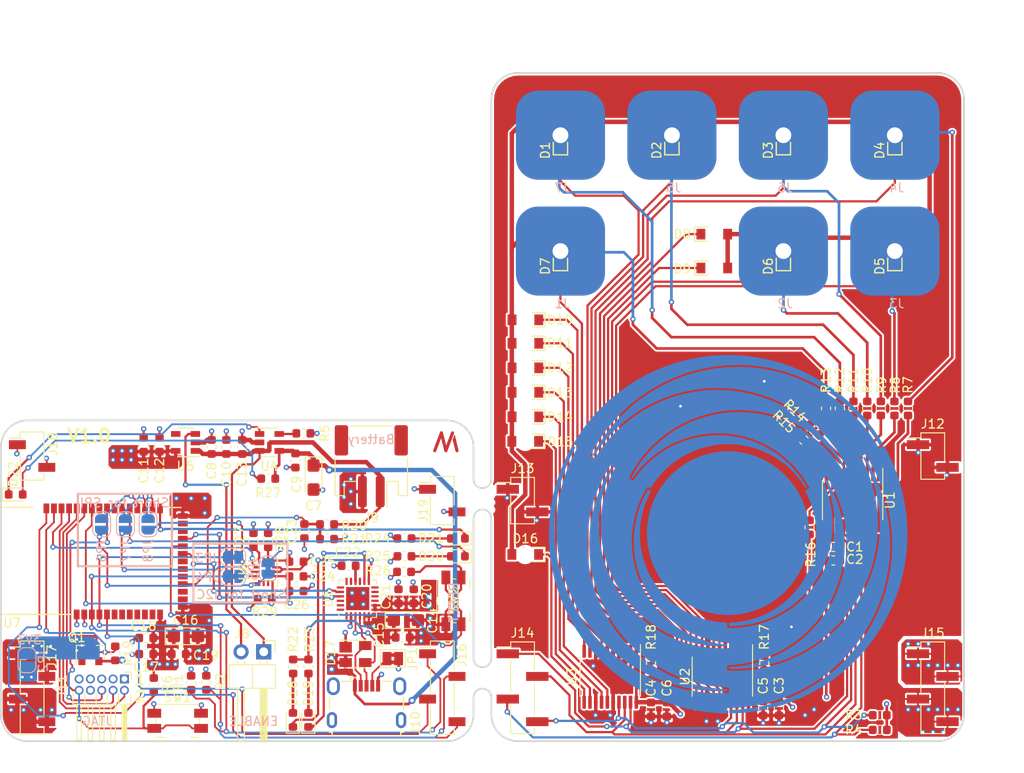
<source format=kicad_pcb>
(kicad_pcb (version 20171130) (host pcbnew "(5.1.5-0-10_14)")
  (layers (0 F.Cu signal) (1 In1.Cu signal) (2 In2.Cu signal) (31 B.Cu signal) (34 B.Paste user) (35 F.Paste user) (36 B.SilkS user) (37 F.SilkS user) (38 B.Mask user) (39 F.Mask user) (44 Edge.Cuts user))
  (net 0 "")
  (net 1 GND)
  (net 2 +3V3)
  (net 3 "Net-(R5-Pad2)")
  (net 4 "Net-(R7-Pad2)")
  (net 5 "Net-(R8-Pad2)")
  (net 6 "Net-(R9-Pad2)")
  (net 7 "Net-(R10-Pad2)")
  (net 8 "Net-(R11-Pad2)")
  (net 9 "Net-(R12-Pad2)")
  (net 10 /power/VBAT)
  (net 11 VBUS)
  (net 12 /power/EN)
  (net 13 /touch/KEY9)
  (net 14 /touch/KEY8)
  (net 15 /touch/KEY7)
  (net 16 /touch/KEY6)
  (net 17 /touch/KEY5)
  (net 18 /touch/KEY4)
  (net 19 "Net-(R13-Pad2)")
  (net 20 /touch/KEY3)
  (net 21 "Net-(R14-Pad2)")
  (net 22 "Net-(R15-Pad2)")
  (net 23 "Net-(R16-Pad2)")
  (net 24 "Net-(R17-Pad2)")
  (net 25 VAA)
  (net 26 /ble/SWDIO)
  (net 27 /ble/SWCLK)
  (net 28 /ble/AIN0)
  (net 29 "Net-(D1-Pad1)")
  (net 30 "Net-(D3-Pad1)")
  (net 31 "Net-(D4-Pad1)")
  (net 32 "Net-(D5-Pad1)")
  (net 33 VD)
  (net 34 "Net-(D6-Pad1)")
  (net 35 "Net-(D7-Pad1)")
  (net 36 "Net-(D8-Pad1)")
  (net 37 "Net-(D9-Pad1)")
  (net 38 "Net-(D10-Pad1)")
  (net 39 "Net-(D11-Pad1)")
  (net 40 "Net-(D12-Pad1)")
  (net 41 "Net-(D13-Pad1)")
  (net 42 "Net-(D14-Pad1)")
  (net 43 "Net-(D15-Pad1)")
  (net 44 "Net-(D16-Pad1)")
  (net 45 "Net-(D2-Pad1)")
  (net 46 "Net-(J10-Pad4)")
  (net 47 "Net-(R18-Pad2)")
  (net 48 /~T_RESET)
  (net 49 /T_SCL)
  (net 50 /~T_CHANGE)
  (net 51 /T_SDA)
  (net 52 /T_GND)
  (net 53 /T_VDD)
  (net 54 "Net-(D18-Pad2)")
  (net 55 "Net-(D18-Pad1)")
  (net 56 "Net-(D19-Pad2)")
  (net 57 "Net-(D19-Pad1)")
  (net 58 "Net-(D20-Pad2)")
  (net 59 "Net-(D21-Pad2)")
  (net 60 /~B_RESET)
  (net 61 /B_SCL)
  (net 62 /~B_CHANGE)
  (net 63 /B_SDA)
  (net 64 /ble/RXD)
  (net 65 "Net-(D22-Pad2)")
  (net 66 "Net-(D22-Pad1)")
  (net 67 "Net-(C22-Pad1)")
  (net 68 /usb_to_uart/USB_D-)
  (net 69 /usb_to_uart/USB_D+)
  (net 70 /usb_to_uart/RXD_I)
  (net 71 "Net-(C27-Pad2)")
  (net 72 /ble/D9)
  (net 73 /ble/D10)
  (net 74 /ble/P21)
  (net 75 /ble/P18)
  (net 76 /B_3V3)
  (net 77 /MISO)
  (net 78 /~ENABLE_3V3)
  (net 79 /ble/D11)
  (net 80 /INT2)
  (net 81 /INT1)
  (net 82 /~CS)
  (net 83 /MOSI)
  (net 84 /SCLK)
  (net 85 /imu/SDA_SDI)
  (net 86 /imu/SCL_SCLK)
  (net 87 /imu/AD0_SDO)
  (module Custom:Logo_NM (layer F.Cu) (at 113.411 96.393)
    (fp_text reference U9 hide)
    (fp_text value Logo_NM hide)
    (fp_line (start -0.01 1.01) (end 0.74 -0.99) (layer F.Cu) (width 0.35))
    (fp_line (start 0.94 -0.21) (end 1.24 1.01) (layer F.Cu) (width 0.35))
    (fp_poly (pts (xy 1.1 -0.09) (xy 0.86 0) (xy 0.8 -0.22) (xy 0.97 -0.68)) (layer F.Cu) (width 0.1))
    (fp_line (start -0.51 -0.99) (end -0.01 1.01) (layer F.Cu) (width 0.35))
    (fp_line (start -1.26 1.01) (end -0.51 -0.99) (layer F.Cu) (width 0.35))
  )
  (module Package_TO_SOT_SMD:SOT-23 (layer F.Cu) (at 73.533 120.015 90)
    (fp_text reference Q1 (at 1.651 -1.524 180) (layer F.SilkS))
    (fp_text value Q_PMOS_GSD)
    (pad 3 smd rect (at 1 0 90) (size 0.9 0.8) (layers F.Cu F.Paste F.Mask) (net 76 /B_3V3))
    (pad 2 smd rect (at -1 0.95 90) (size 0.9 0.8) (layers F.Cu F.Paste F.Mask) (net 2 +3V3))
    (pad 1 smd rect (at -1 -0.95 90) (size 0.9 0.8) (layers F.Cu F.Paste F.Mask) (net 78 /~ENABLE_3V3))
  )
  (module Package_LGA:Bosch_LGA-14_3x2.5mm_P0.5mm (layer F.Cu) (at 93.2145 110.99 90)
    (fp_text reference U8 (at 0 -2.5 90) (layer F.SilkS))
    (fp_text value ICM-20600)
    (pad 11 smd rect (at 1.2625 -0.75 90) (size 0.675 0.25) (layers F.Cu F.Paste F.Mask) (net 71 "Net-(C27-Pad2)"))
    (pad 10 smd rect (at 1.2625 -0.25 90) (size 0.675 0.25) (layers F.Cu F.Paste F.Mask))
    (pad 9 smd rect (at 1.2625 0.25 90) (size 0.675 0.25) (layers F.Cu F.Paste F.Mask) (net 80 /INT2))
    (pad 8 smd rect (at 1.2625 0.75 90) (size 0.675 0.25) (layers F.Cu F.Paste F.Mask) (net 2 +3V3))
    (pad 4 smd rect (at -1.2625 0.75 90) (size 0.675 0.25) (layers F.Cu F.Paste F.Mask) (net 81 /INT1))
    (pad 3 smd rect (at -1.2625 0.25 90) (size 0.675 0.25) (layers F.Cu F.Paste F.Mask))
    (pad 2 smd rect (at -1.2625 -0.25 90) (size 0.675 0.25) (layers F.Cu F.Paste F.Mask))
    (pad 1 smd rect (at -1.2625 -0.75 90) (size 0.675 0.25) (layers F.Cu F.Paste F.Mask) (net 87 /imu/AD0_SDO))
    (pad 7 smd rect (at 0.5 1.0125 90) (size 0.25 0.675) (layers F.Cu F.Paste F.Mask) (net 1 GND))
    (pad 6 smd rect (at 0 1.0125 90) (size 0.25 0.675) (layers F.Cu F.Paste F.Mask) (net 1 GND))
    (pad 5 smd rect (at -0.5 1.0125 90) (size 0.25 0.675) (layers F.Cu F.Paste F.Mask) (net 2 +3V3))
    (pad 12 smd rect (at 0.5 -1.0125 90) (size 0.25 0.675) (layers F.Cu F.Paste F.Mask) (net 82 /~CS))
    (pad 14 smd rect (at -0.5 -1.0125 90) (size 0.25 0.675) (layers F.Cu F.Paste F.Mask) (net 85 /imu/SDA_SDI))
    (pad 13 smd rect (at 0 -1.0125 90) (size 0.25 0.675) (layers F.Cu F.Paste F.Mask) (net 86 /imu/SCL_SCLK))
  )
  (module Resistor_SMD:R_0603_1608Metric (layer F.Cu) (at 93.091 114.046 180)
    (fp_text reference R29 (at 0 -1.43) (layer F.SilkS))
    (fp_text value 10k)
    (pad 2 smd roundrect (at 0.7875 0 180) (size 0.875 0.95) (layers F.Cu F.Paste F.Mask) (net 2 +3V3))
    (pad 1 smd roundrect (at -0.7875 0 180) (size 0.875 0.95) (layers F.Cu F.Paste F.Mask) (net 81 /INT1))
  )
  (module Resistor_SMD:R_0603_1608Metric (layer F.Cu) (at 93.472 107.442 90)
    (fp_text reference R28 (at 0.127 1.397 90) (layer F.SilkS))
    (fp_text value 10k)
    (pad 2 smd roundrect (at 0.7875 0 90) (size 0.875 0.95) (layers F.Cu F.Paste F.Mask) (net 2 +3V3))
    (pad 1 smd roundrect (at -0.7875 0 90) (size 0.875 0.95) (layers F.Cu F.Paste F.Mask) (net 80 /INT2))
  )
  (module Resistor_SMD:R_0603_1608Metric (layer F.Cu) (at 100.076 107.315 180)
    (fp_text reference R21 (at -3.048 0) (layer F.SilkS))
    (fp_text value 2M)
    (pad 2 smd roundrect (at 0.7875 0 180) (size 0.875 0.95) (layers F.Cu F.Paste F.Mask) (net 28 /ble/AIN0))
    (pad 1 smd roundrect (at -0.7875 0 180) (size 0.875 0.95) (layers F.Cu F.Paste F.Mask) (net 1 GND))
  )
  (module Resistor_SMD:R_0603_1608Metric (layer F.Cu) (at 100.076 105.664)
    (fp_text reference R20 (at 3.048 0.127) (layer F.SilkS))
    (fp_text value 806k)
    (pad 2 smd roundrect (at 0.7875 0) (size 0.875 0.95) (layers F.Cu F.Paste F.Mask) (net 10 /power/VBAT))
    (pad 1 smd roundrect (at -0.7875 0) (size 0.875 0.95) (layers F.Cu F.Paste F.Mask) (net 28 /ble/AIN0))
  )
  (module Resistor_SMD:R_0603_1608Metric (layer F.Cu) (at 76.327 120.142 270)
    (fp_text reference R19 (at 0 -1.43 90) (layer F.SilkS))
    (fp_text value 10k)
    (pad 2 smd roundrect (at 0.7875 0 270) (size 0.875 0.95) (layers F.Cu F.Paste F.Mask) (net 2 +3V3))
    (pad 1 smd roundrect (at -0.7875 0 270) (size 0.875 0.95) (layers F.Cu F.Paste F.Mask) (net 78 /~ENABLE_3V3))
  )
  (module Jumper:SolderJumper-2_P1.3mm_Open_RoundedPad1.0x1.5mm (layer B.Cu) (at 80.01 105.664 90)
    (fp_text reference JP8 (at -2.921 0 90) (layer B.SilkS) (effects (justify mirror)))
    (fp_text value Jumper_NO_Small)
    (pad 2 smd custom (at 0.65 0 90) (size 1 0.5) (layers B.Cu B.Mask) (net 84 /SCLK) (options (clearance outline) (anchor rect)) (primitives (gr_circle (center 0 -0.25) (end 0.5 -0.25) (width 0)) (gr_circle (center 0 0.25) (end 0.5 0.25) (width 0)) (gr_poly (pts (xy 0 0.75) (xy -0.5 0.75) (xy -0.5 -0.75) (xy 0 -0.75)) (width 0))))
    (pad 1 smd custom (at -0.65 0 90) (size 1 0.5) (layers B.Cu B.Mask) (net 86 /imu/SCL_SCLK) (options (clearance outline) (anchor rect)) (primitives (gr_circle (center 0 -0.25) (end 0.5 -0.25) (width 0)) (gr_circle (center 0 0.25) (end 0.5 0.25) (width 0)) (gr_poly (pts (xy 0 0.75) (xy 0.5 0.75) (xy 0.5 -0.75) (xy 0 -0.75)) (width 0))))
  )
  (module Jumper:SolderJumper-2_P1.3mm_Open_RoundedPad1.0x1.5mm (layer B.Cu) (at 77.47 105.664 90)
    (fp_text reference JP7 (at -2.921 0 90) (layer B.SilkS) (effects (justify mirror)))
    (fp_text value Jumper_NO_Small)
    (pad 2 smd custom (at 0.65 0 90) (size 1 0.5) (layers B.Cu B.Mask) (net 83 /MOSI) (options (clearance outline) (anchor rect)) (primitives (gr_circle (center 0 -0.25) (end 0.5 -0.25) (width 0)) (gr_circle (center 0 0.25) (end 0.5 0.25) (width 0)) (gr_poly (pts (xy 0 0.75) (xy -0.5 0.75) (xy -0.5 -0.75) (xy 0 -0.75)) (width 0))))
    (pad 1 smd custom (at -0.65 0 90) (size 1 0.5) (layers B.Cu B.Mask) (net 85 /imu/SDA_SDI) (options (clearance outline) (anchor rect)) (primitives (gr_circle (center 0 -0.25) (end 0.5 -0.25) (width 0)) (gr_circle (center 0 0.25) (end 0.5 0.25) (width 0)) (gr_poly (pts (xy 0 0.75) (xy 0.5 0.75) (xy 0.5 -0.75) (xy 0 -0.75)) (width 0))))
  )
  (module Jumper:SolderJumper-2_P1.3mm_Open_RoundedPad1.0x1.5mm (layer B.Cu) (at 74.803 105.664 90)
    (fp_text reference JP6 (at -2.921 0 90) (layer B.SilkS) (effects (justify mirror)))
    (fp_text value Jumper_NO_Small)
    (pad 2 smd custom (at 0.65 0 90) (size 1 0.5) (layers B.Cu B.Mask) (net 77 /MISO) (options (clearance outline) (anchor rect)) (primitives (gr_circle (center 0 -0.25) (end 0.5 -0.25) (width 0)) (gr_circle (center 0 0.25) (end 0.5 0.25) (width 0)) (gr_poly (pts (xy 0 0.75) (xy -0.5 0.75) (xy -0.5 -0.75) (xy 0 -0.75)) (width 0))))
    (pad 1 smd custom (at -0.65 0 90) (size 1 0.5) (layers B.Cu B.Mask) (net 87 /imu/AD0_SDO) (options (clearance outline) (anchor rect)) (primitives (gr_circle (center 0 -0.25) (end 0.5 -0.25) (width 0)) (gr_circle (center 0 0.25) (end 0.5 0.25) (width 0)) (gr_poly (pts (xy 0 0.75) (xy 0.5 0.75) (xy 0.5 -0.75) (xy 0 -0.75)) (width 0))))
  )
  (module Jumper:SolderJumper-2_P1.3mm_Bridged_RoundedPad1.0x1.5mm (layer B.Cu) (at 93.472 110.617 90)
    (fp_text reference JP5 (at 0 -1.651 90) (layer B.SilkS) (effects (justify mirror)))
    (fp_text value Jumper_NC_Small)
    (fp_poly (pts (xy 0.25 0.3) (xy -0.25 0.3) (xy -0.25 -0.3) (xy 0.25 -0.3)) (layer B.Cu) (width 0))
    (pad 1 smd custom (at -0.65 0 90) (size 1 0.5) (layers B.Cu B.Mask) (net 87 /imu/AD0_SDO) (options (clearance outline) (anchor rect)) (primitives (gr_circle (center 0 -0.25) (end 0.5 -0.25) (width 0)) (gr_circle (center 0 0.25) (end 0.5 0.25) (width 0)) (gr_poly (pts (xy 0 0.75) (xy 0.5 0.75) (xy 0.5 -0.75) (xy 0 -0.75)) (width 0))))
    (pad 2 smd custom (at 0.65 0 90) (size 1 0.5) (layers B.Cu B.Mask) (net 1 GND) (options (clearance outline) (anchor rect)) (primitives (gr_circle (center 0 -0.25) (end 0.5 -0.25) (width 0)) (gr_circle (center 0 0.25) (end 0.5 0.25) (width 0)) (gr_poly (pts (xy 0 0.75) (xy -0.5 0.75) (xy -0.5 -0.75) (xy 0 -0.75)) (width 0))))
  )
  (module Jumper:SolderJumper-2_P1.3mm_Bridged_RoundedPad1.0x1.5mm (layer B.Cu) (at 89.535 109.347 180)
    (fp_text reference JP4 (at 2.921 -2.286) (layer B.SilkS) (effects (justify mirror)))
    (fp_text value Jumper_NC_Small)
    (fp_poly (pts (xy 0.25 0.3) (xy -0.25 0.3) (xy -0.25 -0.3) (xy 0.25 -0.3)) (layer B.Cu) (width 0))
    (pad 1 smd custom (at -0.65 0 180) (size 1 0.5) (layers B.Cu B.Mask) (net 86 /imu/SCL_SCLK) (options (clearance outline) (anchor rect)) (primitives (gr_circle (center 0 -0.25) (end 0.5 -0.25) (width 0)) (gr_circle (center 0 0.25) (end 0.5 0.25) (width 0)) (gr_poly (pts (xy 0 0.75) (xy 0.5 0.75) (xy 0.5 -0.75) (xy 0 -0.75)) (width 0))))
    (pad 2 smd custom (at 0.65 0 180) (size 1 0.5) (layers B.Cu B.Mask) (net 61 /B_SCL) (options (clearance outline) (anchor rect)) (primitives (gr_circle (center 0 -0.25) (end 0.5 -0.25) (width 0)) (gr_circle (center 0 0.25) (end 0.5 0.25) (width 0)) (gr_poly (pts (xy 0 0.75) (xy -0.5 0.75) (xy -0.5 -0.75) (xy 0 -0.75)) (width 0))))
  )
  (module Jumper:SolderJumper-2_P1.3mm_Bridged_RoundedPad1.0x1.5mm (layer B.Cu) (at 89.535 111.506 180)
    (fp_text reference JP3 (at 2.921 2.032) (layer B.SilkS) (effects (justify mirror)))
    (fp_text value Jumper_NC_Small)
    (fp_poly (pts (xy 0.25 0.3) (xy -0.25 0.3) (xy -0.25 -0.3) (xy 0.25 -0.3)) (layer B.Cu) (width 0))
    (pad 1 smd custom (at -0.65 0 180) (size 1 0.5) (layers B.Cu B.Mask) (net 85 /imu/SDA_SDI) (options (clearance outline) (anchor rect)) (primitives (gr_circle (center 0 -0.25) (end 0.5 -0.25) (width 0)) (gr_circle (center 0 0.25) (end 0.5 0.25) (width 0)) (gr_poly (pts (xy 0 0.75) (xy 0.5 0.75) (xy 0.5 -0.75) (xy 0 -0.75)) (width 0))))
    (pad 2 smd custom (at 0.65 0 180) (size 1 0.5) (layers B.Cu B.Mask) (net 63 /B_SDA) (options (clearance outline) (anchor rect)) (primitives (gr_circle (center 0 -0.25) (end 0.5 -0.25) (width 0)) (gr_circle (center 0 0.25) (end 0.5 0.25) (width 0)) (gr_poly (pts (xy 0 0.75) (xy -0.5 0.75) (xy -0.5 -0.75) (xy 0 -0.75)) (width 0))))
  )
  (module Jumper:SolderJumper-2_P1.3mm_Open_RoundedPad1.0x1.5mm (layer B.Cu) (at 66.421 120.904 90)
    (fp_text reference JP2 (at 0 1.8 90) (layer B.SilkS) (effects (justify mirror)))
    (fp_text value Jumper_NO_Small)
    (pad 2 smd custom (at 0.65 0 90) (size 1 0.5) (layers B.Cu B.Mask) (net 76 /B_3V3) (options (clearance outline) (anchor rect)) (primitives (gr_circle (center 0 -0.25) (end 0.5 -0.25) (width 0)) (gr_circle (center 0 0.25) (end 0.5 0.25) (width 0)) (gr_poly (pts (xy 0 0.75) (xy -0.5 0.75) (xy -0.5 -0.75) (xy 0 -0.75)) (width 0))))
    (pad 1 smd custom (at -0.65 0 90) (size 1 0.5) (layers B.Cu B.Mask) (net 2 +3V3) (options (clearance outline) (anchor rect)) (primitives (gr_circle (center 0 -0.25) (end 0.5 -0.25) (width 0)) (gr_circle (center 0 0.25) (end 0.5 0.25) (width 0)) (gr_poly (pts (xy 0 0.75) (xy 0.5 0.75) (xy 0.5 -0.75) (xy 0 -0.75)) (width 0))))
  )
  (module Capacitor_SMD:C_0603_1608Metric (layer F.Cu) (at 91.821 107.442 270)
    (fp_text reference C27 (at -0.127 1.524 90) (layer F.SilkS))
    (fp_text value 10n)
    (pad 2 smd roundrect (at 0.7875 0 270) (size 0.875 0.95) (layers F.Cu F.Paste F.Mask) (net 71 "Net-(C27-Pad2)"))
    (pad 1 smd roundrect (at -0.7875 0 270) (size 0.875 0.95) (layers F.Cu F.Paste F.Mask) (net 1 GND))
  )
  (module Capacitor_SMD:C_0603_1608Metric (layer F.Cu) (at 96.647 113.157 180)
    (fp_text reference C26 (at 0 -1.524) (layer F.SilkS))
    (fp_text value 100n)
    (pad 2 smd roundrect (at 0.7875 0 180) (size 0.875 0.95) (layers F.Cu F.Paste F.Mask) (net 2 +3V3))
    (pad 1 smd roundrect (at -0.7875 0 180) (size 0.875 0.95) (layers F.Cu F.Paste F.Mask) (net 1 GND))
  )
  (module Capacitor_SMD:C_0603_1608Metric (layer F.Cu) (at 96.647 109.855)
    (fp_text reference C25 (at 2.921 0) (layer F.SilkS))
    (fp_text value 10u)
    (pad 2 smd roundrect (at 0.7875 0) (size 0.875 0.95) (layers F.Cu F.Paste F.Mask) (net 1 GND))
    (pad 1 smd roundrect (at -0.7875 0) (size 0.875 0.95) (layers F.Cu F.Paste F.Mask) (net 2 +3V3))
  )
  (module Capacitor_SMD:C_0603_1608Metric (layer F.Cu) (at 96.647 111.506 180)
    (fp_text reference C24 (at -2.921 0) (layer F.SilkS))
    (fp_text value 100n)
    (pad 2 smd roundrect (at 0.7875 0 180) (size 0.875 0.95) (layers F.Cu F.Paste F.Mask) (net 2 +3V3))
    (pad 1 smd roundrect (at -0.7875 0 180) (size 0.875 0.95) (layers F.Cu F.Paste F.Mask) (net 1 GND))
  )
  (module Capacitor_SMD:C_0603_1608Metric (layer F.Cu) (at 97.536 106.426 270)
    (fp_text reference C23 (at 0 1.397 90) (layer F.SilkS))
    (fp_text value 1n)
    (pad 2 smd roundrect (at 0.7875 0 270) (size 0.875 0.95) (layers F.Cu F.Paste F.Mask) (net 1 GND))
    (pad 1 smd roundrect (at -0.7875 0 270) (size 0.875 0.95) (layers F.Cu F.Paste F.Mask) (net 28 /ble/AIN0))
  )
  (module Capacitor_SMD:C_0603_1608Metric (layer F.Cu) (at 102.498 110.315 180)
    (fp_text reference C22 (at 0.127 1.524) (layer F.SilkS))
    (fp_text value 10u)
    (pad 2 smd roundrect (at 0.7875 0 180) (size 0.875 0.95) (layers F.Cu F.Paste F.Mask) (net 1 GND))
    (pad 1 smd roundrect (at -0.7875 0 180) (size 0.875 0.95) (layers F.Cu F.Paste F.Mask) (net 67 "Net-(C22-Pad1)"))
  )
  (module Capacitor_SMD:C_0603_1608Metric (layer F.Cu) (at 109.8005 113.744 90)
    (fp_text reference C20 (at 0 1.4605 90) (layer F.SilkS))
    (fp_text value 10u)
    (pad 2 smd roundrect (at 0.7875 0 90) (size 0.875 0.95) (layers F.Cu F.Paste F.Mask) (net 1 GND))
    (pad 1 smd roundrect (at -0.7875 0 90) (size 0.875 0.95) (layers F.Cu F.Paste F.Mask) (net 11 VBUS))
  )
  (module Package_DFN_QFN:QFN-24-1EP_4x4mm_P0.5mm_EP2.6x2.6mm (layer F.Cu) (at 103.514 113.998 90)
    (fp_text reference U6 (at 0 -3.3 90) (layer F.SilkS))
    (fp_text value CP2104)
    (pad 25 smd rect (at 0 0 90) (size 2.6 2.6) (layers F.Cu F.Mask) (net 1 GND))
    (pad 24 smd roundrect (at -1.25 -1.9375 90) (size 0.25 0.825) (layers F.Cu F.Paste F.Mask))
    (pad 23 smd roundrect (at -0.75 -1.9375 90) (size 0.25 0.825) (layers F.Cu F.Paste F.Mask))
    (pad 22 smd roundrect (at -0.25 -1.9375 90) (size 0.25 0.825) (layers F.Cu F.Paste F.Mask))
    (pad 21 smd roundrect (at 0.25 -1.9375 90) (size 0.25 0.825) (layers F.Cu F.Paste F.Mask) (net 64 /ble/RXD))
    (pad 20 smd roundrect (at 0.75 -1.9375 90) (size 0.25 0.825) (layers F.Cu F.Paste F.Mask) (net 70 /usb_to_uart/RXD_I))
    (pad 19 smd roundrect (at 1.25 -1.9375 90) (size 0.25 0.825) (layers F.Cu F.Paste F.Mask))
    (pad 18 smd roundrect (at 1.9375 -1.25 90) (size 0.825 0.25) (layers F.Cu F.Paste F.Mask))
    (pad 17 smd roundrect (at 1.9375 -0.75 90) (size 0.825 0.25) (layers F.Cu F.Paste F.Mask))
    (pad 16 smd roundrect (at 1.9375 -0.25 90) (size 0.825 0.25) (layers F.Cu F.Paste F.Mask) (net 67 "Net-(C22-Pad1)"))
    (pad 15 smd roundrect (at 1.9375 0.25 90) (size 0.825 0.25) (layers F.Cu F.Paste F.Mask))
    (pad 14 smd roundrect (at 1.9375 0.75 90) (size 0.825 0.25) (layers F.Cu F.Paste F.Mask) (net 57 "Net-(D19-Pad1)"))
    (pad 13 smd roundrect (at 1.9375 1.25 90) (size 0.825 0.25) (layers F.Cu F.Paste F.Mask) (net 55 "Net-(D18-Pad1)"))
    (pad 12 smd roundrect (at 1.25 1.9375 90) (size 0.25 0.825) (layers F.Cu F.Paste F.Mask))
    (pad 11 smd roundrect (at 0.75 1.9375 90) (size 0.25 0.825) (layers F.Cu F.Paste F.Mask))
    (pad 10 smd roundrect (at 0.25 1.9375 90) (size 0.25 0.825) (layers F.Cu F.Paste F.Mask))
    (pad 9 smd roundrect (at -0.25 1.9375 90) (size 0.25 0.825) (layers F.Cu F.Paste F.Mask))
    (pad 8 smd roundrect (at -0.75 1.9375 90) (size 0.25 0.825) (layers F.Cu F.Paste F.Mask) (net 11 VBUS))
    (pad 7 smd roundrect (at -1.25 1.9375 90) (size 0.25 0.825) (layers F.Cu F.Paste F.Mask) (net 11 VBUS))
    (pad 6 smd roundrect (at -1.9375 1.25 90) (size 0.825 0.25) (layers F.Cu F.Paste F.Mask) (net 25 VAA))
    (pad 5 smd roundrect (at -1.9375 0.75 90) (size 0.825 0.25) (layers F.Cu F.Paste F.Mask) (net 25 VAA))
    (pad 4 smd roundrect (at -1.9375 0.25 90) (size 0.825 0.25) (layers F.Cu F.Paste F.Mask) (net 68 /usb_to_uart/USB_D-))
    (pad 3 smd roundrect (at -1.9375 -0.25 90) (size 0.825 0.25) (layers F.Cu F.Paste F.Mask) (net 69 /usb_to_uart/USB_D+))
    (pad 2 smd roundrect (at -1.9375 -0.75 90) (size 0.825 0.25) (layers F.Cu F.Paste F.Mask) (net 1 GND))
    (pad 1 smd roundrect (at -1.9375 -1.25 90) (size 0.825 0.25) (layers F.Cu F.Paste F.Mask))
  )
  (module Capacitor_SMD:C_0603_1608Metric (layer F.Cu) (at 108.086 113.744 270)
    (fp_text reference C21 (at 0.048 1.406 270) (layer F.SilkS))
    (fp_text value 100n)
    (pad 2 smd roundrect (at 0.7875 0 270) (size 0.875 0.95) (layers F.Cu F.Paste F.Mask) (net 11 VBUS))
    (pad 1 smd roundrect (at -0.7875 0 270) (size 0.875 0.95) (layers F.Cu F.Paste F.Mask) (net 1 GND))
  )
  (module Resistor_SMD:R_0603_1608Metric (layer F.Cu) (at 93.481 100.536)
    (fp_text reference R27 (at -0.009 1.572) (layer F.SilkS))
    (fp_text value 1k)
    (pad 2 smd roundrect (at 0.7875 0) (size 0.875 0.95) (layers F.Cu F.Paste F.Mask) (net 11 VBUS))
    (pad 1 smd roundrect (at -0.7875 0) (size 0.875 0.95) (layers F.Cu F.Paste F.Mask) (net 65 "Net-(D22-Pad2)"))
  )
  (module LED_SMD:LED_0603_1608Metric (layer F.Cu) (at 65.16 102.314)
    (fp_text reference D22 (at -0.254 -2.286 90) (layer F.SilkS))
    (fp_text value LED)
    (pad 2 smd roundrect (at 0.7875 0) (size 0.875 0.95) (layers F.Cu F.Paste F.Mask) (net 65 "Net-(D22-Pad2)"))
    (pad 1 smd roundrect (at -0.7875 0) (size 0.875 0.95) (layers F.Cu F.Paste F.Mask) (net 66 "Net-(D22-Pad1)"))
  )
  (module Resistor_SMD:R_0603_1608Metric (layer F.Cu) (at 108.712 110.998 180)
    (fp_text reference R26 (at 2.921 0.127) (layer F.SilkS))
    (fp_text value 4k7)
    (pad 2 smd roundrect (at 0.7875 0 180) (size 0.875 0.95) (layers F.Cu F.Paste F.Mask) (net 2 +3V3))
    (pad 1 smd roundrect (at -0.7875 0 180) (size 0.875 0.95) (layers F.Cu F.Paste F.Mask) (net 79 /ble/D11))
  )
  (module Resistor_SMD:R_0603_1608Metric (layer F.Cu) (at 80.645 123.698 90)
    (fp_text reference R6 (at 0.127 1.524 90) (layer F.SilkS))
    (fp_text value 4k7)
    (pad 2 smd roundrect (at 0.7875 0 90) (size 0.875 0.95) (layers F.Cu F.Paste F.Mask) (net 2 +3V3))
    (pad 1 smd roundrect (at -0.7875 0 90) (size 0.875 0.95) (layers F.Cu F.Paste F.Mask) (net 74 /ble/P21))
  )
  (module Resistor_SMD:R_0603_1608Metric (layer F.Cu) (at 86.536 123.435 90)
    (fp_text reference R2 (at 0.118 1.602 90) (layer F.SilkS))
    (fp_text value 4k7)
    (pad 2 smd roundrect (at 0.7875 0 90) (size 0.875 0.95) (layers F.Cu F.Paste F.Mask) (net 2 +3V3))
    (pad 1 smd roundrect (at -0.7875 0 90) (size 0.875 0.95) (layers F.Cu F.Paste F.Mask) (net 61 /B_SCL))
  )
  (module Resistor_SMD:R_0603_1608Metric (layer F.Cu) (at 84.836 123.444 90)
    (fp_text reference R1 (at 0 -1.43 90) (layer F.SilkS))
    (fp_text value 4k7)
    (pad 2 smd roundrect (at 0.7875 0 90) (size 0.875 0.95) (layers F.Cu F.Paste F.Mask) (net 2 +3V3))
    (pad 1 smd roundrect (at -0.7875 0 90) (size 0.875 0.95) (layers F.Cu F.Paste F.Mask) (net 63 /B_SDA))
  )
  (module Custom:pcb_panel_holes (layer F.Cu) (at 118.5 122.888 90)
    (fp_text reference REF** hide)
    (fp_text value pcb_panel_holes)
    (pad "" np_thru_hole circle (at -0.4 0 90) (size 0.5 0.5) (drill 0.5) (layers *.Cu *.Mask))
    (pad "" np_thru_hole circle (at -1.2 0 90) (size 0.5 0.5) (drill 0.5) (layers *.Cu *.Mask))
    (pad "" np_thru_hole circle (at 0.4 0 90) (size 0.5 0.5) (drill 0.5) (layers *.Cu *.Mask))
    (pad "" np_thru_hole circle (at 1.2 0 90) (size 0.5 0.5) (drill 0.5) (layers *.Cu *.Mask))
  )
  (module Resistor_SMD:R_0603_1608Metric (layer F.Cu) (at 97.418 95.456 180)
    (fp_text reference R5 (at -2.413 0 90) (layer F.SilkS))
    (fp_text value 2k)
    (pad 2 smd roundrect (at 0.7875 0 180) (size 0.875 0.95) (layers F.Cu F.Paste F.Mask) (net 3 "Net-(R5-Pad2)"))
    (pad 1 smd roundrect (at -0.7875 0 180) (size 0.875 0.95) (layers F.Cu F.Paste F.Mask) (net 1 GND))
  )
  (module Custom:pcb_panel_holes (layer F.Cu) (at 116.468 122.888 90)
    (fp_text reference REF** hide)
    (fp_text value pcb_panel_holes)
    (pad "" np_thru_hole circle (at 1.2 0 90) (size 0.5 0.5) (drill 0.5) (layers *.Cu *.Mask))
    (pad "" np_thru_hole circle (at 0.4 0 90) (size 0.5 0.5) (drill 0.5) (layers *.Cu *.Mask))
    (pad "" np_thru_hole circle (at -1.2 0 90) (size 0.5 0.5) (drill 0.5) (layers *.Cu *.Mask))
    (pad "" np_thru_hole circle (at -0.4 0 90) (size 0.5 0.5) (drill 0.5) (layers *.Cu *.Mask))
  )
  (module Custom:pcb_panel_holes (layer F.Cu) (at 116.468 102.822 90)
    (fp_text reference REF** hide)
    (fp_text value pcb_panel_holes)
    (pad "" np_thru_hole circle (at -0.4 0 90) (size 0.5 0.5) (drill 0.5) (layers *.Cu *.Mask))
    (pad "" np_thru_hole circle (at -1.2 0 90) (size 0.5 0.5) (drill 0.5) (layers *.Cu *.Mask))
    (pad "" np_thru_hole circle (at 0.4 0 90) (size 0.5 0.5) (drill 0.5) (layers *.Cu *.Mask))
    (pad "" np_thru_hole circle (at 1.2 0 90) (size 0.5 0.5) (drill 0.5) (layers *.Cu *.Mask))
  )
  (module Custom:pcb_panel_holes (layer F.Cu) (at 118.5 102.822 90)
    (fp_text reference REF** hide)
    (fp_text value pcb_panel_holes)
    (pad "" np_thru_hole circle (at 1.2 0 90) (size 0.5 0.5) (drill 0.5) (layers *.Cu *.Mask))
    (pad "" np_thru_hole circle (at 0.4 0 90) (size 0.5 0.5) (drill 0.5) (layers *.Cu *.Mask))
    (pad "" np_thru_hole circle (at -1.2 0 90) (size 0.5 0.5) (drill 0.5) (layers *.Cu *.Mask))
    (pad "" np_thru_hole circle (at -0.4 0 90) (size 0.5 0.5) (drill 0.5) (layers *.Cu *.Mask))
  )
  (module Custom:lipo_40_30 (layer F.Cu) (at 110 89 180)
    (fp_text reference REF** hide)
    (fp_text value lipo_40_30)
  )
  (module Connector_USB:USB_Micro-B_Wuerth_629105150521 (layer F.Cu) (at 104.5 125.682)
    (fp_text reference J10 (at 5.491 2.286 270) (layer F.SilkS))
    (fp_text value USB_B_Micro)
    (pad "" np_thru_hole oval (at 2.5 -0.8) (size 0.8 0.8) (drill 0.8) (layers *.Cu *.Mask))
    (pad "" np_thru_hole oval (at -2.5 -0.8) (size 0.8 0.8) (drill 0.8) (layers *.Cu *.Mask))
    (pad 6 thru_hole oval (at 3.875 1.95) (size 1.15 1.8) (drill oval 0.55 1.2) (layers *.Cu *.Mask) (net 1 GND))
    (pad 6 thru_hole oval (at -3.875 1.95) (size 1.15 1.8) (drill oval 0.55 1.2) (layers *.Cu *.Mask) (net 1 GND))
    (pad 6 thru_hole oval (at 3.725 -1.85) (size 1.45 2) (drill oval 0.85 1.4) (layers *.Cu *.Mask) (net 1 GND))
    (pad 6 thru_hole oval (at -3.725 -1.85) (size 1.45 2) (drill oval 0.85 1.4) (layers *.Cu *.Mask) (net 1 GND))
    (pad 5 smd rect (at 1.3 -1.9) (size 0.45 1.3) (layers F.Cu F.Paste F.Mask) (net 1 GND))
    (pad 4 smd rect (at 0.65 -1.9) (size 0.45 1.3) (layers F.Cu F.Paste F.Mask) (net 46 "Net-(J10-Pad4)"))
    (pad 3 smd rect (at 0 -1.9) (size 0.45 1.3) (layers F.Cu F.Paste F.Mask) (net 69 /usb_to_uart/USB_D+))
    (pad 2 smd rect (at -0.65 -1.9) (size 0.45 1.3) (layers F.Cu F.Paste F.Mask) (net 68 /usb_to_uart/USB_D-))
    (pad 1 smd rect (at -1.3 -1.9) (size 0.45 1.3) (layers F.Cu F.Paste F.Mask) (net 11 VBUS))
  )
  (module Button_Switch_SMD:Panasonic_EVQPUL_EVQPUC (layer F.Cu) (at 114.25 114.25 270)
    (fp_text reference SW2 (at -0.077 -0.05 270) (layer F.SilkS))
    (fp_text value SW_Push)
    (pad "" np_thru_hole circle (at 0 -1.375 90) (size 0.75 0.75) (drill 0.75) (layers *.Cu *.Mask))
    (pad "" np_thru_hole circle (at 0 1.375 90) (size 0.75 0.75) (drill 0.75) (layers *.Cu *.Mask))
    (pad 1 smd rect (at 2.625 -0.85 90) (size 1.55 1) (layers F.Cu F.Paste F.Mask) (net 79 /ble/D11))
    (pad 1 smd rect (at -2.625 -0.85 90) (size 1.55 1) (layers F.Cu F.Paste F.Mask) (net 79 /ble/D11))
    (pad 2 smd rect (at -2.625 0.85 90) (size 1.55 1) (layers F.Cu F.Paste F.Mask) (net 1 GND))
    (pad 2 smd rect (at 2.625 0.85 90) (size 1.55 1) (layers F.Cu F.Paste F.Mask) (net 1 GND))
  )
  (module Button_Switch_SMD:Panasonic_EVQPUL_EVQPUC (layer F.Cu) (at 83.321 127.714 180)
    (fp_text reference SW1 (at 0.009 2.619) (layer F.SilkS))
    (fp_text value SW_Push)
    (pad "" np_thru_hole circle (at 0 -1.375) (size 0.75 0.75) (drill 0.75) (layers *.Cu *.Mask))
    (pad "" np_thru_hole circle (at 0 1.375) (size 0.75 0.75) (drill 0.75) (layers *.Cu *.Mask))
    (pad 1 smd rect (at 2.625 -0.85) (size 1.55 1) (layers F.Cu F.Paste F.Mask) (net 74 /ble/P21))
    (pad 1 smd rect (at -2.625 -0.85) (size 1.55 1) (layers F.Cu F.Paste F.Mask) (net 74 /ble/P21))
    (pad 2 smd rect (at -2.625 0.85) (size 1.55 1) (layers F.Cu F.Paste F.Mask) (net 1 GND))
    (pad 2 smd rect (at 2.625 0.85) (size 1.55 1) (layers F.Cu F.Paste F.Mask) (net 1 GND))
  )
  (module Resistor_SMD:R_0603_1608Metric (layer F.Cu) (at 108.758 107.25 180)
    (fp_text reference R25 (at 3.0215 -1.9855) (layer F.SilkS))
    (fp_text value 1k6)
    (pad 2 smd roundrect (at 0.7875 0 180) (size 0.875 0.95) (layers F.Cu F.Paste F.Mask) (net 2 +3V3))
    (pad 1 smd roundrect (at -0.7875 0 180) (size 0.875 0.95) (layers F.Cu F.Paste F.Mask) (net 59 "Net-(D21-Pad2)"))
  )
  (module Resistor_SMD:R_0603_1608Metric (layer F.Cu) (at 108.758 109.25 180)
    (fp_text reference R24 (at 3.0215 1.983) (layer F.SilkS))
    (fp_text value 1k6)
    (pad 2 smd roundrect (at 0.7875 0 180) (size 0.875 0.95) (layers F.Cu F.Paste F.Mask) (net 2 +3V3))
    (pad 1 smd roundrect (at -0.7875 0 180) (size 0.875 0.95) (layers F.Cu F.Paste F.Mask) (net 58 "Net-(D20-Pad2)"))
  )
  (module Resistor_SMD:R_0603_1608Metric (layer F.Cu) (at 97.9895 121.618 90)
    (fp_text reference R23 (at 3.048 0.127 90) (layer F.SilkS))
    (fp_text value 1k)
    (pad 2 smd roundrect (at 0.7875 0 90) (size 0.875 0.95) (layers F.Cu F.Paste F.Mask) (net 25 VAA))
    (pad 1 smd roundrect (at -0.7875 0 90) (size 0.875 0.95) (layers F.Cu F.Paste F.Mask) (net 56 "Net-(D19-Pad2)"))
  )
  (module Resistor_SMD:R_0603_1608Metric (layer F.Cu) (at 96.275 121.618 90)
    (fp_text reference R22 (at 3.048 0 90) (layer F.SilkS))
    (fp_text value 1k)
    (pad 2 smd roundrect (at 0.7875 0 90) (size 0.875 0.95) (layers F.Cu F.Paste F.Mask) (net 25 VAA))
    (pad 1 smd roundrect (at -0.7875 0 90) (size 0.875 0.95) (layers F.Cu F.Paste F.Mask) (net 54 "Net-(D18-Pad2)"))
  )
  (module LED_SMD:LED_0603_1608Metric (layer F.Cu) (at 114.75 107.25 180)
    (fp_text reference D21 (at 3 0) (layer F.SilkS))
    (fp_text value LED)
    (pad 2 smd roundrect (at 0.7875 0 180) (size 0.875 0.95) (layers F.Cu F.Paste F.Mask) (net 59 "Net-(D21-Pad2)"))
    (pad 1 smd roundrect (at -0.7875 0 180) (size 0.875 0.95) (layers F.Cu F.Paste F.Mask) (net 73 /ble/D10))
  )
  (module LED_SMD:LED_0603_1608Metric (layer F.Cu) (at 114.75 109.25 180)
    (fp_text reference D20 (at 3 0) (layer F.SilkS))
    (fp_text value LED)
    (pad 2 smd roundrect (at 0.7875 0 180) (size 0.875 0.95) (layers F.Cu F.Paste F.Mask) (net 58 "Net-(D20-Pad2)"))
    (pad 1 smd roundrect (at -0.7875 0 180) (size 0.875 0.95) (layers F.Cu F.Paste F.Mask) (net 72 /ble/D9))
  )
  (module LED_SMD:LED_0603_1608Metric (layer F.Cu) (at 97.9895 127.615 90)
    (fp_text reference D19 (at 3 0 90) (layer F.SilkS))
    (fp_text value LED)
    (pad 2 smd roundrect (at 0.7875 0 90) (size 0.875 0.95) (layers F.Cu F.Paste F.Mask) (net 56 "Net-(D19-Pad2)"))
    (pad 1 smd roundrect (at -0.7875 0 90) (size 0.875 0.95) (layers F.Cu F.Paste F.Mask) (net 57 "Net-(D19-Pad1)"))
  )
  (module LED_SMD:LED_0603_1608Metric (layer F.Cu) (at 96.25 127.615 90)
    (fp_text reference D18 (at 3 0 90) (layer F.SilkS))
    (fp_text value LED)
    (pad 2 smd roundrect (at 0.7875 0 90) (size 0.875 0.95) (layers F.Cu F.Paste F.Mask) (net 54 "Net-(D18-Pad2)"))
    (pad 1 smd roundrect (at -0.7875 0 90) (size 0.875 0.95) (layers F.Cu F.Paste F.Mask) (net 55 "Net-(D18-Pad1)"))
  )
  (module Connector_PinSocket_2.54mm:PinSocket_1x04_P2.54mm_Vertical_SMD_Pin1Left (layer F.Cu) (at 67 124)
    (fp_text reference J17 (at 2.215 -3.477 90) (layer F.SilkS))
    (fp_text value Conn_01x04_Female)
    (pad 4 smd rect (at 1.65 3.81) (size 1.9 1) (layers F.Cu F.Paste F.Mask) (net 1 GND))
    (pad 2 smd rect (at 1.65 -1.27) (size 1.9 1) (layers F.Cu F.Paste F.Mask) (net 76 /B_3V3))
    (pad 3 smd rect (at -1.65 1.27) (size 1.9 1) (layers F.Cu F.Paste F.Mask) (net 1 GND))
    (pad 1 smd rect (at -1.65 -3.81) (size 1.9 1) (layers F.Cu F.Paste F.Mask) (net 76 /B_3V3))
  )
  (module Connector_PinSocket_2.54mm:PinSocket_1x04_P2.54mm_Vertical_SMD_Pin1Left (layer F.Cu) (at 113 124)
    (fp_text reference J16 (at 2.198 -3.652 90) (layer F.SilkS))
    (fp_text value Conn_01x04_Female)
    (pad 4 smd rect (at 1.65 3.81) (size 1.9 1) (layers F.Cu F.Paste F.Mask) (net 60 /~B_RESET))
    (pad 2 smd rect (at 1.65 -1.27) (size 1.9 1) (layers F.Cu F.Paste F.Mask) (net 61 /B_SCL))
    (pad 3 smd rect (at -1.65 1.27) (size 1.9 1) (layers F.Cu F.Paste F.Mask) (net 62 /~B_CHANGE))
    (pad 1 smd rect (at -1.65 -3.81) (size 1.9 1) (layers F.Cu F.Paste F.Mask) (net 63 /B_SDA))
  )
  (module Connector_PinSocket_2.54mm:PinSocket_1x02_P2.54mm_Vertical_SMD_Pin1Left (layer F.Cu) (at 113 103)
    (fp_text reference J19 (at -2.129 1.14 90) (layer F.SilkS))
    (fp_text value Conn_01x02_Female)
    (pad 2 smd rect (at 1.65 1.27) (size 1.9 1) (layers F.Cu F.Paste F.Mask) (net 1 GND))
    (pad 1 smd rect (at -1.65 -1.27) (size 1.9 1) (layers F.Cu F.Paste F.Mask) (net 1 GND))
  )
  (module Connector_PinSocket_2.54mm:PinSocket_1x02_P2.54mm_Vertical_SMD_Pin1Left (layer F.Cu) (at 67 98)
    (fp_text reference J18 (at 2.342 -1.353 270) (layer F.SilkS))
    (fp_text value Conn_01x02_Female)
    (pad 2 smd rect (at 1.65 1.27) (size 1.9 1) (layers F.Cu F.Paste F.Mask) (net 1 GND))
    (pad 1 smd rect (at -1.65 -1.27) (size 1.9 1) (layers F.Cu F.Paste F.Mask) (net 1 GND))
  )
  (module Connector_PinHeader_2.54mm:PinHeader_1x04_P2.54mm_Vertical_SMD_Pin1Left (layer F.Cu) (at 168 124)
    (fp_text reference J15 (at 0 -6.14) (layer F.SilkS))
    (fp_text value Conn_01x04_Male)
    (pad 4 smd rect (at 1.655 3.81) (size 2.51 1) (layers F.Cu F.Paste F.Mask) (net 52 /T_GND))
    (pad 2 smd rect (at 1.655 -1.27) (size 2.51 1) (layers F.Cu F.Paste F.Mask) (net 53 /T_VDD))
    (pad 3 smd rect (at -1.655 1.27) (size 2.51 1) (layers F.Cu F.Paste F.Mask) (net 52 /T_GND))
    (pad 1 smd rect (at -1.655 -3.81) (size 2.51 1) (layers F.Cu F.Paste F.Mask) (net 53 /T_VDD))
  )
  (module Connector_PinHeader_2.54mm:PinHeader_1x04_P2.54mm_Vertical_SMD_Pin1Left (layer F.Cu) (at 122 124)
    (fp_text reference J14 (at 0 -6.14) (layer F.SilkS))
    (fp_text value Conn_01x04_Male)
    (pad 4 smd rect (at 1.655 3.81) (size 2.51 1) (layers F.Cu F.Paste F.Mask) (net 48 /~T_RESET))
    (pad 2 smd rect (at 1.655 -1.27) (size 2.51 1) (layers F.Cu F.Paste F.Mask) (net 49 /T_SCL))
    (pad 3 smd rect (at -1.655 1.27) (size 2.51 1) (layers F.Cu F.Paste F.Mask) (net 50 /~T_CHANGE))
    (pad 1 smd rect (at -1.655 -3.81) (size 2.51 1) (layers F.Cu F.Paste F.Mask) (net 51 /T_SDA))
  )
  (module Connector_PinHeader_2.54mm:PinHeader_1x02_P2.54mm_Vertical_SMD_Pin1Left (layer F.Cu) (at 122 103)
    (fp_text reference J13 (at 0 -3.6) (layer F.SilkS))
    (fp_text value Conn_01x02_Male)
    (pad 2 smd rect (at 1.655 1.27) (size 2.51 1) (layers F.Cu F.Paste F.Mask) (net 52 /T_GND))
    (pad 1 smd rect (at -1.655 -1.27) (size 2.51 1) (layers F.Cu F.Paste F.Mask) (net 52 /T_GND))
  )
  (module Connector_PinHeader_2.54mm:PinHeader_1x02_P2.54mm_Vertical_SMD_Pin1Left (layer F.Cu) (at 168 98)
    (fp_text reference J12 (at 0 -3.6) (layer F.SilkS))
    (fp_text value Conn_01x02_Male)
    (pad 2 smd rect (at 1.655 1.27) (size 2.51 1) (layers F.Cu F.Paste F.Mask) (net 52 /T_GND))
    (pad 1 smd rect (at -1.655 -1.27) (size 2.51 1) (layers F.Cu F.Paste F.Mask) (net 52 /T_GND))
  )
  (module Package_SO:TSSOP-20_4.4x6.5mm_P0.65mm (layer F.Cu) (at 131.835 122.761 270)
    (fp_text reference U3 (at 0 4.318 90) (layer F.SilkS))
    (fp_text value TLC59108xPW)
    (pad 20 smd roundrect (at 2.8625 -2.925 270) (size 1.475 0.4) (layers F.Cu F.Paste F.Mask) (net 53 /T_VDD))
    (pad 19 smd roundrect (at 2.8625 -2.275 270) (size 1.475 0.4) (layers F.Cu F.Paste F.Mask) (net 51 /T_SDA))
    (pad 18 smd roundrect (at 2.8625 -1.625 270) (size 1.475 0.4) (layers F.Cu F.Paste F.Mask) (net 49 /T_SCL))
    (pad 17 smd roundrect (at 2.8625 -0.975 270) (size 1.475 0.4) (layers F.Cu F.Paste F.Mask) (net 48 /~T_RESET))
    (pad 16 smd roundrect (at 2.8625 -0.325 270) (size 1.475 0.4) (layers F.Cu F.Paste F.Mask) (net 52 /T_GND))
    (pad 15 smd roundrect (at 2.8625 0.325 270) (size 1.475 0.4) (layers F.Cu F.Paste F.Mask) (net 41 "Net-(D13-Pad1)"))
    (pad 14 smd roundrect (at 2.8625 0.975 270) (size 1.475 0.4) (layers F.Cu F.Paste F.Mask) (net 42 "Net-(D14-Pad1)"))
    (pad 13 smd roundrect (at 2.8625 1.625 270) (size 1.475 0.4) (layers F.Cu F.Paste F.Mask) (net 52 /T_GND))
    (pad 12 smd roundrect (at 2.8625 2.275 270) (size 1.475 0.4) (layers F.Cu F.Paste F.Mask) (net 43 "Net-(D15-Pad1)"))
    (pad 11 smd roundrect (at 2.8625 2.925 270) (size 1.475 0.4) (layers F.Cu F.Paste F.Mask) (net 44 "Net-(D16-Pad1)"))
    (pad 10 smd roundrect (at -2.8625 2.925 270) (size 1.475 0.4) (layers F.Cu F.Paste F.Mask) (net 40 "Net-(D12-Pad1)"))
    (pad 9 smd roundrect (at -2.8625 2.275 270) (size 1.475 0.4) (layers F.Cu F.Paste F.Mask) (net 39 "Net-(D11-Pad1)"))
    (pad 8 smd roundrect (at -2.8625 1.625 270) (size 1.475 0.4) (layers F.Cu F.Paste F.Mask) (net 52 /T_GND))
    (pad 7 smd roundrect (at -2.8625 0.975 270) (size 1.475 0.4) (layers F.Cu F.Paste F.Mask) (net 38 "Net-(D10-Pad1)"))
    (pad 6 smd roundrect (at -2.8625 0.325 270) (size 1.475 0.4) (layers F.Cu F.Paste F.Mask) (net 35 "Net-(D7-Pad1)"))
    (pad 5 smd roundrect (at -2.8625 -0.325 270) (size 1.475 0.4) (layers F.Cu F.Paste F.Mask) (net 52 /T_GND))
    (pad 4 smd roundrect (at -2.8625 -0.975 270) (size 1.475 0.4) (layers F.Cu F.Paste F.Mask) (net 52 /T_GND))
    (pad 3 smd roundrect (at -2.8625 -1.625 270) (size 1.475 0.4) (layers F.Cu F.Paste F.Mask) (net 52 /T_GND))
    (pad 2 smd roundrect (at -2.8625 -2.275 270) (size 1.475 0.4) (layers F.Cu F.Paste F.Mask) (net 53 /T_VDD))
    (pad 1 smd roundrect (at -2.8625 -2.925 270) (size 1.475 0.4) (layers F.Cu F.Paste F.Mask) (net 47 "Net-(R18-Pad2)"))
  )
  (module Package_SO:TSSOP-20_4.4x6.5mm_P0.65mm (layer F.Cu) (at 144.408 122.761 270)
    (fp_text reference U2 (at 0 4.191 90) (layer F.SilkS))
    (fp_text value TLC59108xPW)
    (pad 20 smd roundrect (at 2.8625 -2.925 270) (size 1.475 0.4) (layers F.Cu F.Paste F.Mask) (net 53 /T_VDD))
    (pad 19 smd roundrect (at 2.8625 -2.275 270) (size 1.475 0.4) (layers F.Cu F.Paste F.Mask) (net 51 /T_SDA))
    (pad 18 smd roundrect (at 2.8625 -1.625 270) (size 1.475 0.4) (layers F.Cu F.Paste F.Mask) (net 49 /T_SCL))
    (pad 17 smd roundrect (at 2.8625 -0.975 270) (size 1.475 0.4) (layers F.Cu F.Paste F.Mask) (net 48 /~T_RESET))
    (pad 16 smd roundrect (at 2.8625 -0.325 270) (size 1.475 0.4) (layers F.Cu F.Paste F.Mask) (net 52 /T_GND))
    (pad 15 smd roundrect (at 2.8625 0.325 270) (size 1.475 0.4) (layers F.Cu F.Paste F.Mask) (net 31 "Net-(D4-Pad1)"))
    (pad 14 smd roundrect (at 2.8625 0.975 270) (size 1.475 0.4) (layers F.Cu F.Paste F.Mask) (net 30 "Net-(D3-Pad1)"))
    (pad 13 smd roundrect (at 2.8625 1.625 270) (size 1.475 0.4) (layers F.Cu F.Paste F.Mask) (net 52 /T_GND))
    (pad 12 smd roundrect (at 2.8625 2.275 270) (size 1.475 0.4) (layers F.Cu F.Paste F.Mask) (net 45 "Net-(D2-Pad1)"))
    (pad 11 smd roundrect (at 2.8625 2.925 270) (size 1.475 0.4) (layers F.Cu F.Paste F.Mask) (net 29 "Net-(D1-Pad1)"))
    (pad 10 smd roundrect (at -2.8625 2.925 270) (size 1.475 0.4) (layers F.Cu F.Paste F.Mask) (net 36 "Net-(D8-Pad1)"))
    (pad 9 smd roundrect (at -2.8625 2.275 270) (size 1.475 0.4) (layers F.Cu F.Paste F.Mask) (net 37 "Net-(D9-Pad1)"))
    (pad 8 smd roundrect (at -2.8625 1.625 270) (size 1.475 0.4) (layers F.Cu F.Paste F.Mask) (net 52 /T_GND))
    (pad 7 smd roundrect (at -2.8625 0.975 270) (size 1.475 0.4) (layers F.Cu F.Paste F.Mask) (net 34 "Net-(D6-Pad1)"))
    (pad 6 smd roundrect (at -2.8625 0.325 270) (size 1.475 0.4) (layers F.Cu F.Paste F.Mask) (net 32 "Net-(D5-Pad1)"))
    (pad 5 smd roundrect (at -2.8625 -0.325 270) (size 1.475 0.4) (layers F.Cu F.Paste F.Mask) (net 52 /T_GND))
    (pad 4 smd roundrect (at -2.8625 -0.975 270) (size 1.475 0.4) (layers F.Cu F.Paste F.Mask) (net 52 /T_GND))
    (pad 3 smd roundrect (at -2.8625 -1.625 270) (size 1.475 0.4) (layers F.Cu F.Paste F.Mask) (net 52 /T_GND))
    (pad 2 smd roundrect (at -2.8625 -2.275 270) (size 1.475 0.4) (layers F.Cu F.Paste F.Mask) (net 52 /T_GND))
    (pad 1 smd roundrect (at -2.8625 -2.925 270) (size 1.475 0.4) (layers F.Cu F.Paste F.Mask) (net 24 "Net-(R17-Pad2)"))
  )
  (module Resistor_SMD:R_0603_1608Metric (layer F.Cu) (at 136.407 121.237 90)
    (fp_text reference R18 (at 2.921 0 90) (layer F.SilkS))
    (fp_text value 750R)
    (pad 2 smd roundrect (at 0.7875 0 90) (size 0.875 0.95) (layers F.Cu F.Paste F.Mask) (net 47 "Net-(R18-Pad2)"))
    (pad 1 smd roundrect (at -0.7875 0 90) (size 0.875 0.95) (layers F.Cu F.Paste F.Mask) (net 52 /T_GND))
  )
  (module Resistor_SMD:R_0603_1608Metric (layer F.Cu) (at 149.107 121.237 90)
    (fp_text reference R17 (at 2.921 0 90) (layer F.SilkS))
    (fp_text value 750R)
    (pad 2 smd roundrect (at 0.7875 0 90) (size 0.875 0.95) (layers F.Cu F.Paste F.Mask) (net 24 "Net-(R17-Pad2)"))
    (pad 1 smd roundrect (at -0.7875 0 90) (size 0.875 0.95) (layers F.Cu F.Paste F.Mask) (net 52 /T_GND))
  )
  (module LED_SMD:156125BS57000 (layer F.Cu) (at 122.3 109.045 180)
    (fp_text reference D16 (at -0.01 1.778) (layer F.SilkS))
    (fp_text value LED)
    (pad "" np_thru_hole circle (at 0 0 180) (size 1.77 1.77) (drill 1.77) (layers *.Cu *.Mask))
    (pad 2 smd rect (at 1.5 0 180) (size 1 1.2) (layers F.Cu F.Paste F.Mask) (net 33 VD))
    (pad 1 smd rect (at -1.5 0 180) (size 1 1.2) (layers F.Cu F.Paste F.Mask) (net 44 "Net-(D16-Pad1)"))
  )
  (module LED_SMD:156125BS57000 (layer F.Cu) (at 122.3 96.35 180)
    (fp_text reference D15 (at -3.95 -0.05) (layer F.SilkS))
    (fp_text value LED)
    (pad "" np_thru_hole circle (at 0 0 180) (size 1.77 1.77) (drill 1.77) (layers *.Cu *.Mask))
    (pad 2 smd rect (at 1.5 0 180) (size 1 1.2) (layers F.Cu F.Paste F.Mask) (net 33 VD))
    (pad 1 smd rect (at -1.5 0 180) (size 1 1.2) (layers F.Cu F.Paste F.Mask) (net 43 "Net-(D15-Pad1)"))
  )
  (module LED_SMD:156125BS57000 (layer F.Cu) (at 122.319 93.6 180)
    (fp_text reference D14 (at -3.881 0) (layer F.SilkS))
    (fp_text value LED)
    (pad "" np_thru_hole circle (at 0 0 180) (size 1.77 1.77) (drill 1.77) (layers *.Cu *.Mask))
    (pad 2 smd rect (at 1.5 0 180) (size 1 1.2) (layers F.Cu F.Paste F.Mask) (net 33 VD))
    (pad 1 smd rect (at -1.5 0 180) (size 1 1.2) (layers F.Cu F.Paste F.Mask) (net 42 "Net-(D14-Pad1)"))
  )
  (module LED_SMD:156125BS57000 (layer F.Cu) (at 122.319 90.85 180)
    (fp_text reference D13 (at -3.881 -0.05) (layer F.SilkS))
    (fp_text value LED)
    (pad "" np_thru_hole circle (at 0 0 180) (size 1.77 1.77) (drill 1.77) (layers *.Cu *.Mask))
    (pad 2 smd rect (at 1.5 0 180) (size 1 1.2) (layers F.Cu F.Paste F.Mask) (net 33 VD))
    (pad 1 smd rect (at -1.5 0 180) (size 1 1.2) (layers F.Cu F.Paste F.Mask) (net 41 "Net-(D13-Pad1)"))
  )
  (module LED_SMD:156125BS57000 (layer F.Cu) (at 122.319 88.1 180)
    (fp_text reference D12 (at -3.881 0) (layer F.SilkS))
    (fp_text value LED)
    (pad "" np_thru_hole circle (at 0 0 180) (size 1.77 1.77) (drill 1.77) (layers *.Cu *.Mask))
    (pad 2 smd rect (at 1.5 0 180) (size 1 1.2) (layers F.Cu F.Paste F.Mask) (net 33 VD))
    (pad 1 smd rect (at -1.5 0 180) (size 1 1.2) (layers F.Cu F.Paste F.Mask) (net 40 "Net-(D12-Pad1)"))
  )
  (module LED_SMD:156125BS57000 (layer F.Cu) (at 122.319 85.35 180)
    (fp_text reference D11 (at -3.881 0.05) (layer F.SilkS))
    (fp_text value LED)
    (pad "" np_thru_hole circle (at 0 0 180) (size 1.77 1.77) (drill 1.77) (layers *.Cu *.Mask))
    (pad 2 smd rect (at 1.5 0 180) (size 1 1.2) (layers F.Cu F.Paste F.Mask) (net 33 VD))
    (pad 1 smd rect (at -1.5 0 180) (size 1 1.2) (layers F.Cu F.Paste F.Mask) (net 39 "Net-(D11-Pad1)"))
  )
  (module LED_SMD:156125BS57000 (layer F.Cu) (at 122.319 82.711 180)
    (fp_text reference D10 (at -3.874 -0.026) (layer F.SilkS))
    (fp_text value LED)
    (pad "" np_thru_hole circle (at 0 0 180) (size 1.77 1.77) (drill 1.77) (layers *.Cu *.Mask))
    (pad 2 smd rect (at 1.5 0 180) (size 1 1.2) (layers F.Cu F.Paste F.Mask) (net 33 VD))
    (pad 1 smd rect (at -1.5 0 180) (size 1 1.2) (layers F.Cu F.Paste F.Mask) (net 38 "Net-(D10-Pad1)"))
  )
  (module LED_SMD:156125BS57000 (layer F.Cu) (at 143.5 76.9)
    (fp_text reference D9 (at -3.6 0.1) (layer F.SilkS))
    (fp_text value LED)
    (pad "" np_thru_hole circle (at 0 0) (size 1.77 1.77) (drill 1.77) (layers *.Cu *.Mask))
    (pad 2 smd rect (at 1.5 0) (size 1 1.2) (layers F.Cu F.Paste F.Mask) (net 33 VD))
    (pad 1 smd rect (at -1.5 0) (size 1 1.2) (layers F.Cu F.Paste F.Mask) (net 37 "Net-(D9-Pad1)"))
  )
  (module LED_SMD:156125BS57000 (layer F.Cu) (at 143.5 73.1)
    (fp_text reference D8 (at -3.6 0) (layer F.SilkS))
    (fp_text value LED)
    (pad "" np_thru_hole circle (at 0 0) (size 1.77 1.77) (drill 1.77) (layers *.Cu *.Mask))
    (pad 2 smd rect (at 1.5 0) (size 1 1.2) (layers F.Cu F.Paste F.Mask) (net 33 VD))
    (pad 1 smd rect (at -1.5 0) (size 1 1.2) (layers F.Cu F.Paste F.Mask) (net 36 "Net-(D8-Pad1)"))
  )
  (module LED_SMD:156125BS57000 (layer F.Cu) (at 126.25 75 90)
    (fp_text reference D7 (at -1.7 -1.7 90) (layer F.SilkS))
    (fp_text value LED)
    (pad "" np_thru_hole circle (at 0 0 90) (size 1.77 1.77) (drill 1.77) (layers *.Cu *.Mask))
    (pad 2 smd rect (at 1.5 0 90) (size 1 1.2) (layers F.Cu F.Paste F.Mask) (net 33 VD))
    (pad 1 smd rect (at -1.5 0 90) (size 1 1.2) (layers F.Cu F.Paste F.Mask) (net 35 "Net-(D7-Pad1)"))
  )
  (module LED_SMD:156125BS57000 (layer F.Cu) (at 151.25 75 90)
    (fp_text reference D6 (at -1.7 -1.7 90) (layer F.SilkS))
    (fp_text value LED)
    (pad "" np_thru_hole circle (at 0 0 90) (size 1.77 1.77) (drill 1.77) (layers *.Cu *.Mask))
    (pad 2 smd rect (at 1.5 0 90) (size 1 1.2) (layers F.Cu F.Paste F.Mask) (net 33 VD))
    (pad 1 smd rect (at -1.5 0 90) (size 1 1.2) (layers F.Cu F.Paste F.Mask) (net 34 "Net-(D6-Pad1)"))
  )
  (module LED_SMD:156125BS57000 (layer F.Cu) (at 163.75 75 90)
    (fp_text reference D5 (at -1.7 -1.7 90) (layer F.SilkS))
    (fp_text value LED)
    (pad "" np_thru_hole circle (at 0 0 90) (size 1.77 1.77) (drill 1.77) (layers *.Cu *.Mask))
    (pad 2 smd rect (at 1.5 0 90) (size 1 1.2) (layers F.Cu F.Paste F.Mask) (net 33 VD))
    (pad 1 smd rect (at -1.5 0 90) (size 1 1.2) (layers F.Cu F.Paste F.Mask) (net 32 "Net-(D5-Pad1)"))
  )
  (module Capacitor_SMD:C_0603_1608Metric (layer F.Cu) (at 138.185 126.444 270)
    (fp_text reference C6 (at -2.413 0 90) (layer F.SilkS))
    (fp_text value 100n)
    (pad 2 smd roundrect (at 0.7875 0 270) (size 0.875 0.95) (layers F.Cu F.Paste F.Mask) (net 52 /T_GND))
    (pad 1 smd roundrect (at -0.7875 0 270) (size 0.875 0.95) (layers F.Cu F.Paste F.Mask) (net 53 /T_VDD))
  )
  (module Capacitor_SMD:C_0603_1608Metric (layer F.Cu) (at 148.98 126.317 270)
    (fp_text reference C5 (at -2.54 0 90) (layer F.SilkS))
    (fp_text value 100n)
    (pad 2 smd roundrect (at 0.7875 0 270) (size 0.875 0.95) (layers F.Cu F.Paste F.Mask) (net 52 /T_GND))
    (pad 1 smd roundrect (at -0.7875 0 270) (size 0.875 0.95) (layers F.Cu F.Paste F.Mask) (net 53 /T_VDD))
  )
  (module Capacitor_SMD:C_0603_1608Metric (layer F.Cu) (at 136.407 126.444 270)
    (fp_text reference C4 (at -2.413 0 270) (layer F.SilkS))
    (fp_text value 10u)
    (pad 2 smd roundrect (at 0.7875 0 270) (size 0.875 0.95) (layers F.Cu F.Paste F.Mask) (net 52 /T_GND))
    (pad 1 smd roundrect (at -0.7875 0 270) (size 0.875 0.95) (layers F.Cu F.Paste F.Mask) (net 53 /T_VDD))
  )
  (module Capacitor_SMD:C_0603_1608Metric (layer F.Cu) (at 150.758 126.317 270)
    (fp_text reference C3 (at -2.54 0 90) (layer F.SilkS))
    (fp_text value 10u)
    (pad 2 smd roundrect (at 0.7875 0 270) (size 0.875 0.95) (layers F.Cu F.Paste F.Mask) (net 52 /T_GND))
    (pad 1 smd roundrect (at -0.7875 0 270) (size 0.875 0.95) (layers F.Cu F.Paste F.Mask) (net 53 /T_VDD))
  )
  (module Custom:Touchpad (layer B.Cu) (at 163.75 75)
    (fp_text reference J3 (at 0.2 5.9) (layer B.SilkS) (effects (justify mirror)))
    (fp_text value Conn_01x01_Male)
    (pad 1 smd roundrect (at 0 0) (size 10 10) (layers B.Cu B.Mask) (net 14 /touch/KEY8))
  )
  (module Custom:Touchpad (layer B.Cu) (at 151.25 75)
    (fp_text reference J2 (at 0.2 5.9) (layer B.SilkS) (effects (justify mirror)))
    (fp_text value Conn_01x01_Male)
    (pad 1 smd roundrect (at 0 0) (size 10 10) (layers B.Cu B.Mask) (net 16 /touch/KEY6))
  )
  (module Custom:Touchpad (layer B.Cu) (at 126.25 75)
    (fp_text reference J1 (at 0.2 5.9) (layer B.SilkS) (effects (justify mirror)))
    (fp_text value Conn_01x01_Male)
    (pad 1 smd roundrect (at 0 0) (size 10 10) (layers B.Cu B.Mask) (net 20 /touch/KEY3))
  )
  (module LED_SMD:156125BS57000 (layer F.Cu) (at 163.75 62 90)
    (fp_text reference D4 (at -1.7 -1.7 90) (layer F.SilkS))
    (fp_text value LED)
    (pad "" np_thru_hole circle (at 0 0 90) (size 1.77 1.77) (drill 1.77) (layers *.Cu *.Mask))
    (pad 2 smd rect (at 1.5 0 90) (size 1 1.2) (layers F.Cu F.Paste F.Mask) (net 33 VD))
    (pad 1 smd rect (at -1.5 0 90) (size 1 1.2) (layers F.Cu F.Paste F.Mask) (net 31 "Net-(D4-Pad1)"))
  )
  (module LED_SMD:156125BS57000 (layer F.Cu) (at 151.25 62 90)
    (fp_text reference D3 (at -1.7 -1.7 90) (layer F.SilkS))
    (fp_text value LED)
    (pad "" np_thru_hole circle (at 0 0 90) (size 1.77 1.77) (drill 1.77) (layers *.Cu *.Mask))
    (pad 2 smd rect (at 1.5 0 90) (size 1 1.2) (layers F.Cu F.Paste F.Mask) (net 33 VD))
    (pad 1 smd rect (at -1.5 0 90) (size 1 1.2) (layers F.Cu F.Paste F.Mask) (net 30 "Net-(D3-Pad1)"))
  )
  (module LED_SMD:156125BS57000 (layer F.Cu) (at 138.75 62 90)
    (fp_text reference D2 (at -1.7 -1.7 90) (layer F.SilkS))
    (fp_text value LED)
    (pad "" np_thru_hole circle (at 0 0 90) (size 1.77 1.77) (drill 1.77) (layers *.Cu *.Mask))
    (pad 2 smd rect (at 1.5 0 90) (size 1 1.2) (layers F.Cu F.Paste F.Mask) (net 33 VD))
    (pad 1 smd rect (at -1.5 0 90) (size 1 1.2) (layers F.Cu F.Paste F.Mask) (net 45 "Net-(D2-Pad1)"))
  )
  (module Custom:Touchpad (layer B.Cu) (at 126.25 62)
    (fp_text reference J7 (at 0.2 5.9) (layer B.SilkS) (effects (justify mirror)))
    (fp_text value Conn_01x01_Male)
    (pad 1 smd roundrect (at 0 0) (size 10 10) (layers B.Cu B.Mask) (net 18 /touch/KEY4))
  )
  (module Custom:Touchpad (layer B.Cu) (at 151.25 62)
    (fp_text reference J6 (at 0.2 5.9) (layer B.SilkS) (effects (justify mirror)))
    (fp_text value Conn_01x01_Male)
    (pad 1 smd roundrect (at 0 0) (size 10 10) (layers B.Cu B.Mask) (net 15 /touch/KEY7))
  )
  (module Custom:Touchpad (layer B.Cu) (at 138.75 62)
    (fp_text reference J5 (at 0.2 5.9) (layer B.SilkS) (effects (justify mirror)))
    (fp_text value Conn_01x01_Male)
    (pad 1 smd roundrect (at 0 0) (size 10 10) (layers B.Cu B.Mask) (net 17 /touch/KEY5))
  )
  (module Custom:Touchpad (layer B.Cu) (at 163.75 62)
    (fp_text reference J4 (at 0.2 5.9) (layer B.SilkS) (effects (justify mirror)))
    (fp_text value Conn_01x01_Male)
    (pad 1 smd roundrect (at 0 0) (size 10 10) (layers B.Cu B.Mask) (net 13 /touch/KEY9))
  )
  (module Connector_PinHeader_1.27mm:PinHeader_2x05_P1.27mm_Horizontal (layer F.Cu) (at 77.352 123.015 270)
    (fp_text reference J11 (at 0.81 6.994 270) (layer F.SilkS))
    (fp_text value Conn_02x05_Odd_Even)
    (pad 10 thru_hole oval (at 1.27 5.08 270) (size 1 1) (drill 0.65) (layers *.Cu *.Mask) (net 74 /ble/P21))
    (pad 9 thru_hole oval (at 0 5.08 270) (size 1 1) (drill 0.65) (layers *.Cu *.Mask) (net 1 GND))
    (pad 8 thru_hole oval (at 1.27 3.81 270) (size 1 1) (drill 0.65) (layers *.Cu *.Mask))
    (pad 7 thru_hole oval (at 0 3.81 270) (size 1 1) (drill 0.65) (layers *.Cu *.Mask) (net 1 GND))
    (pad 6 thru_hole oval (at 1.27 2.54 270) (size 1 1) (drill 0.65) (layers *.Cu *.Mask) (net 75 /ble/P18))
    (pad 5 thru_hole oval (at 0 2.54 270) (size 1 1) (drill 0.65) (layers *.Cu *.Mask) (net 1 GND))
    (pad 4 thru_hole oval (at 1.27 1.27 270) (size 1 1) (drill 0.65) (layers *.Cu *.Mask) (net 27 /ble/SWCLK))
    (pad 3 thru_hole oval (at 0 1.27 270) (size 1 1) (drill 0.65) (layers *.Cu *.Mask) (net 1 GND))
    (pad 2 thru_hole oval (at 1.27 0 270) (size 1 1) (drill 0.65) (layers *.Cu *.Mask) (net 26 /ble/SWDIO))
    (pad 1 thru_hole rect (at 0 0 270) (size 1 1) (drill 0.65) (layers *.Cu *.Mask) (net 2 +3V3))
  )
  (module LED_SMD:156125BS57000 (layer F.Cu) (at 126.25 62 90)
    (fp_text reference D1 (at -1.7 -1.7 90) (layer F.SilkS))
    (fp_text value LED)
    (pad "" np_thru_hole circle (at 0 0 90) (size 1.77 1.77) (drill 1.77) (layers *.Cu *.Mask))
    (pad 2 smd rect (at 1.5 0 90) (size 1 1.2) (layers F.Cu F.Paste F.Mask) (net 33 VD))
    (pad 1 smd rect (at -1.5 0 90) (size 1 1.2) (layers F.Cu F.Paste F.Mask) (net 29 "Net-(D1-Pad1)"))
  )
  (module Custom:MS50SFB2 (layer F.Cu) (at 72 115.776 90)
    (fp_text reference U7 (at -0.937 -7.23 180) (layer F.SilkS))
    (fp_text value MS50SFB2)
    (pad 41 smd rect (at 11.9 -3.4 90) (size 1.1 0.65) (layers F.Cu F.Paste F.Mask) (net 60 /~B_RESET))
    (pad 40 smd rect (at 11.9 -2.55 90) (size 1.1 0.65) (layers F.Cu F.Paste F.Mask) (net 78 /~ENABLE_3V3))
    (pad 39 smd rect (at 11.9 -1.7 90) (size 1.1 0.65) (layers F.Cu F.Paste F.Mask) (net 82 /~CS))
    (pad 38 smd rect (at 11.9 -0.85 90) (size 1.1 0.65) (layers F.Cu F.Paste F.Mask) (net 26 /ble/SWDIO))
    (pad 37 smd rect (at 11.9 0 90) (size 1.1 0.65) (layers F.Cu F.Paste F.Mask) (net 27 /ble/SWCLK))
    (pad 31 smd rect (at 11.9 5.1 90) (size 1.1 0.65) (layers F.Cu F.Paste F.Mask))
    (pad 30 smd rect (at 11.9 5.95 90) (size 1.1 0.65) (layers F.Cu F.Paste F.Mask) (net 72 /ble/D9))
    (pad 29 smd rect (at 11.9 6.8 90) (size 1.1 0.65) (layers F.Cu F.Paste F.Mask) (net 77 /MISO))
    (pad 28 smd rect (at 11.9 7.65 90) (size 1.1 0.65) (layers F.Cu F.Paste F.Mask) (net 83 /MOSI))
    (pad 27 smd rect (at 11.9 8.5 90) (size 1.1 0.65) (layers F.Cu F.Paste F.Mask) (net 84 /SCLK))
    (pad 26 smd rect (at 11.9 9.35 90) (size 1.1 0.65) (layers F.Cu F.Paste F.Mask) (net 73 /ble/D10))
    (pad 35 smd rect (at 11.9 1.7 90) (size 1.1 0.65) (layers F.Cu F.Paste F.Mask) (net 81 /INT1))
    (pad 32 smd rect (at 11.9 4.25 90) (size 1.1 0.65) (layers F.Cu F.Paste F.Mask))
    (pad 34 smd rect (at 11.9 2.55 90) (size 1.1 0.65) (layers F.Cu F.Paste F.Mask))
    (pad 36 smd rect (at 11.9 0.85 90) (size 1.1 0.65) (layers F.Cu F.Paste F.Mask) (net 74 /ble/P21))
    (pad 33 smd rect (at 11.9 3.4 90) (size 1.1 0.65) (layers F.Cu F.Paste F.Mask) (net 75 /ble/P18))
    (pad 22 smd rect (at 8.5 11.9 180) (size 1.1 0.65) (layers F.Cu F.Paste F.Mask) (net 64 /ble/RXD))
    (pad 23 smd rect (at 9.35 11.9 180) (size 1.1 0.65) (layers F.Cu F.Paste F.Mask))
    (pad 24 smd rect (at 10.2 11.9 180) (size 1.1 0.65) (layers F.Cu F.Paste F.Mask))
    (pad 25 smd rect (at 11.05 11.9 180) (size 1.1 0.65) (layers F.Cu F.Paste F.Mask) (net 1 GND))
    (pad 21 smd rect (at 7.65 11.9 180) (size 1.1 0.65) (layers F.Cu F.Paste F.Mask) (net 79 /ble/D11))
    (pad 20 smd rect (at 6.8 11.9 180) (size 1.1 0.65) (layers F.Cu F.Paste F.Mask) (net 70 /usb_to_uart/RXD_I))
    (pad 19 smd rect (at 5.95 11.9 180) (size 1.1 0.65) (layers F.Cu F.Paste F.Mask))
    (pad 18 smd rect (at 5.1 11.9 180) (size 1.1 0.65) (layers F.Cu F.Paste F.Mask))
    (pad 17 smd rect (at 4.25 11.9 180) (size 1.1 0.65) (layers F.Cu F.Paste F.Mask))
    (pad 16 smd rect (at 3.4 11.9 180) (size 1.1 0.65) (layers F.Cu F.Paste F.Mask) (net 28 /ble/AIN0))
    (pad 15 smd rect (at 2.55 11.9 180) (size 1.1 0.65) (layers F.Cu F.Paste F.Mask))
    (pad 14 smd rect (at 1.7 11.9 180) (size 1.1 0.65) (layers F.Cu F.Paste F.Mask))
    (pad 13 smd rect (at 0.85 11.9 180) (size 1.1 0.65) (layers F.Cu F.Paste F.Mask) (net 1 GND))
    (pad 12 smd rect (at 0 9.35 90) (size 1.1 0.65) (layers F.Cu F.Paste F.Mask) (net 2 +3V3))
    (pad 11 smd rect (at 0 8.5 90) (size 1.1 0.65) (layers F.Cu F.Paste F.Mask))
    (pad 10 smd rect (at 0 7.65 90) (size 1.1 0.65) (layers F.Cu F.Paste F.Mask))
    (pad 9 smd rect (at 0 6.8 90) (size 1.1 0.65) (layers F.Cu F.Paste F.Mask))
    (pad 8 smd rect (at 0 5.95 90) (size 1.1 0.65) (layers F.Cu F.Paste F.Mask))
    (pad 7 smd rect (at 0 5.1 90) (size 1.1 0.65) (layers F.Cu F.Paste F.Mask))
    (pad 6 smd rect (at 0 4.25 90) (size 1.1 0.65) (layers F.Cu F.Paste F.Mask))
    (pad 5 smd rect (at 0 3.4 90) (size 1.1 0.65) (layers F.Cu F.Paste F.Mask) (net 62 /~B_CHANGE))
    (pad 4 smd rect (at 0 2.55 90) (size 1.1 0.65) (layers F.Cu F.Paste F.Mask) (net 61 /B_SCL))
    (pad 3 smd rect (at 0 1.7 90) (size 1.1 0.65) (layers F.Cu F.Paste F.Mask) (net 63 /B_SDA))
    (pad 2 smd rect (at 0 0.85 90) (size 1.1 0.65) (layers F.Cu F.Paste F.Mask) (net 1 GND))
    (pad 1 smd rect (at 0 0 90) (size 1.1 0.65) (layers F.Cu F.Paste F.Mask) (net 1 GND))
  )
  (module Package_TO_SOT_SMD:SOT-23-5 (layer F.Cu) (at 84.21 96.472 180)
    (fp_text reference U5 (at 0 -2.667) (layer F.SilkS))
    (fp_text value AP2112K-3.3)
    (pad 5 smd rect (at 1.1 -0.95 180) (size 1.06 0.65) (layers F.Cu F.Paste F.Mask) (net 2 +3V3))
    (pad 4 smd rect (at 1.1 0.95 180) (size 1.06 0.65) (layers F.Cu F.Paste F.Mask))
    (pad 3 smd rect (at -1.1 0.95 180) (size 1.06 0.65) (layers F.Cu F.Paste F.Mask) (net 12 /power/EN))
    (pad 2 smd rect (at -1.1 0 180) (size 1.06 0.65) (layers F.Cu F.Paste F.Mask) (net 1 GND))
    (pad 1 smd rect (at -1.1 -0.95 180) (size 1.06 0.65) (layers F.Cu F.Paste F.Mask) (net 10 /power/VBAT))
  )
  (module Package_TO_SOT_SMD:SOT-23-5 (layer F.Cu) (at 93.608 96.472)
    (fp_text reference U4 (at 0 2.667) (layer F.SilkS))
    (fp_text value MCP73832-2-OT)
    (pad 5 smd rect (at 1.1 -0.95) (size 1.06 0.65) (layers F.Cu F.Paste F.Mask) (net 3 "Net-(R5-Pad2)"))
    (pad 4 smd rect (at 1.1 0.95) (size 1.06 0.65) (layers F.Cu F.Paste F.Mask) (net 11 VBUS))
    (pad 3 smd rect (at -1.1 0.95) (size 1.06 0.65) (layers F.Cu F.Paste F.Mask) (net 10 /power/VBAT))
    (pad 2 smd rect (at -1.1 0) (size 1.06 0.65) (layers F.Cu F.Paste F.Mask) (net 1 GND))
    (pad 1 smd rect (at -1.1 -0.95) (size 1.06 0.65) (layers F.Cu F.Paste F.Mask) (net 66 "Net-(D22-Pad1)"))
  )
  (module Package_SO:TSSOP-20_4.4x6.5mm_P0.65mm (layer F.Cu) (at 159.013 102.958 270)
    (fp_text reference U1 (at 0 -4.2 90) (layer F.SilkS))
    (fp_text value AT42QT2120-XU)
    (pad 20 smd roundrect (at 2.8625 -2.925 270) (size 1.475 0.4) (layers F.Cu F.Paste F.Mask) (net 4 "Net-(R7-Pad2)"))
    (pad 19 smd roundrect (at 2.8625 -2.275 270) (size 1.475 0.4) (layers F.Cu F.Paste F.Mask))
    (pad 18 smd roundrect (at 2.8625 -1.625 270) (size 1.475 0.4) (layers F.Cu F.Paste F.Mask))
    (pad 17 smd roundrect (at 2.8625 -0.975 270) (size 1.475 0.4) (layers F.Cu F.Paste F.Mask) (net 50 /~T_CHANGE))
    (pad 16 smd roundrect (at 2.8625 -0.325 270) (size 1.475 0.4) (layers F.Cu F.Paste F.Mask) (net 49 /T_SCL))
    (pad 15 smd roundrect (at 2.8625 0.325 270) (size 1.475 0.4) (layers F.Cu F.Paste F.Mask))
    (pad 14 smd roundrect (at 2.8625 0.975 270) (size 1.475 0.4) (layers F.Cu F.Paste F.Mask) (net 48 /~T_RESET))
    (pad 13 smd roundrect (at 2.8625 1.625 270) (size 1.475 0.4) (layers F.Cu F.Paste F.Mask) (net 51 /T_SDA))
    (pad 12 smd roundrect (at 2.8625 2.275 270) (size 1.475 0.4) (layers F.Cu F.Paste F.Mask) (net 52 /T_GND))
    (pad 11 smd roundrect (at 2.8625 2.925 270) (size 1.475 0.4) (layers F.Cu F.Paste F.Mask) (net 53 /T_VDD))
    (pad 10 smd roundrect (at -2.8625 2.925 270) (size 1.475 0.4) (layers F.Cu F.Paste F.Mask) (net 52 /T_GND))
    (pad 9 smd roundrect (at -2.8625 2.275 270) (size 1.475 0.4) (layers F.Cu F.Paste F.Mask) (net 23 "Net-(R16-Pad2)"))
    (pad 8 smd roundrect (at -2.8625 1.625 270) (size 1.475 0.4) (layers F.Cu F.Paste F.Mask) (net 22 "Net-(R15-Pad2)"))
    (pad 7 smd roundrect (at -2.8625 0.975 270) (size 1.475 0.4) (layers F.Cu F.Paste F.Mask) (net 21 "Net-(R14-Pad2)"))
    (pad 6 smd roundrect (at -2.8625 0.325 270) (size 1.475 0.4) (layers F.Cu F.Paste F.Mask) (net 19 "Net-(R13-Pad2)"))
    (pad 5 smd roundrect (at -2.8625 -0.325 270) (size 1.475 0.4) (layers F.Cu F.Paste F.Mask) (net 9 "Net-(R12-Pad2)"))
    (pad 4 smd roundrect (at -2.8625 -0.975 270) (size 1.475 0.4) (layers F.Cu F.Paste F.Mask) (net 8 "Net-(R11-Pad2)"))
    (pad 3 smd roundrect (at -2.8625 -1.625 270) (size 1.475 0.4) (layers F.Cu F.Paste F.Mask) (net 7 "Net-(R10-Pad2)"))
    (pad 2 smd roundrect (at -2.8625 -2.275 270) (size 1.475 0.4) (layers F.Cu F.Paste F.Mask) (net 6 "Net-(R9-Pad2)"))
    (pad 1 smd roundrect (at -2.8625 -2.925 270) (size 1.475 0.4) (layers F.Cu F.Paste F.Mask) (net 5 "Net-(R8-Pad2)"))
  )
  (module Resistor_SMD:R_0603_1608Metric (layer F.Cu) (at 154.187 105.997 90)
    (fp_text reference R16 (at -3.048 0.127 90) (layer F.SilkS))
    (fp_text value 4k7)
    (pad 2 smd roundrect (at 0.7875 0 90) (size 0.875 0.95) (layers F.Cu F.Paste F.Mask) (net 23 "Net-(R16-Pad2)"))
    (pad 1 smd roundrect (at -0.7875 0 90) (size 0.875 0.95) (layers F.Cu F.Paste F.Mask))
  )
  (module Resistor_SMD:R_0603_1608Metric (layer F.Cu) (at 153.552 96.218 315)
    (fp_text reference R15 (at -3.048 0.127 135) (layer F.SilkS))
    (fp_text value 4k7)
    (pad 2 smd roundrect (at 0.7875 0 315) (size 0.875 0.95) (layers F.Cu F.Paste F.Mask) (net 22 "Net-(R15-Pad2)"))
    (pad 1 smd roundrect (at -0.7875 0 315) (size 0.875 0.95) (layers F.Cu F.Paste F.Mask))
  )
  (module Resistor_SMD:R_0603_1608Metric (layer F.Cu) (at 154.695 95.075 315)
    (fp_text reference R14 (at -3.048 0 135) (layer F.SilkS))
    (fp_text value 4k7)
    (pad 2 smd roundrect (at 0.7875 0 315) (size 0.875 0.95) (layers F.Cu F.Paste F.Mask) (net 21 "Net-(R14-Pad2)"))
    (pad 1 smd roundrect (at -0.7875 0 315) (size 0.875 0.95) (layers F.Cu F.Paste F.Mask))
  )
  (module Resistor_SMD:R_0603_1608Metric (layer F.Cu) (at 156.0322 92.6592 270)
    (fp_text reference R13 (at -3.175 0 90) (layer F.SilkS))
    (fp_text value 4k7)
    (pad 2 smd roundrect (at 0.7875 0 270) (size 0.875 0.95) (layers F.Cu F.Paste F.Mask) (net 19 "Net-(R13-Pad2)"))
    (pad 1 smd roundrect (at -0.7875 0 270) (size 0.875 0.95) (layers F.Cu F.Paste F.Mask) (net 20 /touch/KEY3))
  )
  (module Resistor_SMD:R_0603_1608Metric (layer F.Cu) (at 157.5816 92.6592 270)
    (fp_text reference R12 (at -3.175 0 90) (layer F.SilkS))
    (fp_text value 4k7)
    (pad 2 smd roundrect (at 0.7875 0 270) (size 0.875 0.95) (layers F.Cu F.Paste F.Mask) (net 9 "Net-(R12-Pad2)"))
    (pad 1 smd roundrect (at -0.7875 0 270) (size 0.875 0.95) (layers F.Cu F.Paste F.Mask) (net 18 /touch/KEY4))
  )
  (module Resistor_SMD:R_0603_1608Metric (layer F.Cu) (at 159.1056 92.6592 270)
    (fp_text reference R11 (at -3.136 0 90) (layer F.SilkS))
    (fp_text value 4k7)
    (pad 2 smd roundrect (at 0.7875 0 270) (size 0.875 0.95) (layers F.Cu F.Paste F.Mask) (net 8 "Net-(R11-Pad2)"))
    (pad 1 smd roundrect (at -0.7875 0 270) (size 0.875 0.95) (layers F.Cu F.Paste F.Mask) (net 17 /touch/KEY5))
  )
  (module Resistor_SMD:R_0603_1608Metric (layer F.Cu) (at 160.655 92.6592 270)
    (fp_text reference R10 (at -3.136 0 90) (layer F.SilkS))
    (fp_text value 4k7)
    (pad 2 smd roundrect (at 0.7875 0 270) (size 0.875 0.95) (layers F.Cu F.Paste F.Mask) (net 7 "Net-(R10-Pad2)"))
    (pad 1 smd roundrect (at -0.7875 0 270) (size 0.875 0.95) (layers F.Cu F.Paste F.Mask) (net 16 /touch/KEY6))
  )
  (module Resistor_SMD:R_0603_1608Metric (layer F.Cu) (at 162.179 92.6592 270)
    (fp_text reference R9 (at -2.628 -0.079 90) (layer F.SilkS))
    (fp_text value 4k7)
    (pad 2 smd roundrect (at 0.7875 0 270) (size 0.875 0.95) (layers F.Cu F.Paste F.Mask) (net 6 "Net-(R9-Pad2)"))
    (pad 1 smd roundrect (at -0.7875 0 270) (size 0.875 0.95) (layers F.Cu F.Paste F.Mask) (net 15 /touch/KEY7))
  )
  (module Resistor_SMD:R_0603_1608Metric (layer F.Cu) (at 163.703 92.6592 270)
    (fp_text reference R8 (at -2.628 -0.079 90) (layer F.SilkS))
    (fp_text value 4k7)
    (pad 2 smd roundrect (at 0.7875 0 270) (size 0.875 0.95) (layers F.Cu F.Paste F.Mask) (net 5 "Net-(R8-Pad2)"))
    (pad 1 smd roundrect (at -0.7875 0 270) (size 0.875 0.95) (layers F.Cu F.Paste F.Mask) (net 14 /touch/KEY8))
  )
  (module Resistor_SMD:R_0603_1608Metric (layer F.Cu) (at 165.227 92.6592 270)
    (fp_text reference R7 (at -2.6445 0.009 90) (layer F.SilkS))
    (fp_text value 4k7)
    (pad 2 smd roundrect (at 0.7875 0 270) (size 0.875 0.95) (layers F.Cu F.Paste F.Mask) (net 4 "Net-(R7-Pad2)"))
    (pad 1 smd roundrect (at -0.7875 0 270) (size 0.875 0.95) (layers F.Cu F.Paste F.Mask) (net 13 /touch/KEY9))
  )
  (module Resistor_SMD:R_0603_1608Metric (layer F.Cu) (at 162.061 128.73)
    (fp_text reference R4 (at -2.921 0) (layer F.SilkS))
    (fp_text value 4k7)
    (pad 2 smd roundrect (at 0.7875 0) (size 0.875 0.95) (layers F.Cu F.Paste F.Mask) (net 53 /T_VDD))
    (pad 1 smd roundrect (at -0.7875 0) (size 0.875 0.95) (layers F.Cu F.Paste F.Mask) (net 50 /~T_CHANGE))
  )
  (module Resistor_SMD:R_0603_1608Metric (layer F.Cu) (at 162.061 127.079)
    (fp_text reference R3 (at -2.921 0) (layer F.SilkS))
    (fp_text value 4k7)
    (pad 2 smd roundrect (at 0.7875 0) (size 0.875 0.95) (layers F.Cu F.Paste F.Mask) (net 53 /T_VDD))
    (pad 1 smd roundrect (at -0.7875 0) (size 0.875 0.95) (layers F.Cu F.Paste F.Mask) (net 48 /~T_RESET))
  )
  (module Jumper:SolderJumper-2_P1.3mm_Bridged2Bar_Pad1.0x1.5mm (layer F.Cu) (at 107.451 120.729)
    (fp_text reference JP1 (at 2.2225 0.0635 270) (layer F.SilkS))
    (fp_text value Jumper_NC_Small)
    (fp_poly (pts (xy -0.25 -0.6) (xy 0.25 -0.6) (xy 0.25 -0.2) (xy -0.25 -0.2)) (layer F.Cu) (width 0))
    (fp_poly (pts (xy -0.25 0.2) (xy 0.25 0.2) (xy 0.25 0.6) (xy -0.25 0.6)) (layer F.Cu) (width 0))
    (pad 2 smd rect (at 0.65 0) (size 1 1.5) (layers F.Cu F.Mask) (net 1 GND))
    (pad 1 smd rect (at -0.65 0) (size 1 1.5) (layers F.Cu F.Mask) (net 46 "Net-(J10-Pad4)"))
  )
  (module Connector_JST:JST_PH_S2B-PH-SM4-TB_1x02-1MP_P2.00mm_Horizontal (layer F.Cu) (at 105.038 99.139 180)
    (fp_text reference J9 (at 0 -5.8) (layer F.SilkS))
    (fp_text value Conn_01x02_Female)
    (pad MP smd roundrect (at 3.35 2.9 180) (size 1.5 3.4) (layers F.Cu F.Paste F.Mask) (roundrect_rratio 0.166667))
    (pad MP smd roundrect (at -3.35 2.9 180) (size 1.5 3.4) (layers F.Cu F.Paste F.Mask) (roundrect_rratio 0.166667))
    (pad 2 smd roundrect (at 1 -2.85 180) (size 1 3.5) (layers F.Cu F.Paste F.Mask) (net 1 GND))
    (pad 1 smd roundrect (at -1 -2.85 180) (size 1 3.5) (layers F.Cu F.Paste F.Mask) (net 10 /power/VBAT))
  )
  (module Connector_PinHeader_2.54mm:PinHeader_1x02_P2.54mm_Horizontal (layer F.Cu) (at 92.973 119.967 270)
    (fp_text reference J8 (at -2.032 2.413 180) (layer F.SilkS))
    (fp_text value Conn_01x02_Male)
    (pad 2 thru_hole oval (at 0 2.54 270) (size 1.7 1.7) (drill 1) (layers *.Cu *.Mask) (net 12 /power/EN))
    (pad 1 thru_hole rect (at 0 0 270) (size 1.7 1.7) (drill 1) (layers *.Cu *.Mask) (net 10 /power/VBAT))
  )
  (module Package_TO_SOT_SMD:SOT-143 (layer F.Cu) (at 103.26 120.221)
    (fp_text reference D17 (at -2.794 -0.127 90) (layer F.SilkS))
    (fp_text value SP0503BAHT)
    (pad 4 smd rect (at 1.1 -0.95 270) (size 1 1.4) (layers F.Cu F.Paste F.Mask) (net 68 /usb_to_uart/USB_D-))
    (pad 3 smd rect (at 1.1 0.95 270) (size 1 1.4) (layers F.Cu F.Paste F.Mask) (net 69 /usb_to_uart/USB_D+))
    (pad 2 smd rect (at -1.1 0.95 270) (size 1 1.4) (layers F.Cu F.Paste F.Mask) (net 11 VBUS))
    (pad 1 smd rect (at -1.1 -0.77 270) (size 1.2 1.4) (layers F.Cu F.Paste F.Mask) (net 1 GND))
  )
  (module Capacitor_SMD:C_0603_1608Metric (layer F.Cu) (at 83.448 120.221 180)
    (fp_text reference C19 (at -3.048 -0.127) (layer F.SilkS))
    (fp_text value 100n)
    (pad 2 smd roundrect (at 0.7875 0 180) (size 0.875 0.95) (layers F.Cu F.Paste F.Mask) (net 2 +3V3))
    (pad 1 smd roundrect (at -0.7875 0 180) (size 0.875 0.95) (layers F.Cu F.Paste F.Mask) (net 1 GND))
  )
  (module Capacitor_SMD:C_0603_1608Metric (layer F.Cu) (at 79.801 118.413 180)
    (fp_text reference C18 (at 0.299 1.319) (layer F.SilkS))
    (fp_text value 10u)
    (pad 2 smd roundrect (at 0.7875 0 180) (size 0.875 0.95) (layers F.Cu F.Paste F.Mask) (net 1 GND))
    (pad 1 smd roundrect (at -0.7875 0 180) (size 0.875 0.95) (layers F.Cu F.Paste F.Mask) (net 2 +3V3))
  )
  (module Capacitor_SMD:C_0603_1608Metric (layer F.Cu) (at 79.801 120.221 180)
    (fp_text reference C17 (at 0.045 -1.445) (layer F.SilkS))
    (fp_text value 10u)
    (pad 2 smd roundrect (at 0.7875 0 180) (size 0.875 0.95) (layers F.Cu F.Paste F.Mask) (net 1 GND))
    (pad 1 smd roundrect (at -0.7875 0 180) (size 0.875 0.95) (layers F.Cu F.Paste F.Mask) (net 2 +3V3))
  )
  (module Capacitor_Tantalum_SMD:CP_EIA-3216-18_Kemet-A (layer F.Cu) (at 84.24 118.225)
    (fp_text reference C16 (at -0.03 -1.814) (layer F.SilkS))
    (fp_text value 10u)
    (pad 2 smd roundrect (at 1.35 0) (size 1.4 1.35) (layers F.Cu F.Paste F.Mask) (roundrect_rratio 0.185185) (net 1 GND))
    (pad 1 smd roundrect (at -1.35 0) (size 1.4 1.35) (layers F.Cu F.Paste F.Mask) (roundrect_rratio 0.185185) (net 2 +3V3))
  )
  (module Capacitor_SMD:C_0603_1608Metric (layer F.Cu) (at 108.5595 118.364 180)
    (fp_text reference C15 (at 2.6415 0.254 90) (layer F.SilkS))
    (fp_text value 100n)
    (pad 2 smd roundrect (at 0.7875 0 180) (size 0.875 0.95) (layers F.Cu F.Paste F.Mask) (net 25 VAA))
    (pad 1 smd roundrect (at -0.7875 0 180) (size 0.875 0.95) (layers F.Cu F.Paste F.Mask) (net 1 GND))
  )
  (module Capacitor_Tantalum_SMD:CP_EIA-3216-18_Kemet-A (layer F.Cu) (at 108.9115 116.411)
    (fp_text reference C14 (at 2.9845 0.0635 90) (layer F.SilkS))
    (fp_text value 10u)
    (pad 2 smd roundrect (at 1.35 0) (size 1.4 1.35) (layers F.Cu F.Paste F.Mask) (roundrect_rratio 0.185185) (net 1 GND))
    (pad 1 smd roundrect (at -1.35 0) (size 1.4 1.35) (layers F.Cu F.Paste F.Mask) (roundrect_rratio 0.185185) (net 25 VAA))
  )
  (module Capacitor_SMD:C_0603_1608Metric (layer F.Cu) (at 90.56 96.98 90)
    (fp_text reference C13 (at -3.048 0 270) (layer F.SilkS))
    (fp_text value 10u)
    (pad 2 smd roundrect (at 0.7875 0 90) (size 0.875 0.95) (layers F.Cu F.Paste F.Mask) (net 1 GND))
    (pad 1 smd roundrect (at -0.7875 0 90) (size 0.875 0.95) (layers F.Cu F.Paste F.Mask) (net 10 /power/VBAT))
  )
  (module Capacitor_SMD:C_0603_1608Metric (layer F.Cu) (at 81.289 96.726 270)
    (fp_text reference C12 (at 2.921 0 90) (layer F.SilkS))
    (fp_text value 100n)
    (pad 2 smd roundrect (at 0.7875 0 270) (size 0.875 0.95) (layers F.Cu F.Paste F.Mask) (net 2 +3V3))
    (pad 1 smd roundrect (at -0.7875 0 270) (size 0.875 0.95) (layers F.Cu F.Paste F.Mask) (net 1 GND))
  )
  (module Capacitor_SMD:C_0603_1608Metric (layer F.Cu) (at 79.511 96.726 90)
    (fp_text reference C11 (at -2.921 0 90) (layer F.SilkS))
    (fp_text value 10u)
    (pad 2 smd roundrect (at 0.7875 0 90) (size 0.875 0.95) (layers F.Cu F.Paste F.Mask) (net 1 GND))
    (pad 1 smd roundrect (at -0.7875 0 90) (size 0.875 0.95) (layers F.Cu F.Paste F.Mask) (net 2 +3V3))
  )
  (module Capacitor_SMD:C_0603_1608Metric (layer F.Cu) (at 88.782 96.98 270)
    (fp_text reference C10 (at 3.048 0 90) (layer F.SilkS))
    (fp_text value 100n)
    (pad 2 smd roundrect (at 0.7875 0 270) (size 0.875 0.95) (layers F.Cu F.Paste F.Mask) (net 10 /power/VBAT))
    (pad 1 smd roundrect (at -0.7875 0 270) (size 0.875 0.95) (layers F.Cu F.Paste F.Mask) (net 1 GND))
  )
  (module Capacitor_SMD:C_0603_1608Metric (layer F.Cu) (at 96.529 98.504 90)
    (fp_text reference C9 (at -2.667 0.127 90) (layer F.SilkS))
    (fp_text value 100n)
    (pad 2 smd roundrect (at 0.7875 0 90) (size 0.875 0.95) (layers F.Cu F.Paste F.Mask) (net 11 VBUS))
    (pad 1 smd roundrect (at -0.7875 0 90) (size 0.875 0.95) (layers F.Cu F.Paste F.Mask) (net 1 GND))
  )
  (module Capacitor_SMD:C_0603_1608Metric (layer F.Cu) (at 87.131 96.98 90)
    (fp_text reference C8 (at -2.667 0 90) (layer F.SilkS))
    (fp_text value 10u)
    (pad 2 smd roundrect (at 0.7875 0 90) (size 0.875 0.95) (layers F.Cu F.Paste F.Mask) (net 1 GND))
    (pad 1 smd roundrect (at -0.7875 0 90) (size 0.875 0.95) (layers F.Cu F.Paste F.Mask) (net 10 /power/VBAT))
  )
  (module Capacitor_Tantalum_SMD:CP_EIA-3216-18_Kemet-A (layer F.Cu) (at 98.561 100.409 270)
    (fp_text reference C7 (at 3.175 0 180) (layer F.SilkS))
    (fp_text value 10u)
    (pad 2 smd roundrect (at 1.35 0 270) (size 1.4 1.35) (layers F.Cu F.Paste F.Mask) (roundrect_rratio 0.185185) (net 1 GND))
    (pad 1 smd roundrect (at -1.35 0 270) (size 1.4 1.35) (layers F.Cu F.Paste F.Mask) (roundrect_rratio 0.185185) (net 11 VBUS))
  )
  (module Capacitor_SMD:C_0603_1608Metric (layer F.Cu) (at 156.845 109.719)
    (fp_text reference C2 (at 2.413 -0.127) (layer F.SilkS))
    (fp_text value 100n)
    (pad 2 smd roundrect (at 0.7875 0) (size 0.875 0.95) (layers F.Cu F.Paste F.Mask) (net 52 /T_GND))
    (pad 1 smd roundrect (at -0.7875 0) (size 0.875 0.95) (layers F.Cu F.Paste F.Mask) (net 53 /T_VDD))
  )
  (module Capacitor_SMD:C_0603_1608Metric (layer F.Cu) (at 156.845 108.195)
    (fp_text reference C1 (at 2.413 0) (layer F.SilkS))
    (fp_text value 10u)
    (pad 2 smd roundrect (at 0.7875 0) (size 0.875 0.95) (layers F.Cu F.Paste F.Mask) (net 52 /T_GND))
    (pad 1 smd roundrect (at -0.7875 0) (size 0.875 0.95) (layers F.Cu F.Paste F.Mask) (net 53 /T_VDD))
  )
  (gr_text V1.0 (at 73.406 95.758) (layer F.SilkS) (effects (font (size 1.5 1.5) (thickness 0.3))))
  (gr_text RESET (at 114.3 114.427 90) (layer B.SilkS) (effects (font (size 1 1)) (justify mirror)))
  (gr_text Battery (at 105.029 96.139) (layer B.SilkS) (effects (font (size 1 1)) (justify mirror)))
  (gr_text ENABLE (at 91.821 127.762) (layer B.SilkS) (effects (font (size 1 1)) (justify mirror)))
  (gr_text JTAG (at 74.295 127.762) (layer B.SilkS) (effects (font (size 1 1)) (justify mirror)))
  (gr_text 3V3 (at 66.675 118.618) (layer B.SilkS) (effects (font (size 1 1)) (justify mirror)))
  (gr_line (start 72.136 110.363) (end 72.136 102.235) (layer B.SilkS) (width 0.25))
  (gr_line (start 72.136 110.363) (end 82.677 110.363) (layer B.SilkS) (width 0.25))
  (gr_line (start 72.136 102.235) (end 82.677 102.235) (layer B.SilkS) (width 0.25))
  (gr_line (start 82.677 102.235) (end 82.677 110.363) (layer B.SilkS) (width 0.25))
  (gr_text "Short for SPI" (at 77.343 103.251) (layer B.SilkS) (effects (font (size 1 1)) (justify mirror)))
  (gr_line (start 85.09 114.427) (end 95.631 114.427) (layer B.SilkS) (width 0.25))
  (gr_line (start 95.631 107.823) (end 95.631 114.427) (layer B.SilkS) (width 0.25))
  (gr_line (start 85.09 107.823) (end 95.631 107.823) (layer B.SilkS) (width 0.25))
  (gr_line (start 85.09 114.427) (end 85.09 107.823) (layer B.SilkS) (width 0.25))
  (gr_text "Short for I2C" (at 90.424 113.538) (layer B.SilkS) (effects (font (size 1 1)) (justify mirror)))
  (gr_text "1\n2" (at 79.13 124.031) (layer F.SilkS) (effects (font (size 1.2 1.2) (thickness 0.25))))
  (gr_line (start 118.5 58) (end 118.5 100.6) (layer Edge.Cuts) (width 0.2))
  (gr_arc (start 117.5 105) (end 118.5 105) (angle -180) (layer Edge.Cuts) (width 0.2))
  (gr_arc (start 117.5 100.6) (end 116.5 100.6) (angle -180) (layer Edge.Cuts) (width 0.2))
  (gr_line (start 116.5 105) (end 116.5 120.7) (layer Edge.Cuts) (width 0.2))
  (gr_line (start 116.5 125.1) (end 116.5 127) (layer Edge.Cuts) (width 0.2))
  (gr_arc (start 117.5 120.7) (end 116.5 120.7) (angle -180) (layer Edge.Cuts) (width 0.2))
  (gr_arc (start 117.5 125.1) (end 118.5 125.1) (angle -180) (layer Edge.Cuts) (width 0.2))
  (gr_line (start 118.5 125.1) (end 118.5 127) (layer Edge.Cuts) (width 0.2))
  (gr_line (start 116.5 100.6) (end 116.5 97) (layer Edge.Cuts) (width 0.2))
  (gr_arc (start 66.5 127) (end 63.5 127) (angle -90) (layer Edge.Cuts) (width 0.2))
  (gr_line (start 66.5 130) (end 113.5 130) (layer Edge.Cuts) (width 0.2))
  (gr_line (start 113.5 94) (end 66.5 94) (layer Edge.Cuts) (width 0.2))
  (gr_line (start 63.5 97) (end 63.5 127) (layer Edge.Cuts) (width 0.2))
  (gr_arc (start 113.5 97) (end 116.5 97) (angle -90) (layer Edge.Cuts) (width 0.2))
  (gr_arc (start 66.5 97) (end 66.5 94) (angle -90) (layer Edge.Cuts) (width 0.2))
  (gr_arc (start 113.5 127) (end 113.5 130) (angle -90) (layer Edge.Cuts) (width 0.2))
  (gr_arc (start 168.5 127) (end 168.5 130) (angle -90) (layer Edge.Cuts) (width 0.2))
  (gr_arc (start 121.5 127) (end 118.5 127) (angle -90) (layer Edge.Cuts) (width 0.2))
  (gr_arc (start 121.5 58) (end 121.5 55) (angle -90) (layer Edge.Cuts) (width 0.2))
  (gr_arc (start 168.5 58) (end 171.5 58) (angle -90) (layer Edge.Cuts) (width 0.2))
  (gr_line (start 118.5 105) (end 118.5 120.7) (layer Edge.Cuts) (width 0.2))
  (gr_line (start 168.5 55) (end 121.5 55) (layer Edge.Cuts) (width 0.2))
  (gr_line (start 171.5 127) (end 171.5 58) (layer Edge.Cuts) (width 0.2))
  (gr_line (start 121.5 130) (end 168.5 130) (layer Edge.Cuts) (width 0.2))
  (gr_poly (pts (xy 145.49639 115.83254) (xy 146.38514 115.74517) (xy 147.26093 115.57092) (xy 148.11564 115.31159) (xy 148.94063 114.96996) (xy 149.72829 114.54908) (xy 150.47073 114.05276) (xy 151.1611 113.48634) (xy 151.7928 112.8549) (xy 152.35922 112.16453) (xy 152.85528 111.42183) (xy 153.27641 110.63418) (xy 153.61804 109.80919) (xy 153.87738 108.95473) (xy 154.05162 108.07868) (xy 154.139 107.18994) (xy 154.14992 106.74341) (xy 154.14331 106.29154) (xy 154.0633 105.39187) (xy 153.89541 104.50414) (xy 153.64141 103.63699) (xy 153.30384 102.79904) (xy 152.88551 101.99843) (xy 152.39071 101.24227) (xy 151.82429 100.53869) (xy 151.19158 99.89379) (xy 150.49892 99.31391) (xy 149.75242 98.80489) (xy 148.95968 98.37131) (xy 148.12859 98.01774) (xy 147.26652 97.74723) (xy 146.38209 97.56258) (xy 145.48395 97.46529) (xy 145.03233 97.45005) (xy 144.58174 97.46631) (xy 143.68537 97.56486) (xy 142.80298 97.75104) (xy 141.94319 98.02257) (xy 141.11413 98.37741) (xy 140.32368 98.81149) (xy 139.57972 99.32102) (xy 138.88934 99.90115) (xy 138.25917 100.54606) (xy 137.69529 101.24964) (xy 137.20278 102.00504) (xy 136.78699 102.80514) (xy 136.45145 103.64207) (xy 136.19974 104.50795) (xy 136.03388 105.39441) (xy 135.9559 106.29281) (xy 135.95006 106.74366) (xy 135.96098 107.19019) (xy 136.04835 108.07894) (xy 136.2226 108.95498) (xy 136.48193 109.80944) (xy 136.82356 110.63443) (xy 137.24469 111.42209) (xy 137.74076 112.16453) (xy 138.30718 112.8549) (xy 138.93862 113.48634) (xy 139.62899 114.05276) (xy 140.37143 114.54908) (xy 141.15909 114.96996) (xy 141.98408 115.31159) (xy 142.83879 115.57092) (xy 143.71458 115.74517) (xy 144.60333 115.83254) (xy 145.04986 115.84346)) (layer B.Cu) (width 0))
  (gr_poly (pts (xy 145.90787 126.86986) (xy 147.21165 126.77181) (xy 148.50655 126.58919) (xy 149.78696 126.323) (xy 151.04705 125.974) (xy 152.282 125.54398) (xy 153.48622 125.03445) (xy 154.65487 124.44771) (xy 155.78314 123.7863) (xy 156.86569 123.053) (xy 157.89845 122.25112) (xy 158.87711 121.38346) (xy 159.7971 120.45433) (xy 160.6546 119.46703) (xy 161.44632 118.42639) (xy 162.16895 117.33648) (xy 162.81894 116.20186) (xy 163.39374 115.02736) (xy 163.89133 113.81781) (xy 164.3089 112.5788) (xy 164.6452 111.31515) (xy 164.89869 110.0322) (xy 165.06836 108.73578) (xy 165.15345 107.43073) (xy 165.15345 106.77693) (xy 165.15345 106.13152) (xy 165.07065 104.84323) (xy 164.90529 103.56307) (xy 164.65815 102.29612) (xy 164.33024 101.04746) (xy 163.92308 99.82267) (xy 163.43794 98.62633) (xy 162.8771 97.46352) (xy 162.56011 96.90141) (xy 162.55452 96.89151) (xy 162.4321 96.86357) (xy 162.42549 96.86916) (xy 162.25074 96.96999) (xy 162.23169 96.9766) (xy 162.21493 96.98777) (xy 162.20375 96.99006) (xy 161.99115 97.11274) (xy 161.90606 96.96644) (xy 161.83062 96.86636) (xy 161.56342 96.41602) (xy 160.81691 95.34084) (xy 159.99547 94.32154) (xy 159.10343 93.36345) (xy 158.14534 92.4714) (xy 157.12604 91.65022) (xy 156.05085 90.90346) (xy 154.92513 90.23569) (xy 153.75444 89.64971) (xy 152.54515 89.14883) (xy 151.30309 88.73531) (xy 150.03486 88.41146) (xy 148.74658 88.17905) (xy 147.44508 88.03935) (xy 146.13673 87.99262) (xy 144.82863 88.03935) (xy 143.52713 88.17905) (xy 142.23884 88.41146) (xy 140.97062 88.73531) (xy 139.72856 89.14883) (xy 138.51901 89.64971) (xy 137.34858 90.23569) (xy 136.22285 90.90346) (xy 135.14742 91.65022) (xy 134.12837 92.4714) (xy 133.17028 93.36345) (xy 132.27823 94.32154) (xy 131.4568 95.34084) (xy 130.71029 96.41602) (xy 130.04227 97.54175) (xy 129.88911 97.84782) (xy 129.88809 97.85849) (xy 129.89876 97.89582) (xy 129.91248 97.91335) (xy 129.98741 97.95653) (xy 130.009 97.95958) (xy 130.04684 97.95043) (xy 130.06843 97.93494) (xy 130.62876 97.09623) (xy 131.42276 96.08912) (xy 132.29347 95.14729) (xy 133.2353 94.27683) (xy 134.24241 93.48283) (xy 135.30896 92.7701) (xy 136.42783 92.14349) (xy 137.59267 91.60653) (xy 138.79587 91.16254) (xy 140.03031 90.81456) (xy 141.28837 90.56437) (xy 142.56193 90.41349) (xy 143.84361 90.3632) (xy 145.12504 90.41349) (xy 146.39885 90.56437) (xy 147.65666 90.81456) (xy 148.8911 91.16254) (xy 150.0943 91.60653) (xy 151.25914 92.14349) (xy 152.37801 92.7701) (xy 153.44456 93.48283) (xy 154.45167 94.27683) (xy 155.3935 95.14729) (xy 156.26421 96.08912) (xy 157.05822 97.09623) (xy 157.77069 98.16278) (xy 158.21646 98.95856) (xy 158.21925 98.9644) (xy 158.23297 98.98498) (xy 158.23551 98.99793) (xy 158.27107 99.07134) (xy 158.34879 99.21561) (xy 158.13746 99.33778) (xy 158.06736 99.38452) (xy 158.0506 99.38782) (xy 157.84968 99.5039) (xy 157.76713 99.37029) (xy 157.6889 99.27123) (xy 157.2858 98.66748) (xy 156.62388 97.82801) (xy 155.89795 97.04289) (xy 155.11283 96.31721) (xy 154.27336 95.65529) (xy 153.38436 95.06118) (xy 152.45142 94.53871) (xy 151.48038 94.09116) (xy 150.47733 93.72108) (xy 149.44838 93.43076) (xy 148.39961 93.22222) (xy 147.33789 93.09649) (xy 146.26957 93.05458) (xy 145.20124 93.09649) (xy 144.13952 93.22222) (xy 143.09076 93.43076) (xy 142.0618 93.72108) (xy 141.05876 94.09116) (xy 140.08772 94.53871) (xy 139.15503 95.06118) (xy 138.26603 95.65529) (xy 137.4263 96.31721) (xy 136.64119 97.04289) (xy 135.91551 97.82801) (xy 135.25359 98.66748) (xy 134.65948 99.55648) (xy 134.2132 100.35327) (xy 134.21447 100.39061) (xy 134.33335 100.46046) (xy 134.3496 100.4564) (xy 134.36662 100.44751) (xy 134.39862 100.39747) (xy 134.67777 100.03374) (xy 134.68818 100.01952) (xy 134.69479 100.01114) (xy 135.01635 99.59204) (xy 135.31683 99.26438) (xy 135.32115 99.25904) (xy 135.3275 99.25269) (xy 135.70215 98.84375) (xy 136.01432 98.558) (xy 136.01686 98.55521) (xy 136.02092 98.55191) (xy 136.45044 98.15821) (xy 137.25587 97.54022) (xy 138.11185 96.99489) (xy 139.01228 96.52626) (xy 139.94979 96.13764) (xy 140.91804 95.83258) (xy 141.9089 95.61287) (xy 142.91524 95.48028) (xy 143.92921 95.43609) (xy 144.94343 95.48028) (xy 145.94953 95.61287) (xy 146.94064 95.83258) (xy 147.90863 96.13764) (xy 148.8464 96.52626) (xy 149.74683 96.99489) (xy 150.60281 97.54022) (xy 151.40799 98.15821) (xy 152.15627 98.84375) (xy 152.84207 99.59204) (xy 153.46005 100.39747) (xy 153.99498 101.23719) (xy 154.00539 101.25345) (xy 154.05467 101.34819) (xy 154.07016 101.38223) (xy 154.07372 101.40077) (xy 154.19284 101.61362) (xy 153.96856 101.7391) (xy 153.90455 101.78177) (xy 153.88525 101.78558) (xy 153.75266 101.86) (xy 153.72447 101.95982) (xy 153.72015 101.99335) (xy 153.86645 102.26869) (xy 154.13315 102.83308) (xy 154.36353 103.41296) (xy 154.55683 104.00605) (xy 154.71253 104.61031) (xy 154.82988 105.22322) (xy 154.90836 105.84221) (xy 154.94773 106.46502) (xy 154.95256 106.77693) (xy 154.94113 107.25649) (xy 154.84816 108.21127) (xy 154.66351 109.15234) (xy 154.38842 110.07106) (xy 154.02597 110.95904) (xy 153.57918 111.80766) (xy 153.05238 112.60903) (xy 152.4504 113.35579) (xy 151.77908 114.04083) (xy 151.04451 114.65754) (xy 150.25381 115.20034) (xy 149.41434 115.66414) (xy 148.53372 116.04438) (xy 147.62059 116.33775) (xy 146.68333 116.54146) (xy 145.73083 116.65347) (xy 145.37752 116.66896) (xy 145.25179 116.67455) (xy 145.16619 116.76269) (xy 145.15832 116.77183) (xy 145.15883 116.77488) (xy 145.15883 116.77514) (xy 145.15883 117.01517) (xy 145.16772 117.03676) (xy 145.19566 117.06495) (xy 145.21572 117.07333) (xy 145.36025 117.07968) (xy 146.35593 117.03625) (xy 147.34373 116.9062) (xy 148.31681 116.69055) (xy 149.26702 116.39083) (xy 150.18777 116.00958) (xy 151.07169 115.54933) (xy 151.91218 115.0139) (xy 152.70263 114.40735) (xy 153.43745 113.73399) (xy 154.1108 112.99943) (xy 154.71735 112.20872) (xy 155.25279 111.36824) (xy 155.71278 110.48432) (xy 156.09429 109.56357) (xy 156.39401 108.61335) (xy 156.60965 107.64053) (xy 156.7397 106.65247) (xy 156.78314 105.65679) (xy 156.7397 104.66137) (xy 156.60965 103.67331) (xy 156.39401 102.70049) (xy 156.09429 101.75002) (xy 155.75063 100.92046) (xy 155.73361 100.88159) (xy 155.71354 100.85035) (xy 155.69576 100.80133) (xy 155.68992 100.77263) (xy 155.59416 100.57959) (xy 155.74707 100.49043) (xy 155.76206 100.46808) (xy 155.86112 100.40179) (xy 155.91827 100.39036) (xy 156.08387 100.29384) (xy 156.19259 100.46681) (xy 156.19462 100.46808) (xy 156.23246 100.52498) (xy 156.23729 100.52193) (xy 156.25964 100.55266) (xy 156.26574 100.5646) (xy 156.31781 100.64233) (xy 156.84841 101.58975) (xy 157.30282 102.57603) (xy 157.67874 103.59482) (xy 157.97363 104.63978) (xy 158.18547 105.7048) (xy 158.31298 106.78328) (xy 158.35565 107.86837) (xy 158.31298 108.95321) (xy 158.18547 110.03169) (xy 157.97363 111.09671) (xy 157.67874 112.14192) (xy 157.30282 113.16072) (xy 156.84841 114.14674) (xy 156.31781 115.09416) (xy 155.71456 115.99713) (xy 155.04222 116.84981) (xy 154.30511 117.64712) (xy 153.50781 118.38423) (xy 152.65487 119.05656) (xy 151.75216 119.65981) (xy 150.80474 120.19042) (xy 149.81846 120.64508) (xy 148.79966 121.021) (xy 147.75471 121.31564) (xy 146.68943 121.52748) (xy 145.6112 121.65524) (xy 145.2589 121.66895) (xy 145.23807 121.67302) (xy 145.22131 121.67302) (xy 145.2175 121.67403) (xy 145.19388 121.6847) (xy 145.16695 121.7129) (xy 145.15883 121.73322) (xy 145.15883 121.81907) (xy 145.16721 121.8399) (xy 145.19464 121.86784) (xy 145.19997 121.87038) (xy 145.74531 121.89171) (xy 147.01023 121.84193) (xy 148.22867 121.69791) (xy 148.345 121.67784) (xy 149.39631 121.46855) (xy 149.62796 121.41267) (xy 150.56039 121.14978) (xy 150.82201 121.06774) (xy 151.74682 120.72636) (xy 151.95993 120.64381) (xy 153.05035 120.14089) (xy 153.46513 119.90873) (xy 153.46691 119.90823) (xy 153.46844 119.90696) (xy 153.52127 119.87876) (xy 153.93935 119.64457) (xy 153.95612 119.63416) (xy 153.96069 119.63238) (xy 153.9645 119.62908) (xy 154.08718 119.5605) (xy 154.36379 119.3827) (xy 154.44634 119.32758) (xy 154.44938 119.32631) (xy 154.45167 119.32428) (xy 154.51619 119.28389) (xy 154.92386 119.01161) (xy 154.97313 118.97579) (xy 154.97669 118.97427) (xy 154.97948 118.97147) (xy 155.07854 118.90543) (xy 155.40722 118.66185) (xy 155.41001 118.65982) (xy 155.49561 118.59657) (xy 155.85654 118.31209) (xy 155.95891 118.227) (xy 155.96119 118.22573) (xy 155.96297 118.2237) (xy 156.02799 118.17239) (xy 156.42601 117.83432) (xy 156.72522 117.55771) (xy 156.93147 117.36137) (xy 157.28682 117.01644) (xy 157.44252 116.84803) (xy 157.62159 116.65271) (xy 158.03383 116.19525) (xy 158.26065 115.91179) (xy 158.71227 115.338) (xy 158.74554 115.28974) (xy 158.75011 115.28543) (xy 158.75291 115.27984) (xy 158.76027 115.27069) (xy 159.23398 114.57829) (xy 159.34981 114.40506) (xy 159.37775 114.35883) (xy 159.7844 113.66999) (xy 159.9274 113.41472) (xy 160.30586 112.66389) (xy 160.42296 112.40964) (xy 160.76205 111.60801) (xy 160.82986 111.42386) (xy 161.13695 110.5374) (xy 161.42041 109.50007) (xy 161.63403 108.44597) (xy 161.77017 107.43175) (xy 161.77805 107.36418) (xy 161.84129 106.41752) (xy 161.84866 106.22982) (xy 161.84866 105.31085) (xy 161.84409 105.19705) (xy 161.78668 104.26995) (xy 161.66273 103.27656) (xy 161.47731 102.29282) (xy 161.25836 101.42896) (xy 161.20629 101.24405) (xy 160.94289 100.42287) (xy 160.87914 100.2504) (xy 160.56875 99.45538) (xy 160.53497 99.3802) (xy 160.14025 98.52905) (xy 159.96169 98.19961) (xy 159.92639 98.13433) (xy 159.90175 98.08912) (xy 160.10647 97.97075) (xy 160.12171 97.95424) (xy 160.13289 97.94891) (xy 160.14229 97.94104) (xy 160.18826 97.91513) (xy 160.19283 97.9136) (xy 160.1974 97.91056) (xy 160.20248 97.90954) (xy 160.2101 97.90446) (xy 160.22738 97.9009) (xy 160.41356 97.79346) (xy 160.49839 97.92834) (xy 160.57434 98.02892) (xy 161.17937 99.04873) (xy 161.7722 100.23288) (xy 162.27893 101.4564) (xy 162.69702 102.71268) (xy 163.02442 103.99589) (xy 163.25963 105.29916) (xy 163.40111 106.61564) (xy 163.4486 107.93898) (xy 163.40111 109.26232) (xy 163.25963 110.57906) (xy 163.02442 111.88208) (xy 162.69702 113.16529) (xy 162.27893 114.42183) (xy 161.7722 115.64509) (xy 161.17937 116.82924) (xy 160.50373 117.96817) (xy 159.74833 119.0558) (xy 158.9175 120.08704) (xy 158.01529 121.05605) (xy 157.04603 121.95851) (xy 156.01504 122.78935) (xy 154.92716 123.54474) (xy 153.78848 124.22038) (xy 152.60433 124.81322) (xy 151.38081 125.31995) (xy 150.12427 125.73803) (xy 148.84132 126.06544) (xy 147.53804 126.30064) (xy 146.22156 126.44212) (xy 145.25001 126.47692) (xy 145.24874 126.47717) (xy 145.24214 126.47717) (xy 145.22614 126.47768) (xy 145.22106 126.4787) (xy 145.1954 126.48962) (xy 145.16772 126.51781) (xy 145.15883 126.53915) (xy 145.15883 126.77613) (xy 145.15781 126.78147) (xy 145.22791 126.86046) (xy 145.24671 126.87646)) (layer B.Cu) (width 0))
  (gr_poly (pts (xy 144.90991 126.86122) (xy 144.9381 126.83277) (xy 144.95182 126.79975) (xy 144.94724 126.77588) (xy 144.94724 126.57446) (xy 144.94699 126.5742) (xy 144.95334 126.54271) (xy 144.95334 126.27804) (xy 145.20886 126.27728) (xy 145.24722 126.26966) (xy 145.24696 126.26407) (xy 146.20632 126.23003) (xy 147.50782 126.09008) (xy 148.79611 125.85767) (xy 150.06433 125.53382) (xy 151.30639 125.12056) (xy 152.51568 124.61942) (xy 153.68637 124.03344) (xy 154.8121 123.36567) (xy 155.88728 122.61917) (xy 156.90658 121.79773) (xy 157.86467 120.90568) (xy 158.75672 119.9476) (xy 159.57815 118.92829) (xy 160.32466 117.85311) (xy 160.99268 116.72738) (xy 161.57866 115.5567) (xy 162.07954 114.3474) (xy 162.4928 113.10534) (xy 162.81665 111.83687) (xy 163.04906 110.54883) (xy 163.18902 109.24734) (xy 163.23575 107.93898) (xy 163.18902 106.63088) (xy 163.04906 105.32939) (xy 162.81665 104.0411) (xy 162.4928 102.77262) (xy 162.07954 101.53082) (xy 161.57866 100.32127) (xy 160.99268 99.15084) (xy 160.37825 98.11553) (xy 160.37419 98.11147) (xy 160.35184 98.09928) (xy 160.3272 98.09293) (xy 160.3145 98.09293) (xy 160.28808 98.09293) (xy 160.24236 98.11858) (xy 160.21493 98.16354) (xy 160.21341 98.21612) (xy 160.22534 98.23949) (xy 160.44455 98.67687) (xy 160.84307 99.57019) (xy 161.1875 100.48586) (xy 161.25506 100.70456) (xy 161.26141 100.72183) (xy 161.27233 100.76018) (xy 161.47629 101.42058) (xy 161.59263 101.89582) (xy 161.60964 101.95627) (xy 161.61955 102.0058) (xy 161.7087 102.3708) (xy 161.88371 103.33346) (xy 162.00055 104.30475) (xy 162.05922 105.28113) (xy 162.06659 105.77033) (xy 162.05745 106.32075) (xy 162.01401 106.96108) (xy 162.01046 107.051) (xy 162.00461 107.10104) (xy 161.98302 107.4193) (xy 161.83494 108.51023) (xy 161.61371 109.58897) (xy 161.32008 110.65018) (xy 160.95559 111.68904) (xy 160.84104 111.95625) (xy 160.81767 112.02026) (xy 160.76332 112.1376) (xy 160.52202 112.70098) (xy 160.33431 113.06826) (xy 160.28046 113.18485) (xy 160.21442 113.30321) (xy 160.02113 113.68167) (xy 159.73614 114.15716) (xy 159.65384 114.30397) (xy 159.59822 114.38728) (xy 159.45522 114.62604) (xy 159.02519 115.24479) (xy 158.94137 115.37026) (xy 158.91318 115.40608) (xy 158.82707 115.53028) (xy 158.13924 116.39007) (xy 157.39502 117.20135) (xy 157.31806 117.2745) (xy 157.27666 117.31946) (xy 157.08717 117.49472) (xy 156.59772 117.96081) (xy 156.44913 118.08451) (xy 156.33483 118.18992) (xy 156.08921 118.38372) (xy 155.75113 118.6649) (xy 155.52685 118.82695) (xy 155.32772 118.98392) (xy 155.09277 119.14115) (xy 154.85909 119.31006) (xy 154.55962 119.49725) (xy 154.26117 119.69664) (xy 154.06407 119.80688) (xy 153.92538 119.89375) (xy 153.5647 120.08679) (xy 153.1423 120.32326) (xy 152.9993 120.3893) (xy 152.95459 120.41318) (xy 152.62109 120.56355) (xy 151.97746 120.86022) (xy 150.77426 121.30421) (xy 150.03105 121.51376) (xy 149.86367 121.56354) (xy 149.81922 121.57345) (xy 149.53982 121.65219) (xy 148.93022 121.7736) (xy 148.7895 121.8051) (xy 148.70543 121.81831) (xy 148.28201 121.90238) (xy 147.77706 121.96232) (xy 147.70137 121.97401) (xy 147.61399 121.98163) (xy 147.0082 122.05326) (xy 145.72677 122.10355) (xy 145.24417 122.0845) (xy 145.24417 122.08805) (xy 145.20531 122.08043) (xy 144.95334 122.07231) (xy 144.95334 121.815) (xy 144.94724 121.78402) (xy 144.94877 121.7764) (xy 144.94699 121.76801) (xy 144.95334 121.73626) (xy 144.95334 121.48074) (xy 145.19845 121.47312) (xy 145.23706 121.4655) (xy 145.23655 121.45686) (xy 145.59444 121.44289) (xy 146.65616 121.31716) (xy 147.70492 121.10863) (xy 148.73388 120.81856) (xy 149.73692 120.44848) (xy 150.70796 120.00068) (xy 151.64091 119.47846) (xy 152.52991 118.88435) (xy 153.36938 118.22243) (xy 154.15449 117.49675) (xy 154.88042 116.71164) (xy 155.54235 115.87191) (xy 156.1362 114.98291) (xy 156.65868 114.04997) (xy 157.10622 113.07918) (xy 157.4763 112.07614) (xy 157.76662 111.04693) (xy 157.97516 109.99842) (xy 158.10089 108.9367) (xy 158.1428 107.86837) (xy 158.10089 106.79979) (xy 157.97516 105.73807) (xy 157.76662 104.68956) (xy 157.4763 103.66061) (xy 157.10622 102.65731) (xy 156.65868 101.68652) (xy 156.1362 100.75358) (xy 156.0318 100.59737) (xy 155.99523 100.5834) (xy 155.87788 100.65198) (xy 155.87788 100.68449) (xy 155.87788 100.68754) (xy 155.90506 100.73986) (xy 156.29342 101.67763) (xy 156.45675 102.19554) (xy 156.46183 102.20976) (xy 156.46462 102.22043) (xy 156.59873 102.64562) (xy 156.81844 103.63648) (xy 156.87458 104.06371) (xy 156.87585 104.07107) (xy 156.87712 104.08276) (xy 156.95078 104.64283) (xy 156.99523 105.65679) (xy 156.97541 106.10714) (xy 156.97516 106.12339) (xy 156.9744 106.13381) (xy 156.95078 106.67102) (xy 156.81844 107.67711) (xy 156.59873 108.66822) (xy 156.29342 109.63621) (xy 155.90506 110.57398) (xy 155.43643 111.47441) (xy 154.89109 112.33039) (xy 154.27311 113.13557) (xy 153.58731 113.88385) (xy 152.83902 114.56965) (xy 152.37547 114.92551) (xy 152.37166 114.92856) (xy 152.36862 114.93059) (xy 152.03384 115.18764) (xy 151.61474 115.45459) (xy 151.60535 115.46119) (xy 151.59569 115.46678) (xy 151.17761 115.73297) (xy 150.8022 115.92855) (xy 150.7989 115.93033) (xy 150.79407 115.93262) (xy 150.27743 116.2016) (xy 149.33967 116.58997) (xy 148.37167 116.89528) (xy 147.38056 117.11499) (xy 146.37422 117.24758) (xy 145.36025 117.29177) (xy 145.25001 117.28695) (xy 145.25001 117.28542) (xy 145.21191 117.2778) (xy 144.95334 117.27399) (xy 144.95334 117.01161) (xy 144.94699 116.98011) (xy 144.94724 116.97986) (xy 144.94724 116.77488) (xy 144.95182 116.75151) (xy 144.93835 116.71849) (xy 144.91041 116.6903) (xy 144.87409 116.67481) (xy 144.85428 116.67455) (xy 144.43112 116.65703) (xy 143.58936 116.56787) (xy 142.75802 116.40684) (xy 141.94344 116.1757) (xy 141.15172 115.87547) (xy 140.38845 115.50895) (xy 139.65947 115.07842) (xy 138.96986 114.58718) (xy 138.3247 114.03879) (xy 137.72882 113.43732) (xy 137.18653 112.78708) (xy 136.70164 112.0929) (xy 136.27797 111.35986) (xy 135.91856 110.59328) (xy 135.6257 109.79877) (xy 135.40218 108.98216) (xy 135.24902 108.1493) (xy 135.16748 107.30652) (xy 135.15834 106.45994) (xy 135.22184 105.61565) (xy 135.35697 104.77973) (xy 135.56296 103.95855) (xy 135.83855 103.15794) (xy 136.18145 102.38375) (xy 136.37754 102.00834) (xy 136.37779 102.00808) (xy 136.37754 102.00834) (xy 136.37779 102.00834) (xy 136.37779 102.00808) (xy 136.37779 102.00783) (xy 136.37779 102.00808) (xy 136.38059 102.00275) (xy 136.38541 101.99107) (xy 136.38871 101.97862) (xy 136.39024 101.96592) (xy 136.39024 101.95957) (xy 136.39024 101.94662) (xy 136.38389 101.92147) (xy 136.37119 101.89912) (xy 136.35315 101.88032) (xy 136.34223 101.87372) (xy 136.20634 101.7899) (xy 136.19745 101.78837) (xy 136.17942 101.77618) (xy 136.15884 101.76882) (xy 136.13116 101.75256) (xy 136.11109 101.74926) (xy 136.07147 101.75891) (xy 136.05267 101.77288) (xy 135.99019 101.87092) (xy 135.53019 102.75484) (xy 135.14869 103.67534) (xy 134.84922 104.62581) (xy 134.63332 105.59863) (xy 134.50327 106.58669) (xy 134.45984 107.58237) (xy 134.50327 108.57779) (xy 134.63332 109.56585) (xy 134.84922 110.53867) (xy 135.14869 111.48914) (xy 135.53019 112.40964) (xy 135.99019 113.29356) (xy 136.52562 114.13404) (xy 137.13243 114.92475) (xy 137.80553 115.65931) (xy 138.54035 116.33267) (xy 139.3308 116.93922) (xy 140.17128 117.47465) (xy 141.0552 117.9349) (xy 141.97595 118.31615) (xy 142.92617 118.61587) (xy 143.89924 118.83152) (xy 144.81313 118.95192) (xy 144.84971 118.95014) (xy 144.84996 118.95674) (xy 144.85555 118.9575) (xy 144.86063 118.95649) (xy 144.88628 118.96157) (xy 144.88705 118.96157) (xy 144.92642 118.96944) (xy 145.15273 118.98392) (xy 145.15273 119.19144) (xy 145.1667 119.2623) (xy 145.15273 119.33317) (xy 145.15273 119.54958) (xy 144.90838 119.55872) (xy 144.86088 119.56812) (xy 144.83752 119.56355) (xy 144.83447 119.56355) (xy 144.83371 119.57244) (xy 144.78189 119.56583) (xy 144.38387 119.58133) (xy 143.29904 119.53866) (xy 142.22055 119.41115) (xy 141.15553 119.19931) (xy 140.55177 119.02888) (xy 140.54923 119.02837) (xy 140.54746 119.02786) (xy 140.11032 118.90442) (xy 139.57565 118.70731) (xy 139.56727 118.70427) (xy 139.5599 118.70147) (xy 139.09153 118.52875) (xy 138.62036 118.31133) (xy 138.61198 118.30803) (xy 138.60359 118.30371) (xy 138.1055 118.07409) (xy 137.69351 117.84321) (xy 137.68919 117.84117) (xy 137.68411 117.83787) (xy 137.15808 117.54349) (xy 136.25511 116.94024) (xy 135.40243 116.2679) (xy 134.60513 115.53079) (xy 133.86802 114.73348) (xy 133.19568 113.88055) (xy 132.59243 112.97784) (xy 132.06182 112.03042) (xy 131.60716 111.04413) (xy 131.23124 110.02534) (xy 130.9366 108.98038) (xy 130.72477 107.91536) (xy 130.59701 106.83688) (xy 130.55459 105.75179) (xy 130.59701 104.6667) (xy 130.72477 103.58847) (xy 130.9366 102.52345) (xy 131.23124 101.47824) (xy 131.43419 100.92833) (xy 131.43673 100.92096) (xy 131.43902 100.91512) (xy 131.60716 100.45945) (xy 131.83043 99.97507) (xy 131.83424 99.96618) (xy 131.84262 99.94891) (xy 132.06182 99.47342) (xy 132.07071 99.45767) (xy 132.07071 99.45462) (xy 132.07071 99.44294) (xy 132.06513 99.41982) (xy 132.05471 99.399) (xy 132.0476 99.39061) (xy 131.96784 99.34464) (xy 131.95921 99.34261) (xy 131.91781 99.35048) (xy 131.89088 99.36902) (xy 131.84313 99.44065) (xy 131.22464 100.54504) (xy 130.69454 101.69465) (xy 130.25665 102.88235) (xy 129.91298 104.10054) (xy 129.6661 105.34209) (xy 129.51725 106.59913) (xy 129.46747 107.86405) (xy 129.51725 109.12897) (xy 129.6661 110.38602) (xy 129.91298 111.62757) (xy 130.25665 112.84601) (xy 130.69454 114.03346) (xy 131.22464 115.18306) (xy 131.84313 116.28746) (xy 132.54646 117.34003) (xy 133.33005 118.33419) (xy 134.18933 119.26383) (xy 135.11897 120.12286) (xy 136.11287 120.9067) (xy 137.16545 121.61003) (xy 138.26984 122.22852) (xy 139.41944 122.75836) (xy 140.60715 123.19651) (xy 141.82558 123.54017) (xy 143.06688 123.78706) (xy 144.32418 123.9359) (xy 144.86698 123.95724) (xy 144.86647 123.96613) (xy 144.88603 123.96664) (xy 144.916 123.974) (xy 145.15273 123.98035) (xy 145.15273 124.23842) (xy 145.15883 124.26941) (xy 145.15705 124.27779) (xy 145.15883 124.28592) (xy 145.15273 124.3164) (xy 145.15273 124.57141) (xy 144.9066 124.58106) (xy 144.86495 124.58945) (xy 144.86495 124.58589) (xy 144.12403 124.61231) (xy 142.80069 124.56506) (xy 141.48395 124.42333) (xy 140.18093 124.18838) (xy 138.89773 123.86072) (xy 137.64144 123.44264) (xy 136.41792 122.93591) (xy 135.23378 122.34307) (xy 134.09484 121.66743) (xy 133.00721 120.91229) (xy 131.97623 120.0812) (xy 131.00696 119.17899) (xy 130.1045 118.20973) (xy 129.27367 117.17874) (xy 128.51852 116.09086) (xy 127.84263 114.95218) (xy 127.25005 113.76803) (xy 126.74332 112.54451) (xy 126.32498 111.28797) (xy 125.99757 110.00502) (xy 125.76237 108.70175) (xy 125.62089 107.38526) (xy 125.57365 106.06192) (xy 125.62089 104.73833) (xy 125.76237 103.42185) (xy 125.99757 102.11857) (xy 126.32498 100.83562) (xy 126.74332 99.57908) (xy 127.25005 98.35556) (xy 127.84263 97.17142) (xy 127.90791 97.06169) (xy 127.90842 97.05788) (xy 127.90842 97.05153) (xy 127.90842 97.03832) (xy 127.90156 97.01267) (xy 127.88835 96.98981) (xy 127.88683 96.98828) (xy 127.68032 96.86916) (xy 127.66229 96.85315) (xy 127.62648 96.84858) (xy 127.58761 96.859) (xy 127.55586 96.88389) (xy 127.54596 96.90141) (xy 127.22566 97.4691) (xy 126.66026 98.64335) (xy 126.17182 99.85188) (xy 125.76288 101.08962) (xy 125.43496 102.35124) (xy 125.1896 103.6314) (xy 125.02755 104.92477) (xy 124.94957 106.22575) (xy 124.95617 107.52928) (xy 125.04711 108.82951) (xy 125.22211 110.1211) (xy 125.48018 111.39872) (xy 125.82079 112.65703) (xy 126.24218 113.89046) (xy 126.7423 115.09416) (xy 127.31964 116.26282) (xy 127.97141 117.39159) (xy 128.6948 118.47592) (xy 129.48703 119.51097) (xy 130.34478 120.49243) (xy 131.26401 121.41648) (xy 132.2414 122.27906) (xy 133.27239 123.07637) (xy 134.35316 123.80535) (xy 135.47863 124.4627) (xy 136.64449 125.04563) (xy 137.84566 125.55211) (xy 139.0768 125.97959) (xy 140.33333 126.3263) (xy 141.60968 126.59097) (xy 142.90051 126.77232) (xy 144.20023 126.86986) (xy 144.85199 126.87646) (xy 144.85225 126.87646) (xy 144.85301 126.87646) (xy 144.87282 126.87646)) (layer B.Cu) (width 0))
  (gr_poly (pts (xy 144.90737 124.37151) (xy 144.91194 124.36948) (xy 144.93886 124.34129) (xy 144.94724 124.32071) (xy 144.94724 124.23435) (xy 144.93886 124.21403) (xy 144.91219 124.18584) (xy 144.87816 124.1706) (xy 144.30716 124.14799) (xy 143.03361 123.99737) (xy 141.77555 123.74718) (xy 140.54111 123.39895) (xy 139.33791 122.95496) (xy 138.17306 122.41825) (xy 137.05419 121.79138) (xy 135.98765 121.07891) (xy 134.98054 120.28491) (xy 134.03871 119.4142) (xy 133.16825 118.47236) (xy 132.37399 117.46525) (xy 131.66152 116.39871) (xy 131.0349 115.27984) (xy 130.49795 114.11499) (xy 130.05395 112.9118) (xy 129.70597 111.67736) (xy 129.45578 110.41955) (xy 129.30491 109.14574) (xy 129.25462 107.86431) (xy 129.30491 106.58262) (xy 129.45578 105.30907) (xy 129.70597 104.05101) (xy 130.05395 102.81657) (xy 130.49795 101.61337) (xy 131.0349 100.44878) (xy 131.62748 99.39061) (xy 131.66152 99.32965) (xy 131.69327 99.2819) (xy 131.77099 99.18208) (xy 131.85659 99.04314) (xy 132.05776 99.15922) (xy 132.07452 99.16252) (xy 132.14463 99.20926) (xy 132.36916 99.3388) (xy 132.295 99.47774) (xy 132.25486 99.56206) (xy 132.25283 99.57172) (xy 132.24064 99.59178) (xy 132.18832 99.70532) (xy 131.80325 100.54073) (xy 131.43317 101.54377) (xy 131.14285 102.57298) (xy 130.93432 103.62175) (xy 130.80859 104.68347) (xy 130.76668 105.75179) (xy 130.80859 106.82037) (xy 130.93432 107.88209) (xy 131.14285 108.93085) (xy 131.43317 109.95981) (xy 131.80325 110.96311) (xy 132.2508 111.93415) (xy 132.77328 112.86684) (xy 133.36738 113.75584) (xy 134.02931 114.59556) (xy 134.75499 115.38093) (xy 135.5401 116.10661) (xy 136.37982 116.76853) (xy 137.26882 117.36264) (xy 138.20177 117.88512) (xy 139.17281 118.33266) (xy 140.17611 118.70274) (xy 141.20506 118.99306) (xy 142.25383 119.2016) (xy 143.31555 119.32733) (xy 144.38387 119.36924) (xy 144.91422 119.34841) (xy 144.91956 119.34612) (xy 144.94648 119.31793) (xy 144.94724 119.31666) (xy 144.94724 119.20795) (xy 144.9221 119.18052) (xy 144.91194 119.17569) (xy 144.8685 119.17366) (xy 143.86216 119.04132) (xy 142.87105 118.82136) (xy 141.90305 118.51631) (xy 140.96529 118.12794) (xy 140.06486 117.65906) (xy 139.20862 117.11372) (xy 138.40344 116.49574) (xy 137.6549 115.80994) (xy 136.9691 115.06165) (xy 136.35138 114.25622) (xy 135.80578 113.40024) (xy 135.33715 112.49981) (xy 134.94879 111.56179) (xy 134.64348 110.59379) (xy 134.42377 109.60268) (xy 134.29118 108.59634) (xy 134.24699 107.58237) (xy 134.29118 106.56815) (xy 134.42377 105.5618) (xy 134.64348 104.57069) (xy 134.94879 103.6027) (xy 135.33715 102.66467) (xy 135.7847 101.80488) (xy 135.80578 101.7645) (xy 135.84947 101.69592) (xy 135.85481 101.69109) (xy 135.87894 101.66493) (xy 135.89087 101.64715) (xy 136.01178 101.44319) (xy 136.22057 101.56663) (xy 136.232 101.56892) (xy 136.25257 101.58263) (xy 136.27568 101.59127) (xy 136.39557 101.55876) (xy 136.40091 101.55698) (xy 136.46847 101.4503) (xy 136.6323 101.19147) (xy 137.14081 100.4917) (xy 137.70748 99.83791) (xy 138.32775 99.23517) (xy 138.99755 98.68754) (xy 139.71154 98.19935) (xy 140.46491 97.7739) (xy 141.25154 97.41449) (xy 142.06638 97.12366) (xy 142.9028 96.90345) (xy 143.75522 96.75587) (xy 144.61704 96.68145) (xy 145.48217 96.6812) (xy 146.34399 96.75486) (xy 147.19641 96.90218) (xy 148.03309 97.12163) (xy 148.84818 97.41195) (xy 149.63507 97.77086) (xy 150.38869 98.1958) (xy 151.10293 98.68348) (xy 151.77299 99.23059) (xy 152.39402 99.83308) (xy 152.96094 100.48637) (xy 153.46996 101.18563) (xy 153.63303 101.44293) (xy 153.67672 101.51177) (xy 153.81819 101.54276) (xy 153.87128 101.5044) (xy 153.88703 101.48688) (xy 153.88677 101.48459) (xy 153.82175 101.35962) (xy 153.28632 100.51914) (xy 152.67977 99.72843) (xy 152.00641 98.99387) (xy 151.27184 98.32051) (xy 150.48114 97.71396) (xy 149.64066 97.17853) (xy 148.75674 96.71828) (xy 147.83599 96.33703) (xy 146.88577 96.03731) (xy 145.91295 95.82166) (xy 144.92489 95.69161) (xy 143.92921 95.64818) (xy 142.93379 95.69161) (xy 141.94573 95.82166) (xy 140.97291 96.03731) (xy 140.02244 96.33703) (xy 139.10194 96.71828) (xy 138.21802 97.17853) (xy 137.37754 97.71396) (xy 136.58683 98.32051) (xy 135.85201 98.99387) (xy 135.17891 99.72843) (xy 134.60995 100.47011) (xy 134.59039 100.50745) (xy 134.5622 100.53488) (xy 134.48778 100.63775) (xy 134.41539 100.74672) (xy 134.26324 100.65757) (xy 134.19695 100.64436) (xy 134.09763 100.57806) (xy 134.07833 100.54911) (xy 133.92593 100.4597) (xy 134.02677 100.26844) (xy 134.03134 100.24456) (xy 134.0448 100.21967) (xy 134.05928 100.18386) (xy 134.06995 100.16735) (xy 134.08595 100.14652) (xy 134.10678 100.10893) (xy 134.47838 99.44548) (xy 135.08163 98.54276) (xy 135.75397 97.69008) (xy 136.49108 96.89278) (xy 137.28838 96.15567) (xy 138.14106 95.48333) (xy 139.04403 94.88008) (xy 139.99145 94.34948) (xy 140.97748 93.89482) (xy 141.99627 93.51915) (xy 143.04123 93.22426) (xy 144.10625 93.01242) (xy 145.18448 92.88491) (xy 146.26957 92.84224) (xy 147.35466 92.88491) (xy 148.43289 93.01242) (xy 149.49791 93.22426) (xy 150.54286 93.51915) (xy 151.56166 93.89482) (xy 152.06788 94.12824) (xy 152.06991 94.129) (xy 152.07169 94.13002) (xy 152.54794 94.34948) (xy 152.99244 94.5984) (xy 152.99346 94.5989) (xy 152.99473 94.59992) (xy 153.49511 94.88008) (xy 154.39808 95.48333) (xy 155.25075 96.15567) (xy 156.04831 96.89278) (xy 156.78517 97.69008) (xy 157.45751 98.54276) (xy 157.87737 99.17116) (xy 157.89108 99.18386) (xy 157.91318 99.19605) (xy 157.93757 99.2024) (xy 157.96093 99.2024) (xy 158.03409 99.16024) (xy 158.03536 99.15871) (xy 158.0506 99.12188) (xy 158.0506 99.10182) (xy 158.0506 99.09801) (xy 157.58933 98.27428) (xy 156.88601 97.22171) (xy 156.10242 96.22755) (xy 155.24313 95.29791) (xy 154.31349 94.43863) (xy 153.31959 93.65504) (xy 152.26702 92.95171) (xy 151.16237 92.33322) (xy 150.01302 91.80338) (xy 148.82532 91.36523) (xy 147.60713 91.02157) (xy 146.36558 90.77468) (xy 145.10828 90.62584) (xy 143.84361 90.57605) (xy 142.57869 90.62584) (xy 141.32165 90.77468) (xy 140.0801 91.02157) (xy 138.86166 91.36523) (xy 137.67421 91.80338) (xy 136.5246 92.33322) (xy 135.42021 92.95171) (xy 134.36764 93.65504) (xy 133.37348 94.43863) (xy 132.44384 95.29791) (xy 131.58456 96.22755) (xy 130.80097 97.22171) (xy 130.26477 98.02409) (xy 130.18832 98.12544) (xy 130.10475 98.26158) (xy 130.05649 98.2339) (xy 130.03948 98.22399) (xy 130.00214 98.2024) (xy 130.00138 98.20189) (xy 129.898 98.1422) (xy 129.88708 98.14017) (xy 129.87615 98.13281) (xy 129.87285 98.13204) (xy 129.82459 98.09979) (xy 129.59269 97.96593) (xy 129.66838 97.82216) (xy 129.70521 97.74292) (xy 129.70724 97.7325) (xy 129.72121 97.70837) (xy 129.7776 97.5956) (xy 129.85558 97.43989) (xy 130.53122 96.30096) (xy 131.28636 95.21333) (xy 132.11745 94.18209) (xy 133.01966 93.21308) (xy 133.98892 92.31062) (xy 135.01991 91.47978) (xy 136.10779 90.72439) (xy 137.24647 90.04875) (xy 138.43062 89.45617) (xy 139.65414 88.94918) (xy 140.91068 88.5311) (xy 142.19363 88.20369) (xy 143.4969 87.96849) (xy 144.81339 87.82701) (xy 146.13673 87.77977) (xy 147.46032 87.82701) (xy 148.7768 87.96849) (xy 150.08008 88.20369) (xy 151.36303 88.5311) (xy 152.61957 88.94918) (xy 153.84283 89.45617) (xy 155.02698 90.04875) (xy 156.16592 90.72439) (xy 157.25354 91.47978) (xy 158.28478 92.31062) (xy 159.25405 93.21308) (xy 160.15626 94.18209) (xy 160.98709 95.21333) (xy 161.74249 96.30096) (xy 162.02087 96.7701) (xy 162.03738 96.7861) (xy 162.05999 96.79905) (xy 162.08488 96.80566) (xy 162.09783 96.80566) (xy 162.10444 96.80566) (xy 162.1146 96.80413) (xy 162.31957 96.68577) (xy 162.35463 96.58976) (xy 162.3592 96.55318) (xy 162.02747 95.99209) (xy 161.29341 94.91513) (xy 160.49077 93.88796) (xy 159.62336 92.91514) (xy 158.69474 92.00023) (xy 157.70897 91.14755) (xy 156.66985 90.36066) (xy 155.58197 89.6426) (xy 154.44989 88.99643) (xy 153.27844 88.42518) (xy 152.07245 87.9309) (xy 150.83674 87.51561) (xy 149.5769 87.18134) (xy 148.29801 86.92963) (xy 147.00541 86.76097) (xy 145.70467 86.67664) (xy 144.4014 86.67664) (xy 143.10041 86.76097) (xy 141.80806 86.92963) (xy 140.52917 87.18134) (xy 139.26933 87.51561) (xy 138.03362 87.9309) (xy 136.82763 88.42518) (xy 135.65592 88.99643) (xy 134.52385 89.6426) (xy 133.43596 90.36066) (xy 132.3971 91.14755) (xy 131.41108 92.00023) (xy 130.48271 92.91514) (xy 129.6153 93.88796) (xy 128.81266 94.91513) (xy 128.07834 95.99209) (xy 127.74103 96.56334) (xy 127.78116 96.68399) (xy 127.78624 96.68577) (xy 127.96099 96.78661) (xy 127.98512 96.80794) (xy 128.21449 96.94028) (xy 128.09434 97.14957) (xy 128.09053 97.16862) (xy 128.07936 97.18539) (xy 128.07301 97.20444) (xy 128.06539 97.21307) (xy 128.02957 97.27352) (xy 127.4436 98.44421) (xy 126.94271 99.6535) (xy 126.5292 100.89556) (xy 126.2056 102.16379) (xy 125.97319 103.45207) (xy 125.83324 104.75357) (xy 125.7865 106.06192) (xy 125.83324 107.37002) (xy 125.97319 108.67152) (xy 126.2056 109.95981) (xy 126.5292 111.22803) (xy 126.94271 112.47009) (xy 127.4436 113.67938) (xy 128.02957 114.85007) (xy 128.69759 115.9758) (xy 129.4441 117.05123) (xy 130.26554 118.07028) (xy 131.15733 119.02837) (xy 132.11542 119.92042) (xy 133.13472 120.74185) (xy 134.21016 121.48836) (xy 135.33588 122.15638) (xy 136.50632 122.74236) (xy 137.71561 123.24325) (xy 138.95767 123.6565) (xy 140.22615 123.98035) (xy 141.51443 124.21276) (xy 142.81593 124.35272) (xy 144.12403 124.39945)) (layer B.Cu) (width 0))
  (via (at 149.107 89.614) (size 0.6) (drill 0.3) (layers F.Cu B.Cu) (net 0))
  (segment (start 149.234 89.614) (end 149.107 89.614) (width 0.25) (layer F.Cu) (net 0))
  (segment (start 154.138153 94.518153) (end 149.234 89.614) (width 0.25) (layer F.Cu) (net 0))
  (via (at 139.709 92.408) (size 0.6) (drill 0.3) (layers F.Cu B.Cu) (net 0))
  (segment (start 152.995153 95.661153) (end 149.742 92.408) (width 0.25) (layer F.Cu) (net 0))
  (segment (start 149.742 92.408) (end 139.709 92.408) (width 0.25) (layer F.Cu) (net 0))
  (via (at 152.155 117.173) (size 0.6) (drill 0.3) (layers F.Cu B.Cu) (net 0))
  (segment (start 154.187 106.7845) (end 154.187 115.141) (width 0.25) (layer F.Cu) (net 0))
  (segment (start 154.187 115.141) (end 152.155 117.173) (width 0.25) (layer F.Cu) (net 0))
  (via (at 66.04 126.492) (size 0.6) (drill 0.3) (layers F.Cu B.Cu) (net 1))
  (via (at 64.643 126.492) (size 0.6) (drill 0.3) (layers F.Cu B.Cu) (net 1))
  (via (at 69.215 126.492) (size 0.6) (drill 0.3) (layers F.Cu B.Cu) (net 1))
  (via (at 67.945 126.492) (size 0.6) (drill 0.3) (layers F.Cu B.Cu) (net 1))
  (via (at 102.879 113.363) (size 0.6) (drill 0.3) (layers F.Cu B.Cu) (net 1))
  (via (at 104.149 113.363) (size 0.6) (drill 0.3) (layers F.Cu B.Cu) (net 1))
  (via (at 104.149 114.633) (size 0.6) (drill 0.3) (layers F.Cu B.Cu) (net 1))
  (via (at 102.879 114.633) (size 0.6) (drill 0.3) (layers F.Cu B.Cu) (net 1))
  (segment (start 98.5865 101.806) (end 99.577 101.806) (width 0.25) (layer F.Cu) (net 1))
  (via (at 99.577 101.806) (size 0.6) (drill 0.3) (layers F.Cu B.Cu) (net 1))
  (segment (start 96.5035 99.266) (end 95.513 99.266) (width 0.25) (layer F.Cu) (net 1))
  (via (at 95.513 99.266) (size 0.6) (drill 0.3) (layers F.Cu B.Cu) (net 1))
  (segment (start 90.56 96.1925) (end 90.56 95.202) (width 0.25) (layer F.Cu) (net 1))
  (via (at 90.56 95.202) (size 0.6) (drill 0.3) (layers F.Cu B.Cu) (net 1))
  (segment (start 88.782 96.1925) (end 88.782 95.202) (width 0.25) (layer F.Cu) (net 1))
  (via (at 88.782 95.202) (size 0.6) (drill 0.3) (layers F.Cu B.Cu) (net 1))
  (segment (start 87.131 96.1925) (end 87.131 95.202) (width 0.25) (layer F.Cu) (net 1))
  (via (at 87.131 95.202) (size 0.6) (drill 0.3) (layers F.Cu B.Cu) (net 1))
  (segment (start 79.511 95.9385) (end 79.511 94.948) (width 0.25) (layer F.Cu) (net 1))
  (via (at 79.511 94.948) (size 0.6) (drill 0.3) (layers F.Cu B.Cu) (net 1))
  (segment (start 86.6195 96.1925) (end 87.131 96.1925) (width 0.5) (layer F.Cu) (net 1))
  (segment (start 86.34 96.472) (end 86.6195 96.1925) (width 0.5) (layer F.Cu) (net 1))
  (segment (start 85.31 96.472) (end 86.34 96.472) (width 0.5) (layer F.Cu) (net 1))
  (via (at 98.942 95.456) (size 0.6) (drill 0.3) (layers F.Cu B.Cu) (net 1))
  (segment (start 98.2055 95.456) (end 98.942 95.456) (width 0.25) (layer F.Cu) (net 1))
  (segment (start 92.508 96.472) (end 91.703 96.472) (width 0.5) (layer F.Cu) (net 1))
  (segment (start 91.703 96.472) (end 91.4235 96.1925) (width 0.5) (layer F.Cu) (net 1))
  (via (at 81.289 94.948) (size 0.6) (drill 0.3) (layers F.Cu B.Cu) (net 1))
  (segment (start 81.289 95.9385) (end 81.289 94.948) (width 0.25) (layer F.Cu) (net 1))
  (segment (start 90.56 96.1925) (end 91.4235 96.1925) (width 0.5) (layer F.Cu) (net 1))
  (segment (start 113.801 113.4265) (end 113.4 113.0255) (width 0.25) (layer F.Cu) (net 1))
  (segment (start 113.4 115.442) (end 113.801 115.041) (width 0.25) (layer F.Cu) (net 1))
  (segment (start 113.4 113.0255) (end 113.4 111.625) (width 0.25) (layer F.Cu) (net 1))
  (segment (start 113.801 115.041) (end 113.801 113.4265) (width 0.25) (layer F.Cu) (net 1))
  (segment (start 113.4 116.875) (end 113.4 115.442) (width 0.25) (layer F.Cu) (net 1))
  (segment (start 72 116.901) (end 72.018 116.919) (width 0.2) (layer F.Cu) (net 1))
  (via (at 72.018 116.919) (size 0.6) (drill 0.3) (layers F.Cu B.Cu) (net 1))
  (segment (start 72 115.776) (end 72 116.901) (width 0.2) (layer F.Cu) (net 1))
  (segment (start 72.85 116.862) (end 72.907 116.919) (width 0.2) (layer F.Cu) (net 1))
  (via (at 72.907 116.919) (size 0.6) (drill 0.3) (layers F.Cu B.Cu) (net 1))
  (segment (start 72.85 115.776) (end 72.85 116.862) (width 0.2) (layer F.Cu) (net 1))
  (segment (start 80.696 125.851) (end 80.654 125.809) (width 0.2) (layer F.Cu) (net 1))
  (via (at 80.654 125.809) (size 0.6) (drill 0.3) (layers F.Cu B.Cu) (net 1))
  (segment (start 80.696 126.864) (end 80.696 125.851) (width 0.2) (layer F.Cu) (net 1))
  (via (at 85.988 125.936) (size 0.6) (drill 0.3) (layers F.Cu B.Cu) (net 1))
  (segment (start 85.946 125.978) (end 85.988 125.936) (width 0.2) (layer F.Cu) (net 1))
  (segment (start 85.946 126.864) (end 85.946 125.978) (width 0.2) (layer F.Cu) (net 1))
  (via (at 106.181 122.507) (size 0.6) (drill 0.3) (layers F.Cu B.Cu) (net 1))
  (segment (start 105.8 122.888) (end 106.181 122.507) (width 0.3) (layer F.Cu) (net 1))
  (segment (start 105.8 123.782) (end 105.8 122.888) (width 0.3) (layer F.Cu) (net 1))
  (via (at 108.086 121.872) (size 0.6) (drill 0.3) (layers F.Cu B.Cu) (net 1))
  (segment (start 108.101 121.857) (end 108.086 121.872) (width 0.3) (layer F.Cu) (net 1))
  (segment (start 108.101 120.729) (end 108.101 121.857) (width 0.3) (layer F.Cu) (net 1))
  (via (at 102.117 117.808) (size 0.6) (drill 0.3) (layers F.Cu B.Cu) (net 1))
  (segment (start 102.16 117.851) (end 102.117 117.808) (width 0.3) (layer F.Cu) (net 1))
  (segment (start 102.16 119.451) (end 102.16 117.851) (width 0.3) (layer F.Cu) (net 1))
  (segment (start 102.764 117.021997) (end 102.664 117.121997) (width 0.3) (layer F.Cu) (net 1))
  (via (at 102.664 117.121997) (size 0.6) (drill 0.3) (layers F.Cu B.Cu) (net 1))
  (segment (start 102.764 115.9355) (end 102.764 117.021997) (width 0.3) (layer F.Cu) (net 1))
  (segment (start 100.847004 110.315) (end 100.847 110.315004) (width 0.3) (layer F.Cu) (net 1))
  (via (at 100.847 110.315004) (size 0.6) (drill 0.3) (layers F.Cu B.Cu) (net 1))
  (segment (start 101.7105 110.315) (end 100.847004 110.315) (width 0.3) (layer F.Cu) (net 1))
  (via (at 113.166 104.219) (size 0.6) (drill 0.3) (layers F.Cu B.Cu) (net 1))
  (segment (start 113.217 104.27) (end 113.166 104.219) (width 0.25) (layer F.Cu) (net 1))
  (segment (start 114.65 104.27) (end 113.217 104.27) (width 0.25) (layer F.Cu) (net 1))
  (via (at 109.864 101.679) (size 0.6) (drill 0.3) (layers F.Cu B.Cu) (net 1))
  (segment (start 109.915 101.73) (end 109.864 101.679) (width 0.25) (layer F.Cu) (net 1))
  (segment (start 111.35 101.73) (end 109.915 101.73) (width 0.25) (layer F.Cu) (net 1))
  (segment (start 65.35 97.679) (end 65.287 97.742) (width 0.2) (layer F.Cu) (net 1))
  (via (at 65.287 97.742) (size 0.6) (drill 0.3) (layers F.Cu B.Cu) (net 1))
  (segment (start 65.35 96.73) (end 65.35 97.679) (width 0.2) (layer F.Cu) (net 1))
  (via (at 68.589 98.25) (size 0.6) (drill 0.3) (layers F.Cu B.Cu) (net 1))
  (segment (start 68.65 98.311) (end 68.589 98.25) (width 0.2) (layer F.Cu) (net 1))
  (segment (start 68.65 99.27) (end 68.65 98.311) (width 0.2) (layer F.Cu) (net 1))
  (via (at 78.232 120.269) (size 0.6) (drill 0.3) (layers F.Cu B.Cu) (net 1))
  (segment (start 78.28 120.221) (end 78.232 120.269) (width 0.3) (layer F.Cu) (net 1))
  (segment (start 79.0135 120.221) (end 78.28 120.221) (width 0.3) (layer F.Cu) (net 1))
  (via (at 86.868 116.459) (size 0.6) (drill 0.3) (layers F.Cu B.Cu) (net 1))
  (via (at 86.741 119.761) (size 0.6) (drill 0.3) (layers F.Cu B.Cu) (net 1))
  (via (at 85.725 120.729) (size 0.6) (drill 0.3) (layers F.Cu B.Cu) (net 1))
  (via (at 85.725 119.84) (size 0.6) (drill 0.3) (layers F.Cu B.Cu) (net 1))
  (via (at 86.36 104.394) (size 0.6) (drill 0.3) (layers F.Cu B.Cu) (net 1))
  (via (at 86.36 102.743) (size 0.6) (drill 0.3) (layers F.Cu B.Cu) (net 1))
  (via (at 84.836 102.743) (size 0.6) (drill 0.3) (layers F.Cu B.Cu) (net 1))
  (via (at 83.185 102.743) (size 0.6) (drill 0.3) (layers F.Cu B.Cu) (net 1))
  (via (at 102.743 100.584) (size 0.6) (drill 0.3) (layers F.Cu B.Cu) (net 1))
  (via (at 102.743 101.981) (size 0.6) (drill 0.3) (layers F.Cu B.Cu) (net 1))
  (via (at 102.743 103.378) (size 0.6) (drill 0.3) (layers F.Cu B.Cu) (net 1))
  (via (at 101.981 102.616) (size 0.6) (drill 0.3) (layers F.Cu B.Cu) (net 1))
  (via (at 101.981 101.219) (size 0.6) (drill 0.3) (layers F.Cu B.Cu) (net 1))
  (via (at 91.821 105.626) (size 0.6) (drill 0.3) (layers F.Cu B.Cu) (net 1))
  (segment (start 91.821 106.6545) (end 91.821 105.626) (width 0.25) (layer F.Cu) (net 1))
  (segment (start 94.8145 110.49) (end 95.03049 110.70599) (width 0.25) (layer F.Cu) (net 1))
  (segment (start 94.227 110.49) (end 94.8145 110.49) (width 0.25) (layer F.Cu) (net 1))
  (segment (start 94.8145 110.99) (end 95.03049 110.77401) (width 0.25) (layer F.Cu) (net 1))
  (segment (start 95.03049 110.77401) (end 95.03049 110.70599) (width 0.25) (layer F.Cu) (net 1))
  (segment (start 94.227 110.99) (end 94.8145 110.99) (width 0.25) (layer F.Cu) (net 1))
  (segment (start 97.4345 110.33) (end 97.4345 109.855) (width 0.25) (layer F.Cu) (net 1))
  (segment (start 97.05851 110.70599) (end 97.4345 110.33) (width 0.25) (layer F.Cu) (net 1))
  (segment (start 95.03049 110.70599) (end 97.05851 110.70599) (width 0.25) (layer F.Cu) (net 1))
  (via (at 98.425 112.490814) (size 0.6) (drill 0.3) (layers F.Cu B.Cu) (net 1))
  (segment (start 97.758814 113.157) (end 98.425 112.490814) (width 0.25) (layer F.Cu) (net 1))
  (segment (start 97.4345 113.157) (end 97.758814 113.157) (width 0.25) (layer F.Cu) (net 1))
  (via (at 98.425 111.506) (size 0.6) (drill 0.3) (layers F.Cu B.Cu) (net 1))
  (segment (start 97.4345 111.506) (end 98.425 111.506) (width 0.25) (layer F.Cu) (net 1))
  (via (at 98.298 109.22) (size 0.6) (drill 0.3) (layers F.Cu B.Cu) (net 1))
  (segment (start 97.663 109.855) (end 98.298 109.22) (width 0.25) (layer F.Cu) (net 1))
  (segment (start 97.4345 109.855) (end 97.663 109.855) (width 0.25) (layer F.Cu) (net 1))
  (via (at 109.728 112.141) (size 0.6) (drill 0.3) (layers F.Cu B.Cu) (net 1))
  (segment (start 109.8005 112.2135) (end 109.728 112.141) (width 0.2) (layer F.Cu) (net 1))
  (segment (start 109.8005 112.9565) (end 109.8005 112.2135) (width 0.2) (layer F.Cu) (net 1))
  (segment (start 108.086 112.15) (end 108.077 112.141) (width 0.2) (layer F.Cu) (net 1))
  (via (at 108.077 112.141) (size 0.6) (drill 0.3) (layers F.Cu B.Cu) (net 1))
  (segment (start 108.086 112.9565) (end 108.086 112.15) (width 0.2) (layer F.Cu) (net 1))
  (via (at 111.633 116.205) (size 0.6) (drill 0.3) (layers F.Cu B.Cu) (net 1))
  (via (at 111.633 117.094) (size 0.6) (drill 0.3) (layers F.Cu B.Cu) (net 1))
  (via (at 110.617 117.856) (size 0.6) (drill 0.3) (layers F.Cu B.Cu) (net 1))
  (via (at 110.617 118.745) (size 0.6) (drill 0.3) (layers F.Cu B.Cu) (net 1))
  (via (at 94.869 108.458) (size 0.6) (drill 0.3) (layers F.Cu B.Cu) (net 1))
  (segment (start 94.869 108.57) (end 94.869 108.458) (width 0.2) (layer B.Cu) (net 1))
  (segment (start 93.472 109.967) (end 94.869 108.57) (width 0.2) (layer B.Cu) (net 1))
  (via (at 97.536 108.458) (size 0.6) (drill 0.3) (layers F.Cu B.Cu) (net 1))
  (segment (start 97.536 107.2135) (end 97.536 108.458) (width 0.2) (layer F.Cu) (net 1))
  (segment (start 78.232 118.757) (end 78.232 118.83701) (width 0.3) (layer F.Cu) (net 1))
  (segment (start 79.0135 118.413) (end 78.576 118.413) (width 0.3) (layer F.Cu) (net 1))
  (via (at 78.232 118.83701) (size 0.6) (drill 0.3) (layers F.Cu B.Cu) (net 1))
  (segment (start 78.576 118.413) (end 78.232 118.757) (width 0.3) (layer F.Cu) (net 1))
  (segment (start 101.76199 107.315) (end 102.108 106.96899) (width 0.2) (layer F.Cu) (net 1))
  (via (at 102.108 106.96899) (size 0.6) (drill 0.3) (layers F.Cu B.Cu) (net 1))
  (segment (start 100.8635 107.315) (end 101.76199 107.315) (width 0.2) (layer F.Cu) (net 1))
  (via (at 80.4 121.364) (size 0.6) (drill 0.3) (layers F.Cu B.Cu) (net 2))
  (via (at 81.289 121.364) (size 0.6) (drill 0.3) (layers F.Cu B.Cu) (net 2))
  (via (at 83.067 121.364) (size 0.6) (drill 0.3) (layers F.Cu B.Cu) (net 2))
  (via (at 82.178 121.364) (size 0.6) (drill 0.3) (layers F.Cu B.Cu) (net 2))
  (via (at 78.105 97.409) (size 0.6) (drill 0.3) (layers F.Cu B.Cu) (net 2))
  (via (at 77.089 97.409) (size 0.6) (drill 0.3) (layers F.Cu B.Cu) (net 2))
  (via (at 77.089 98.425) (size 0.6) (drill 0.3) (layers F.Cu B.Cu) (net 2))
  (via (at 78.105 98.425) (size 0.6) (drill 0.3) (layers F.Cu B.Cu) (net 2))
  (via (at 76.073 97.409) (size 0.6) (drill 0.3) (layers F.Cu B.Cu) (net 2))
  (via (at 76.073 98.425) (size 0.6) (drill 0.3) (layers F.Cu B.Cu) (net 2))
  (via (at 107.188 109.855) (size 0.6) (drill 0.3) (layers F.Cu B.Cu) (net 2))
  (segment (start 107.793 109.25) (end 107.188 109.855) (width 0.25) (layer F.Cu) (net 2))
  (segment (start 107.9705 109.25) (end 107.793 109.25) (width 0.25) (layer F.Cu) (net 2))
  (segment (start 107.562 107.25) (end 107.188 106.876) (width 0.25) (layer F.Cu) (net 2))
  (via (at 107.188 106.876) (size 0.6) (drill 0.3) (layers F.Cu B.Cu) (net 2))
  (segment (start 107.9705 107.25) (end 107.562 107.25) (width 0.25) (layer F.Cu) (net 2))
  (via (at 107.188 111.633) (size 0.6) (drill 0.3) (layers F.Cu B.Cu) (net 2))
  (segment (start 107.2895 111.633) (end 107.188 111.633) (width 0.25) (layer F.Cu) (net 2))
  (segment (start 107.9245 110.998) (end 107.2895 111.633) (width 0.25) (layer F.Cu) (net 2))
  (via (at 91.313 115.196) (size 0.6) (drill 0.3) (layers F.Cu B.Cu) (net 2))
  (segment (start 92.3035 114.2055) (end 91.313 115.196) (width 0.25) (layer F.Cu) (net 2))
  (segment (start 92.3035 114.046) (end 92.3035 114.2055) (width 0.25) (layer F.Cu) (net 2))
  (segment (start 95.8435 111.49) (end 95.8595 111.506) (width 0.25) (layer F.Cu) (net 2))
  (segment (start 94.227 111.49) (end 95.8435 111.49) (width 0.25) (layer F.Cu) (net 2))
  (via (at 95.923003 114.496) (size 0.6) (drill 0.3) (layers F.Cu B.Cu) (net 2))
  (segment (start 95.8595 114.432497) (end 95.923003 114.496) (width 0.25) (layer F.Cu) (net 2))
  (segment (start 95.8595 111.506) (end 95.8595 114.432497) (width 0.25) (layer F.Cu) (net 2))
  (segment (start 95.732 109.7275) (end 95.8595 109.855) (width 0.25) (layer F.Cu) (net 2))
  (segment (start 93.9645 109.7275) (end 95.732 109.7275) (width 0.25) (layer F.Cu) (net 2))
  (via (at 95.885 108.839) (size 0.6) (drill 0.3) (layers F.Cu B.Cu) (net 2))
  (segment (start 95.8595 108.8645) (end 95.885 108.839) (width 0.25) (layer F.Cu) (net 2))
  (segment (start 95.8595 109.855) (end 95.8595 108.8645) (width 0.25) (layer F.Cu) (net 2))
  (via (at 93.472 105.626) (size 0.6) (drill 0.3) (layers F.Cu B.Cu) (net 2))
  (segment (start 93.472 106.6545) (end 93.472 105.626) (width 0.25) (layer F.Cu) (net 2))
  (segment (start 80.4 121.802) (end 80.4 121.364) (width 0.25) (layer F.Cu) (net 2))
  (segment (start 80.645 122.047) (end 80.4 121.802) (width 0.25) (layer F.Cu) (net 2))
  (segment (start 80.645 122.9105) (end 80.645 122.047) (width 0.25) (layer F.Cu) (net 2))
  (segment (start 80.645 122.047) (end 80.645 121.92) (width 0.25) (layer F.Cu) (net 2))
  (segment (start 84.845 122.6475) (end 84.836 122.6565) (width 0.2) (layer F.Cu) (net 2))
  (via (at 84.836 121.92) (size 0.6) (drill 0.3) (layers F.Cu B.Cu) (net 2))
  (segment (start 84.836 122.6565) (end 84.836 121.92) (width 0.2) (layer F.Cu) (net 2))
  (via (at 86.487 121.92) (size 0.6) (drill 0.3) (layers F.Cu B.Cu) (net 2))
  (segment (start 86.536 121.969) (end 86.487 121.92) (width 0.2) (layer F.Cu) (net 2))
  (segment (start 86.536 122.6475) (end 86.536 121.969) (width 0.2) (layer F.Cu) (net 2))
  (segment (start 75.9875 121.015) (end 76.327 120.6755) (width 0.3) (layer F.Cu) (net 2))
  (segment (start 74.483 121.015) (end 75.9875 121.015) (width 0.3) (layer F.Cu) (net 2))
  (via (at 77.089 120.904) (size 0.8) (drill 0.4) (layers F.Cu B.Cu) (net 2))
  (segment (start 77.0635 120.9295) (end 77.089 120.904) (width 0.3) (layer F.Cu) (net 2))
  (segment (start 76.327 120.9295) (end 77.0635 120.9295) (width 0.3) (layer F.Cu) (net 2))
  (via (at 66.929 122.809) (size 0.6) (drill 0.3) (layers F.Cu B.Cu) (net 2))
  (via (at 65.913 122.809) (size 0.6) (drill 0.3) (layers F.Cu B.Cu) (net 2))
  (segment (start 96.5645 95.522) (end 96.6305 95.456) (width 0.25) (layer F.Cu) (net 3))
  (segment (start 94.708 95.522) (end 96.5645 95.522) (width 0.25) (layer F.Cu) (net 3))
  (segment (start 165.227 93.593) (end 165.109 93.475) (width 0.3) (layer F.Cu) (net 4))
  (segment (start 165.227 95.465) (end 165.227 93.593) (width 0.3) (layer F.Cu) (net 4))
  (segment (start 164.093 100.536) (end 164.093 96.599) (width 0.3) (layer F.Cu) (net 4))
  (segment (start 161.938 102.691) (end 164.093 100.536) (width 0.3) (layer F.Cu) (net 4))
  (segment (start 164.093 96.599) (end 165.227 95.465) (width 0.3) (layer F.Cu) (net 4))
  (segment (start 161.938 105.8205) (end 161.938 102.691) (width 0.3) (layer F.Cu) (net 4))
  (segment (start 163.703 95.338) (end 163.703 93.6645) (width 0.3) (layer F.Cu) (net 5))
  (segment (start 163.703 93.6645) (end 163.497 93.4585) (width 0.3) (layer F.Cu) (net 5))
  (segment (start 161.938 97.103) (end 163.703 95.338) (width 0.3) (layer F.Cu) (net 5))
  (segment (start 161.938 100.0955) (end 161.938 97.103) (width 0.3) (layer F.Cu) (net 5))
  (segment (start 162.179 93.5375) (end 162.1 93.4585) (width 0.3) (layer F.Cu) (net 6))
  (segment (start 162.179 95.592) (end 162.179 93.5375) (width 0.3) (layer F.Cu) (net 6))
  (segment (start 161.288 96.483) (end 162.179 95.592) (width 0.3) (layer F.Cu) (net 6))
  (segment (start 161.288 100.0955) (end 161.288 96.483) (width 0.3) (layer F.Cu) (net 6))
  (segment (start 160.655 93.5065) (end 160.703 93.4585) (width 0.3) (layer F.Cu) (net 7))
  (segment (start 160.655 100.0785) (end 160.655 93.5065) (width 0.3) (layer F.Cu) (net 7))
  (segment (start 160.638 100.0955) (end 160.655 100.0785) (width 0.3) (layer F.Cu) (net 7))
  (segment (start 159.1056 93.6589) (end 159.306 93.4585) (width 0.3) (layer F.Cu) (net 8))
  (segment (start 159.1056 95.5486) (end 159.1056 93.6589) (width 0.3) (layer F.Cu) (net 8))
  (segment (start 159.988 96.431) (end 159.1056 95.5486) (width 0.3) (layer F.Cu) (net 8))
  (segment (start 159.988 100.0955) (end 159.988 96.431) (width 0.3) (layer F.Cu) (net 8))
  (segment (start 159.338 97.305) (end 157.5816 95.5486) (width 0.3) (layer F.Cu) (net 9))
  (segment (start 157.5816 95.5486) (end 157.5816 93.7859) (width 0.3) (layer F.Cu) (net 9))
  (segment (start 159.338 100.0955) (end 159.338 97.305) (width 0.3) (layer F.Cu) (net 9))
  (segment (start 85.31 97.422) (end 85.795 97.422) (width 0.5) (layer F.Cu) (net 10))
  (segment (start 86.1405 97.7675) (end 88.782 97.7675) (width 0.5) (layer F.Cu) (net 10))
  (segment (start 85.795 97.422) (end 86.1405 97.7675) (width 0.5) (layer F.Cu) (net 10))
  (segment (start 92.508 97.422) (end 91.896 97.422) (width 0.5) (layer F.Cu) (net 10))
  (segment (start 91.5505 97.7675) (end 88.782 97.7675) (width 0.5) (layer F.Cu) (net 10))
  (segment (start 91.896 97.422) (end 91.5505 97.7675) (width 0.5) (layer F.Cu) (net 10))
  (segment (start 100.699004 98.679) (end 104.478 98.679) (width 0.5) (layer F.Cu) (net 10))
  (segment (start 98.492004 96.472) (end 100.699004 98.679) (width 0.5) (layer F.Cu) (net 10))
  (segment (start 93.735 96.472) (end 98.492004 96.472) (width 0.5) (layer F.Cu) (net 10))
  (segment (start 106.038 100.239) (end 106.038 101.989) (width 0.5) (layer F.Cu) (net 10))
  (segment (start 104.478 98.679) (end 106.038 100.239) (width 0.5) (layer F.Cu) (net 10))
  (segment (start 93.608 96.599) (end 93.735 96.472) (width 0.5) (layer F.Cu) (net 10))
  (segment (start 93.608 97.352) (end 93.608 96.599) (width 0.5) (layer F.Cu) (net 10))
  (segment (start 93.538 97.422) (end 93.608 97.352) (width 0.5) (layer F.Cu) (net 10))
  (segment (start 92.508 97.422) (end 93.538 97.422) (width 0.5) (layer F.Cu) (net 10))
  (segment (start 92.508 98.246) (end 92.508 97.422) (width 0.25) (layer F.Cu) (net 10))
  (segment (start 91.821 98.933) (end 92.508 98.246) (width 0.25) (layer F.Cu) (net 10))
  (segment (start 89.408 100.076) (end 90.551 98.933) (width 0.25) (layer F.Cu) (net 10))
  (segment (start 92.973 119.967) (end 92.973 118.5) (width 0.25) (layer F.Cu) (net 10))
  (segment (start 89.408 114.935) (end 89.408 100.076) (width 0.25) (layer F.Cu) (net 10))
  (segment (start 92.973 118.5) (end 89.408 114.935) (width 0.25) (layer F.Cu) (net 10))
  (segment (start 90.551 98.933) (end 91.821 98.933) (width 0.25) (layer F.Cu) (net 10))
  (segment (start 101.301 105.664) (end 100.8635 105.664) (width 0.3) (layer F.Cu) (net 10))
  (segment (start 104.113 105.664) (end 101.301 105.664) (width 0.3) (layer F.Cu) (net 10))
  (segment (start 106.038 103.739) (end 104.113 105.664) (width 0.3) (layer F.Cu) (net 10))
  (segment (start 106.038 101.989) (end 106.038 103.739) (width 0.3) (layer F.Cu) (net 10))
  (segment (start 96.2345 97.422) (end 96.529 97.7165) (width 0.5) (layer F.Cu) (net 11))
  (segment (start 94.708 97.422) (end 96.2345 97.422) (width 0.5) (layer F.Cu) (net 11))
  (segment (start 98.561 98.25) (end 98.561 99.059) (width 0.5) (layer F.Cu) (net 11))
  (segment (start 98.0275 97.7165) (end 98.561 98.25) (width 0.5) (layer F.Cu) (net 11))
  (segment (start 96.529 97.7165) (end 98.0275 97.7165) (width 0.5) (layer F.Cu) (net 11))
  (via (at 109.609999 125.428) (size 0.8) (drill 0.4) (layers F.Cu B.Cu) (net 11))
  (segment (start 109.21 125.827999) (end 109.609999 125.428) (width 0.3) (layer F.Cu) (net 11))
  (segment (start 104.294999 125.827999) (end 109.21 125.827999) (width 0.3) (layer F.Cu) (net 11))
  (segment (start 103.2 124.733) (end 104.294999 125.827999) (width 0.3) (layer F.Cu) (net 11))
  (segment (start 103.2 123.35) (end 103.2 124.733) (width 0.3) (layer F.Cu) (net 11))
  (segment (start 102.498 122.507) (end 102.16 122.169) (width 0.3) (layer F.Cu) (net 11))
  (segment (start 103.006 122.507) (end 102.498 122.507) (width 0.3) (layer F.Cu) (net 11))
  (segment (start 102.16 122.169) (end 102.16 121.171) (width 0.3) (layer F.Cu) (net 11))
  (segment (start 103.2 122.701) (end 103.006 122.507) (width 0.3) (layer F.Cu) (net 11))
  (segment (start 103.2 123.782) (end 103.2 122.701) (width 0.3) (layer F.Cu) (net 11))
  (segment (start 94.708 97.422) (end 94.708 98.967) (width 0.3) (layer F.Cu) (net 11))
  (segment (start 94.2685 99.4065) (end 94.2685 100.536) (width 0.3) (layer F.Cu) (net 11))
  (segment (start 94.708 98.967) (end 94.2685 99.4065) (width 0.3) (layer F.Cu) (net 11))
  (via (at 100.33 99.568) (size 0.8) (drill 0.4) (layers F.Cu B.Cu) (net 11))
  (segment (start 99.930001 99.168001) (end 100.33 99.568) (width 0.5) (layer F.Cu) (net 11))
  (segment (start 100.895685 99.568) (end 100.33 99.568) (width 0.5) (layer B.Cu) (net 11))
  (segment (start 99.821 99.059) (end 99.930001 99.168001) (width 0.5) (layer F.Cu) (net 11))
  (segment (start 109.609999 125.428) (end 114.436 120.601999) (width 0.5) (layer B.Cu) (net 11))
  (segment (start 114.436 102.187) (end 111.817 99.568) (width 0.5) (layer B.Cu) (net 11))
  (segment (start 111.817 99.568) (end 100.895685 99.568) (width 0.5) (layer B.Cu) (net 11))
  (segment (start 98.561 99.059) (end 99.821 99.059) (width 0.5) (layer F.Cu) (net 11))
  (via (at 111.506 114.808) (size 0.8) (drill 0.4) (layers F.Cu B.Cu) (net 11))
  (via (at 111.506 113.792) (size 0.8) (drill 0.4) (layers F.Cu B.Cu) (net 11))
  (via (at 100.584 121.92) (size 0.8) (drill 0.4) (layers F.Cu B.Cu) (net 11))
  (via (at 100.584 120.65) (size 0.8) (drill 0.4) (layers F.Cu B.Cu) (net 11))
  (segment (start 114.436 120.601999) (end 114.436 102.187) (width 0.5) (layer B.Cu) (net 11))
  (via (at 84.201 101.219) (size 0.6) (drill 0.3) (layers F.Cu B.Cu) (net 12))
  (segment (start 84.53 95.522) (end 84.201 95.851) (width 0.25) (layer F.Cu) (net 12))
  (segment (start 85.31 95.522) (end 84.53 95.522) (width 0.25) (layer F.Cu) (net 12))
  (segment (start 84.201 95.851) (end 84.201 100.794736) (width 0.25) (layer F.Cu) (net 12))
  (segment (start 84.201 100.794736) (end 84.201 101.219) (width 0.25) (layer F.Cu) (net 12))
  (via (at 88.78299 101.219) (size 0.6) (drill 0.3) (layers F.Cu B.Cu) (net 12))
  (segment (start 88.78299 115.19899) (end 88.78299 101.643264) (width 0.25) (layer F.Cu) (net 12))
  (segment (start 90.433 116.849) (end 88.78299 115.19899) (width 0.25) (layer F.Cu) (net 12))
  (segment (start 90.433 119.967) (end 90.433 116.849) (width 0.25) (layer F.Cu) (net 12))
  (segment (start 84.201 101.219) (end 88.78299 101.219) (width 0.25) (layer B.Cu) (net 12))
  (segment (start 88.78299 101.643264) (end 88.78299 101.219) (width 0.25) (layer F.Cu) (net 12))
  (via (at 170.189 61.674) (size 0.6) (drill 0.3) (layers F.Cu B.Cu) (net 13))
  (segment (start 166.887 61.674) (end 169.764736 61.674) (width 0.3) (layer B.Cu) (net 13))
  (segment (start 169.764736 61.674) (end 170.189 61.674) (width 0.3) (layer B.Cu) (net 13))
  (segment (start 170.189 62.098264) (end 170.189 61.674) (width 0.3) (layer F.Cu) (net 13))
  (segment (start 170.189 86.938) (end 170.189 62.098264) (width 0.3) (layer F.Cu) (net 13))
  (segment (start 165.227 91.9) (end 170.189 86.938) (width 0.3) (layer F.Cu) (net 13))
  (segment (start 165.109 91.9) (end 165.227 91.9) (width 0.3) (layer F.Cu) (net 13))
  (via (at 163.457994 81.74) (size 0.6) (drill 0.3) (layers F.Cu B.Cu) (net 14))
  (segment (start 163.839 79.073) (end 163.457994 79.454006) (width 0.3) (layer B.Cu) (net 14))
  (segment (start 163.457994 79.454006) (end 163.457994 81.315736) (width 0.3) (layer B.Cu) (net 14))
  (segment (start 163.457994 81.315736) (end 163.457994 81.74) (width 0.3) (layer B.Cu) (net 14))
  (segment (start 163.703 81.985006) (end 163.457994 81.74) (width 0.3) (layer F.Cu) (net 14))
  (segment (start 163.703 91.6775) (end 163.703 81.985006) (width 0.3) (layer F.Cu) (net 14))
  (segment (start 163.497 91.8835) (end 163.703 91.6775) (width 0.3) (layer F.Cu) (net 14))
  (via (at 157.489 79.835) (size 0.6) (drill 0.3) (layers F.Cu B.Cu) (net 15))
  (segment (start 157.489 79.410736) (end 157.489 79.835) (width 0.3) (layer B.Cu) (net 15))
  (segment (start 157.489 69.6115) (end 157.489 79.410736) (width 0.3) (layer B.Cu) (net 15))
  (segment (start 151.266 66.373) (end 151.266 67.77) (width 0.3) (layer B.Cu) (net 15))
  (segment (start 156.1555 68.278) (end 157.489 69.6115) (width 0.3) (layer B.Cu) (net 15))
  (segment (start 151.774 68.278) (end 156.1555 68.278) (width 0.3) (layer B.Cu) (net 15))
  (segment (start 151.266 67.77) (end 151.774 68.278) (width 0.3) (layer B.Cu) (net 15))
  (segment (start 157.788999 80.134999) (end 157.489 79.835) (width 0.3) (layer F.Cu) (net 15))
  (segment (start 162.179 84.525) (end 157.788999 80.134999) (width 0.3) (layer F.Cu) (net 15))
  (segment (start 162.179 91.8045) (end 162.179 84.525) (width 0.3) (layer F.Cu) (net 15))
  (segment (start 162.1 91.8835) (end 162.179 91.8045) (width 0.3) (layer F.Cu) (net 15))
  (segment (start 151.266 79.327) (end 151.266 81.613) (width 0.3) (layer B.Cu) (net 16))
  (segment (start 151.266 81.613) (end 151.266 81.613) (width 0.3) (layer B.Cu) (net 16))
  (via (at 151.266 81.613) (size 0.6) (drill 0.3) (layers F.Cu B.Cu) (net 16))
  (segment (start 151.647 81.994) (end 151.266 81.613) (width 0.3) (layer F.Cu) (net 16))
  (segment (start 157.362 81.994) (end 151.647 81.994) (width 0.3) (layer F.Cu) (net 16))
  (segment (start 160.655 85.287) (end 157.362 81.994) (width 0.3) (layer F.Cu) (net 16))
  (segment (start 160.655 91.8355) (end 160.655 85.287) (width 0.3) (layer F.Cu) (net 16))
  (segment (start 160.703 91.8835) (end 160.655 91.8355) (width 0.3) (layer F.Cu) (net 16))
  (segment (start 138.693 65.738) (end 138.693 68.024) (width 0.3) (layer B.Cu) (net 17))
  (segment (start 138.693 68.024) (end 138.693 79.2) (width 0.3) (layer B.Cu) (net 17))
  (via (at 138.693 80.724) (size 0.6) (drill 0.3) (layers F.Cu B.Cu) (net 17))
  (segment (start 138.693 79.2) (end 138.693 80.724) (width 0.3) (layer B.Cu) (net 17))
  (segment (start 138.693 81.486) (end 138.693 80.724) (width 0.3) (layer F.Cu) (net 17))
  (segment (start 155.711 83.264) (end 140.471 83.264) (width 0.3) (layer F.Cu) (net 17))
  (segment (start 159.1056 86.6586) (end 155.711 83.264) (width 0.3) (layer F.Cu) (net 17))
  (segment (start 140.471 83.264) (end 138.693 81.486) (width 0.3) (layer F.Cu) (net 17))
  (segment (start 159.1056 91.6831) (end 159.1056 86.6586) (width 0.3) (layer F.Cu) (net 17))
  (segment (start 159.306 91.8835) (end 159.1056 91.6831) (width 0.3) (layer F.Cu) (net 17))
  (segment (start 126.12 67.897) (end 126.628 68.405) (width 0.3) (layer B.Cu) (net 18))
  (segment (start 126.628 68.405) (end 133.232 68.405) (width 0.3) (layer B.Cu) (net 18))
  (segment (start 133.232 68.405) (end 136.534 71.707) (width 0.3) (layer B.Cu) (net 18))
  (segment (start 136.534 71.707) (end 136.534 79.073) (width 0.3) (layer B.Cu) (net 18))
  (segment (start 126.12 65.992) (end 126.12 67.897) (width 0.3) (layer B.Cu) (net 18))
  (via (at 136.534 81.613) (size 0.6) (drill 0.3) (layers F.Cu B.Cu) (net 18))
  (segment (start 136.534 79.073) (end 136.534 81.613) (width 0.3) (layer B.Cu) (net 18))
  (segment (start 157.5816 87.5476) (end 157.5816 91.8717) (width 0.3) (layer F.Cu) (net 18))
  (segment (start 154.695 84.661) (end 157.5816 87.5476) (width 0.3) (layer F.Cu) (net 18))
  (segment (start 157.5816 91.8717) (end 157.5934 91.8835) (width 0.3) (layer F.Cu) (net 18))
  (segment (start 138.693 84.661) (end 154.695 84.661) (width 0.3) (layer F.Cu) (net 18))
  (segment (start 136.534 82.502) (end 138.693 84.661) (width 0.3) (layer F.Cu) (net 18))
  (segment (start 136.534 81.613) (end 136.534 82.502) (width 0.3) (layer F.Cu) (net 18))
  (segment (start 156.0322 95.245456) (end 156.0322 93.4467) (width 0.3) (layer F.Cu) (net 19))
  (segment (start 156.156483 95.393483) (end 156.156483 95.369739) (width 0.3) (layer F.Cu) (net 19))
  (segment (start 158.688 97.925) (end 156.156483 95.393483) (width 0.3) (layer F.Cu) (net 19))
  (segment (start 156.156483 95.369739) (end 156.0322 95.245456) (width 0.3) (layer F.Cu) (net 19))
  (segment (start 158.688 100.0955) (end 158.688 97.925) (width 0.3) (layer F.Cu) (net 19))
  (segment (start 130.946 75.136) (end 132.851 75.136) (width 0.3) (layer B.Cu) (net 20))
  (segment (start 132.851 75.136) (end 133.359 75.136) (width 0.3) (layer B.Cu) (net 20))
  (segment (start 133.359 75.136) (end 134.375 76.152) (width 0.3) (layer B.Cu) (net 20))
  (segment (start 134.375 76.152) (end 134.375 79.073) (width 0.3) (layer B.Cu) (net 20))
  (segment (start 134.375 79.073) (end 134.375 81.74) (width 0.3) (layer B.Cu) (net 20))
  (via (at 134.375 82.629) (size 0.6) (drill 0.3) (layers F.Cu B.Cu) (net 20))
  (segment (start 134.375 81.74) (end 134.375 82.629) (width 0.3) (layer B.Cu) (net 20))
  (segment (start 134.375 83.264) (end 134.375 82.629) (width 0.3) (layer F.Cu) (net 20))
  (segment (start 137.042 85.931) (end 134.375 83.264) (width 0.3) (layer F.Cu) (net 20))
  (segment (start 153.425 85.931) (end 137.042 85.931) (width 0.3) (layer F.Cu) (net 20))
  (segment (start 156.0322 88.5382) (end 153.425 85.931) (width 0.3) (layer F.Cu) (net 20))
  (segment (start 156.0322 91.8717) (end 156.0322 88.5382) (width 0.3) (layer F.Cu) (net 20))
  (segment (start 158.038 98.418) (end 155.251847 95.631847) (width 0.25) (layer F.Cu) (net 21))
  (segment (start 158.038 100.0955) (end 158.038 98.418) (width 0.25) (layer F.Cu) (net 21))
  (segment (start 155.711 97.488) (end 154.822 97.488) (width 0.25) (layer F.Cu) (net 22))
  (segment (start 154.822 97.488) (end 154.108847 96.774847) (width 0.25) (layer F.Cu) (net 22))
  (segment (start 157.388 99.165) (end 155.711 97.488) (width 0.25) (layer F.Cu) (net 22))
  (segment (start 157.388 100.0955) (end 157.388 99.165) (width 0.25) (layer F.Cu) (net 22))
  (segment (start 156.738 100.0955) (end 156.738 101.668) (width 0.25) (layer F.Cu) (net 23))
  (segment (start 154.187 104.219) (end 154.187 105.2095) (width 0.25) (layer F.Cu) (net 23))
  (segment (start 156.738 101.668) (end 154.187 104.219) (width 0.25) (layer F.Cu) (net 23))
  (segment (start 148.556 119.8985) (end 149.107 120.4495) (width 0.3) (layer F.Cu) (net 24))
  (segment (start 147.333 119.8985) (end 148.556 119.8985) (width 0.3) (layer F.Cu) (net 24))
  (segment (start 96.275 120.8305) (end 97.9895 120.8305) (width 0.25) (layer F.Cu) (net 25))
  (via (at 98.044 117.348) (size 0.6) (drill 0.3) (layers F.Cu B.Cu) (net 25))
  (segment (start 97.9895 117.4025) (end 98.044 117.348) (width 0.25) (layer F.Cu) (net 25))
  (segment (start 97.9895 120.8305) (end 97.9895 117.4025) (width 0.25) (layer F.Cu) (net 25))
  (segment (start 98.895004 116.496996) (end 103.161996 116.496996) (width 0.25) (layer B.Cu) (net 25))
  (segment (start 98.044 117.348) (end 98.895004 116.496996) (width 0.25) (layer B.Cu) (net 25))
  (segment (start 103.759 117.094) (end 105.283 117.094) (width 0.25) (layer B.Cu) (net 25))
  (via (at 105.283 117.094) (size 0.6) (drill 0.3) (layers F.Cu B.Cu) (net 25))
  (segment (start 103.161996 116.496996) (end 103.759 117.094) (width 0.25) (layer B.Cu) (net 25))
  (segment (start 71.15 103.876) (end 71.15 105.3526) (width 0.2) (layer F.Cu) (net 26))
  (segment (start 70.093989 125.593985) (end 70.817003 126.316999) (width 0.2) (layer F.Cu) (net 26))
  (segment (start 77.352 124.992106) (end 77.352 124.285) (width 0.2) (layer F.Cu) (net 26))
  (segment (start 76.027107 126.316999) (end 77.352 124.992106) (width 0.2) (layer F.Cu) (net 26))
  (segment (start 71.15 105.3526) (end 70.093989 106.408611) (width 0.2) (layer F.Cu) (net 26))
  (segment (start 70.817003 126.316999) (end 76.027107 126.316999) (width 0.2) (layer F.Cu) (net 26))
  (segment (start 70.093989 106.408611) (end 70.093989 125.593985) (width 0.2) (layer F.Cu) (net 26))
  (segment (start 76.082 125.555) (end 76.082 124.285) (width 0.2) (layer F.Cu) (net 27))
  (segment (start 75.828 125.809) (end 76.082 125.555) (width 0.2) (layer F.Cu) (net 27))
  (segment (start 70.494 125.428) (end 70.875 125.809) (width 0.2) (layer F.Cu) (net 27))
  (segment (start 70.875 125.809) (end 75.828 125.809) (width 0.2) (layer F.Cu) (net 27))
  (segment (start 70.494 106.5743) (end 70.494 125.428) (width 0.2) (layer F.Cu) (net 27))
  (segment (start 72 105.0683) (end 70.494 106.5743) (width 0.2) (layer F.Cu) (net 27))
  (segment (start 72 103.876) (end 72 105.0683) (width 0.2) (layer F.Cu) (net 27))
  (segment (start 99.2885 107.315) (end 99.2885 105.664) (width 0.3) (layer F.Cu) (net 28))
  (segment (start 99.263 105.6385) (end 99.2885 105.664) (width 0.3) (layer F.Cu) (net 28))
  (segment (start 97.536 105.6385) (end 99.263 105.6385) (width 0.3) (layer F.Cu) (net 28))
  (via (at 96.647 104.902) (size 0.6) (drill 0.3) (layers F.Cu B.Cu) (net 28))
  (segment (start 97.071264 104.902) (end 96.647 104.902) (width 0.2) (layer F.Cu) (net 28))
  (segment (start 97.536 105.6385) (end 97.536 105.201) (width 0.2) (layer F.Cu) (net 28))
  (segment (start 97.536 105.201) (end 97.237 104.902) (width 0.2) (layer F.Cu) (net 28))
  (segment (start 97.237 104.902) (end 97.071264 104.902) (width 0.2) (layer F.Cu) (net 28))
  (segment (start 87.457001 105.201999) (end 87.757 104.902) (width 0.2) (layer F.Cu) (net 28))
  (segment (start 86.695001 111.043999) (end 86.695001 105.963999) (width 0.2) (layer F.Cu) (net 28))
  (segment (start 86.695001 105.963999) (end 87.457001 105.201999) (width 0.2) (layer F.Cu) (net 28))
  (via (at 87.757 104.902) (size 0.6) (drill 0.3) (layers F.Cu B.Cu) (net 28))
  (segment (start 96.647 104.902) (end 87.757 104.902) (width 0.2) (layer B.Cu) (net 28))
  (segment (start 83.9 112.376) (end 85.363 112.376) (width 0.2) (layer F.Cu) (net 28))
  (segment (start 85.363 112.376) (end 86.695001 111.043999) (width 0.2) (layer F.Cu) (net 28))
  (segment (start 139.328 121.999) (end 141.487 124.158) (width 0.25) (layer F.Cu) (net 29))
  (segment (start 141.487 124.158) (end 141.487 125.555) (width 0.25) (layer F.Cu) (net 29))
  (segment (start 127.898 68.786) (end 133.359 68.786) (width 0.25) (layer F.Cu) (net 29))
  (segment (start 136.915 115.776) (end 139.328 118.189) (width 0.25) (layer F.Cu) (net 29))
  (segment (start 131.581 115.776) (end 136.915 115.776) (width 0.25) (layer F.Cu) (net 29))
  (segment (start 129.283978 113.47898) (end 131.581 115.776) (width 0.25) (layer F.Cu) (net 29))
  (segment (start 135.01 75.39) (end 129.283978 81.116022) (width 0.25) (layer F.Cu) (net 29))
  (segment (start 139.328 118.189) (end 139.328 121.999) (width 0.25) (layer F.Cu) (net 29))
  (segment (start 135.01 70.437) (end 135.01 75.39) (width 0.25) (layer F.Cu) (net 29))
  (segment (start 126.25 67.138) (end 127.898 68.786) (width 0.25) (layer F.Cu) (net 29))
  (segment (start 133.359 68.786) (end 135.01 70.437) (width 0.25) (layer F.Cu) (net 29))
  (segment (start 129.283978 81.116022) (end 129.283978 113.47898) (width 0.25) (layer F.Cu) (net 29))
  (segment (start 126.25 63.5) (end 126.25 67.138) (width 0.25) (layer F.Cu) (net 29))
  (segment (start 140.344 121.364) (end 143.433 124.453) (width 0.25) (layer F.Cu) (net 30))
  (segment (start 137.37039 114.840033) (end 140.344 117.813643) (width 0.25) (layer F.Cu) (net 30))
  (segment (start 140.344 117.813643) (end 140.344 121.364) (width 0.25) (layer F.Cu) (net 30))
  (segment (start 131.917853 114.840033) (end 137.37039 114.840033) (width 0.25) (layer F.Cu) (net 30))
  (segment (start 130.184 81.74) (end 130.184 113.10618) (width 0.25) (layer F.Cu) (net 30))
  (segment (start 136.026 75.898) (end 130.184 81.74) (width 0.25) (layer F.Cu) (net 30))
  (segment (start 138.185 68.786) (end 136.026 70.945) (width 0.25) (layer F.Cu) (net 30))
  (segment (start 150.377 68.786) (end 138.185 68.786) (width 0.25) (layer F.Cu) (net 30))
  (segment (start 143.433 124.453) (end 143.433 124.886) (width 0.25) (layer F.Cu) (net 30))
  (segment (start 130.184 113.10618) (end 131.917853 114.840033) (width 0.25) (layer F.Cu) (net 30))
  (segment (start 151.25 67.913) (end 150.377 68.786) (width 0.25) (layer F.Cu) (net 30))
  (segment (start 136.026 70.945) (end 136.026 75.898) (width 0.25) (layer F.Cu) (net 30))
  (segment (start 151.25 63.5) (end 151.25 67.913) (width 0.25) (layer F.Cu) (net 30))
  (segment (start 140.852 120.983) (end 144.083 124.214) (width 0.25) (layer F.Cu) (net 31))
  (segment (start 137.55679 114.390022) (end 140.852 117.685232) (width 0.25) (layer F.Cu) (net 31))
  (segment (start 132.104252 114.390022) (end 137.55679 114.390022) (width 0.25) (layer F.Cu) (net 31))
  (segment (start 144.083 124.214) (end 144.083 125.6235) (width 0.25) (layer F.Cu) (net 31))
  (segment (start 140.852 117.685232) (end 140.852 120.983) (width 0.25) (layer F.Cu) (net 31))
  (segment (start 130.692 81.994) (end 130.692 112.977769) (width 0.25) (layer F.Cu) (net 31))
  (segment (start 130.692 112.977769) (end 132.104252 114.390022) (width 0.25) (layer F.Cu) (net 31))
  (segment (start 138.439 69.421) (end 136.534 71.326) (width 0.25) (layer F.Cu) (net 31))
  (segment (start 163.75 67.351) (end 161.68 69.421) (width 0.25) (layer F.Cu) (net 31))
  (segment (start 136.534 71.326) (end 136.534 76.152) (width 0.25) (layer F.Cu) (net 31))
  (segment (start 136.534 76.152) (end 130.692 81.994) (width 0.25) (layer F.Cu) (net 31))
  (segment (start 161.68 69.421) (end 138.439 69.421) (width 0.25) (layer F.Cu) (net 31))
  (segment (start 163.75 63.5) (end 163.75 67.351) (width 0.25) (layer F.Cu) (net 31))
  (segment (start 163.75 77.638) (end 163.75 76.5) (width 0.25) (layer F.Cu) (net 32))
  (segment (start 162.442 78.946) (end 163.75 77.638) (width 0.25) (layer F.Cu) (net 32))
  (segment (start 136.915 78.946) (end 162.442 78.946) (width 0.25) (layer F.Cu) (net 32))
  (segment (start 132.49204 112.11222) (end 132.49204 83.36896) (width 0.25) (layer F.Cu) (net 32))
  (segment (start 144.083 118.37059) (end 138.30239 112.58998) (width 0.25) (layer F.Cu) (net 32))
  (segment (start 132.49204 83.36896) (end 136.915 78.946) (width 0.25) (layer F.Cu) (net 32))
  (segment (start 144.083 119.8985) (end 144.083 118.37059) (width 0.25) (layer F.Cu) (net 32))
  (segment (start 132.9698 112.58998) (end 132.49204 112.11222) (width 0.25) (layer F.Cu) (net 32))
  (segment (start 138.30239 112.58998) (end 132.9698 112.58998) (width 0.25) (layer F.Cu) (net 32))
  (segment (start 127.35 60.5) (end 138.75 60.5) (width 0.5) (layer F.Cu) (net 33))
  (segment (start 126.25 60.5) (end 127.35 60.5) (width 0.5) (layer F.Cu) (net 33))
  (segment (start 152.35 73.5) (end 163.75 73.5) (width 0.5) (layer F.Cu) (net 33))
  (segment (start 151.25 73.5) (end 152.35 73.5) (width 0.5) (layer F.Cu) (net 33))
  (segment (start 166.221 60.5) (end 163.75 60.5) (width 0.5) (layer F.Cu) (net 33))
  (segment (start 167.649 61.928) (end 166.221 60.5) (width 0.5) (layer F.Cu) (net 33))
  (segment (start 167.649 71.966) (end 167.649 61.928) (width 0.5) (layer F.Cu) (net 33))
  (segment (start 166.115 73.5) (end 167.649 71.966) (width 0.5) (layer F.Cu) (net 33))
  (segment (start 163.75 73.5) (end 166.115 73.5) (width 0.5) (layer F.Cu) (net 33))
  (segment (start 151.25 73.5) (end 148 73.5) (width 0.5) (layer F.Cu) (net 33))
  (segment (start 147.6 73.1) (end 145 73.1) (width 0.5) (layer F.Cu) (net 33))
  (segment (start 148 73.5) (end 147.6 73.1) (width 0.5) (layer F.Cu) (net 33))
  (segment (start 145 73.1) (end 145 76.9) (width 0.5) (layer F.Cu) (net 33))
  (segment (start 125.135 60.5) (end 126.25 60.5) (width 0.5) (layer F.Cu) (net 33))
  (segment (start 122.087 60.5) (end 126.25 60.5) (width 0.5) (layer F.Cu) (net 33))
  (segment (start 120.8 61.787) (end 122.087 60.5) (width 0.5) (layer F.Cu) (net 33))
  (segment (start 121.914 73.5) (end 120.786 74.628) (width 0.5) (layer F.Cu) (net 33))
  (segment (start 126.25 73.5) (end 121.914 73.5) (width 0.5) (layer F.Cu) (net 33))
  (segment (start 120.786 74.628) (end 120.8 61.787) (width 0.5) (layer F.Cu) (net 33))
  (segment (start 120.8 96.35) (end 120.786 74.628) (width 0.5) (layer F.Cu) (net 33))
  (segment (start 120.8 97.45) (end 122.31 98.96) (width 0.5) (layer F.Cu) (net 33))
  (segment (start 120.8 96.35) (end 120.8 97.45) (width 0.5) (layer F.Cu) (net 33))
  (segment (start 120.8 107.945) (end 120.8 109.045) (width 0.5) (layer F.Cu) (net 33))
  (segment (start 122.31 102.330002) (end 120.8 103.840002) (width 0.5) (layer F.Cu) (net 33))
  (segment (start 120.8 103.840002) (end 120.8 107.945) (width 0.5) (layer F.Cu) (net 33))
  (segment (start 122.31 98.96) (end 122.31 102.330002) (width 0.5) (layer F.Cu) (net 33))
  (segment (start 138.75 60.5) (end 163.75 60.5) (width 0.5) (layer F.Cu) (net 33))
  (segment (start 143.433 118.357) (end 143.433 119.8985) (width 0.25) (layer F.Cu) (net 34))
  (segment (start 138.11599 113.03999) (end 143.433 118.357) (width 0.25) (layer F.Cu) (net 34))
  (segment (start 132.7834 113.03999) (end 138.11599 113.03999) (width 0.25) (layer F.Cu) (net 34))
  (segment (start 132.04203 112.29862) (end 132.7834 113.03999) (width 0.25) (layer F.Cu) (net 34))
  (segment (start 150.062 78.438) (end 136.534 78.438) (width 0.25) (layer F.Cu) (net 34))
  (segment (start 136.534 78.438) (end 132.04203 82.92997) (width 0.25) (layer F.Cu) (net 34))
  (segment (start 151.25 76.5) (end 151.25 77.25) (width 0.25) (layer F.Cu) (net 34))
  (segment (start 151.25 77.25) (end 150.062 78.438) (width 0.25) (layer F.Cu) (net 34))
  (segment (start 132.04203 82.92997) (end 132.04203 112.29862) (width 0.25) (layer F.Cu) (net 34))
  (segment (start 126.25 77.3) (end 126.25 76.5) (width 0.25) (layer F.Cu) (net 35))
  (segment (start 126.25 77.927) (end 126.25 77.3) (width 0.25) (layer F.Cu) (net 35))
  (segment (start 126.247 77.93) (end 126.25 77.927) (width 0.25) (layer F.Cu) (net 35))
  (segment (start 131.51 119.8985) (end 131.51 118.499) (width 0.25) (layer F.Cu) (net 35))
  (segment (start 126.247 80.724) (end 126.247 77.93) (width 0.25) (layer F.Cu) (net 35))
  (segment (start 128.66 83.137) (end 126.247 80.724) (width 0.25) (layer F.Cu) (net 35))
  (segment (start 128.66 115.649) (end 128.66 83.137) (width 0.25) (layer F.Cu) (net 35))
  (segment (start 131.51 118.499) (end 128.66 115.649) (width 0.25) (layer F.Cu) (net 35))
  (segment (start 141.25 73.1) (end 142 73.1) (width 0.25) (layer F.Cu) (net 36))
  (segment (start 140.347295 73.1) (end 141.25 73.1) (width 0.25) (layer F.Cu) (net 36))
  (segment (start 131.142009 82.305286) (end 140.347295 73.1) (width 0.25) (layer F.Cu) (net 36))
  (segment (start 132.4106 113.940011) (end 131.142009 112.67142) (width 0.25) (layer F.Cu) (net 36))
  (segment (start 131.142009 112.67142) (end 131.142009 82.305286) (width 0.25) (layer F.Cu) (net 36))
  (segment (start 137.74319 113.940011) (end 132.4106 113.940011) (width 0.25) (layer F.Cu) (net 36))
  (segment (start 141.483 117.679821) (end 137.74319 113.940011) (width 0.25) (layer F.Cu) (net 36))
  (segment (start 141.483 119.8985) (end 141.483 117.679821) (width 0.25) (layer F.Cu) (net 36))
  (segment (start 137.92959 113.49) (end 142.133 117.69341) (width 0.25) (layer F.Cu) (net 37))
  (segment (start 132.597 113.49) (end 137.92959 113.49) (width 0.25) (layer F.Cu) (net 37))
  (segment (start 142.133 117.69341) (end 142.133 119.8985) (width 0.25) (layer F.Cu) (net 37))
  (segment (start 131.59202 112.48502) (end 132.597 113.49) (width 0.25) (layer F.Cu) (net 37))
  (segment (start 131.59202 82.61798) (end 131.59202 112.48502) (width 0.25) (layer F.Cu) (net 37))
  (segment (start 137.31 76.9) (end 131.59202 82.61798) (width 0.25) (layer F.Cu) (net 37))
  (segment (start 142 76.9) (end 137.31 76.9) (width 0.25) (layer F.Cu) (net 37))
  (segment (start 126.964 82.711) (end 123.819 82.711) (width 0.25) (layer F.Cu) (net 38))
  (segment (start 128.152 115.903) (end 128.152 83.899) (width 0.25) (layer F.Cu) (net 38))
  (segment (start 130.86 118.611) (end 128.152 115.903) (width 0.25) (layer F.Cu) (net 38))
  (segment (start 128.152 83.899) (end 126.964 82.711) (width 0.25) (layer F.Cu) (net 38))
  (segment (start 130.86 119.8985) (end 130.86 118.611) (width 0.25) (layer F.Cu) (net 38))
  (segment (start 127.644 116.0775) (end 129.56 117.9935) (width 0.25) (layer F.Cu) (net 39))
  (segment (start 127.644 86.566) (end 127.644 116.0775) (width 0.25) (layer F.Cu) (net 39))
  (segment (start 126.428 85.35) (end 127.644 86.566) (width 0.25) (layer F.Cu) (net 39))
  (segment (start 129.56 117.9935) (end 129.56 119.8985) (width 0.25) (layer F.Cu) (net 39))
  (segment (start 123.819 85.35) (end 126.428 85.35) (width 0.25) (layer F.Cu) (net 39))
  (segment (start 127.136 89.106) (end 127.136 116.284) (width 0.25) (layer F.Cu) (net 40))
  (segment (start 128.91 118.058) (end 128.91 119.8985) (width 0.25) (layer F.Cu) (net 40))
  (segment (start 126.13 88.1) (end 127.136 89.106) (width 0.25) (layer F.Cu) (net 40))
  (segment (start 127.136 116.284) (end 128.91 118.058) (width 0.25) (layer F.Cu) (net 40))
  (segment (start 123.819 88.1) (end 126.13 88.1) (width 0.25) (layer F.Cu) (net 40))
  (segment (start 125.578 90.85) (end 123.819 90.85) (width 0.25) (layer F.Cu) (net 41))
  (segment (start 126.628 91.9) (end 125.578 90.85) (width 0.25) (layer F.Cu) (net 41))
  (segment (start 126.628 119.332) (end 126.628 91.9) (width 0.25) (layer F.Cu) (net 41))
  (segment (start 131.51 124.214) (end 126.628 119.332) (width 0.25) (layer F.Cu) (net 41))
  (segment (start 131.51 125.6235) (end 131.51 124.214) (width 0.25) (layer F.Cu) (net 41))
  (segment (start 130.86 124.886) (end 130.86 125.6235) (width 0.25) (layer F.Cu) (net 42))
  (segment (start 130.86 124.453) (end 130.86 124.886) (width 0.25) (layer F.Cu) (net 42))
  (segment (start 126.177989 119.770989) (end 130.86 124.453) (width 0.25) (layer F.Cu) (net 42))
  (segment (start 126.177989 94.370989) (end 126.177989 119.770989) (width 0.25) (layer F.Cu) (net 42))
  (segment (start 125.407 93.6) (end 126.177989 94.370989) (width 0.25) (layer F.Cu) (net 42))
  (segment (start 123.819 93.6) (end 125.407 93.6) (width 0.25) (layer F.Cu) (net 42))
  (segment (start 125.727978 120.209978) (end 129.56 124.042) (width 0.25) (layer F.Cu) (net 43))
  (segment (start 125.727978 97.222978) (end 125.727978 120.209978) (width 0.25) (layer F.Cu) (net 43))
  (segment (start 124.855 96.35) (end 125.727978 97.222978) (width 0.25) (layer F.Cu) (net 43))
  (segment (start 123.8 96.35) (end 124.855 96.35) (width 0.25) (layer F.Cu) (net 43))
  (segment (start 129.56 124.042) (end 129.56 125.6235) (width 0.25) (layer F.Cu) (net 43))
  (segment (start 124.85 109.045) (end 123.8 109.045) (width 0.25) (layer F.Cu) (net 44))
  (segment (start 125.231 109.426) (end 124.85 109.045) (width 0.25) (layer F.Cu) (net 44))
  (segment (start 125.231 120.475) (end 125.231 109.426) (width 0.25) (layer F.Cu) (net 44))
  (segment (start 128.914 125.555) (end 128.914 124.158) (width 0.25) (layer F.Cu) (net 44))
  (segment (start 128.914 124.158) (end 125.231 120.475) (width 0.25) (layer F.Cu) (net 44))
  (segment (start 128.91 125.559) (end 128.914 125.555) (width 0.25) (layer F.Cu) (net 44))
  (segment (start 128.91 125.6235) (end 128.91 125.559) (width 0.25) (layer F.Cu) (net 44))
  (segment (start 138.75 67.205) (end 138.75 63.5) (width 0.25) (layer F.Cu) (net 45))
  (segment (start 129.733989 81.428011) (end 135.518 75.644) (width 0.25) (layer F.Cu) (net 45))
  (segment (start 129.733989 113.29258) (end 129.733989 81.428011) (width 0.25) (layer F.Cu) (net 45))
  (segment (start 135.518 75.644) (end 135.518 70.437) (width 0.25) (layer F.Cu) (net 45))
  (segment (start 131.731453 115.290044) (end 129.733989 113.29258) (width 0.25) (layer F.Cu) (net 45))
  (segment (start 137.18399 115.290044) (end 131.731453 115.290044) (width 0.25) (layer F.Cu) (net 45))
  (segment (start 135.518 70.437) (end 138.75 67.205) (width 0.25) (layer F.Cu) (net 45))
  (segment (start 139.836 117.942054) (end 137.18399 115.290044) (width 0.25) (layer F.Cu) (net 45))
  (segment (start 139.836 121.745) (end 139.836 117.942054) (width 0.25) (layer F.Cu) (net 45))
  (segment (start 142.133 124.042) (end 139.836 121.745) (width 0.25) (layer F.Cu) (net 45))
  (segment (start 142.133 125.6235) (end 142.133 124.042) (width 0.25) (layer F.Cu) (net 45))
  (segment (start 106.801 120.744) (end 106.801 120.729) (width 0.2) (layer F.Cu) (net 46))
  (segment (start 105.15 122.395) (end 106.801 120.744) (width 0.2) (layer F.Cu) (net 46))
  (segment (start 105.15 123.782) (end 105.15 122.395) (width 0.2) (layer F.Cu) (net 46))
  (segment (start 135.856 119.8985) (end 136.407 120.4495) (width 0.3) (layer F.Cu) (net 47))
  (segment (start 134.76 119.8985) (end 135.856 119.8985) (width 0.3) (layer F.Cu) (net 47))
  (via (at 144.405558 128.35899) (size 0.6) (drill 0.3) (layers F.Cu B.Cu) (net 48))
  (segment (start 145.383 127.381548) (end 144.405558 128.35899) (width 0.25) (layer F.Cu) (net 48))
  (segment (start 145.383 125.6235) (end 145.383 127.381548) (width 0.25) (layer F.Cu) (net 48))
  (via (at 132.745295 127.417795) (size 0.6) (drill 0.3) (layers F.Cu B.Cu) (net 48))
  (segment (start 132.81 127.35309) (end 132.745295 127.417795) (width 0.25) (layer F.Cu) (net 48))
  (segment (start 132.81 125.6235) (end 132.81 127.35309) (width 0.25) (layer F.Cu) (net 48))
  (via (at 125.739 127.714) (size 0.6) (drill 0.3) (layers F.Cu B.Cu) (net 48))
  (segment (start 132.445296 127.717794) (end 125.742794 127.717794) (width 0.25) (layer B.Cu) (net 48))
  (segment (start 125.742794 127.717794) (end 125.739 127.714) (width 0.25) (layer B.Cu) (net 48))
  (segment (start 132.745295 127.417795) (end 132.445296 127.717794) (width 0.25) (layer B.Cu) (net 48))
  (segment (start 123.751 127.714) (end 125.739 127.714) (width 0.25) (layer F.Cu) (net 48))
  (segment (start 123.655 127.81) (end 123.751 127.714) (width 0.25) (layer F.Cu) (net 48))
  (segment (start 133.169559 127.417795) (end 132.745295 127.417795) (width 0.25) (layer B.Cu) (net 48))
  (segment (start 133.570795 127.417795) (end 133.169559 127.417795) (width 0.25) (layer B.Cu) (net 48))
  (segment (start 134.686989 128.533989) (end 133.570795 127.417795) (width 0.25) (layer B.Cu) (net 48))
  (segment (start 144.230559 128.533989) (end 134.686989 128.533989) (width 0.25) (layer B.Cu) (net 48))
  (segment (start 144.405558 128.35899) (end 144.230559 128.533989) (width 0.25) (layer B.Cu) (net 48))
  (segment (start 161.2735 127.079) (end 160.283 127.079) (width 0.3) (layer F.Cu) (net 48))
  (via (at 160.283 127.079) (size 0.6) (drill 0.3) (layers F.Cu B.Cu) (net 48))
  (via (at 155.829 128.397) (size 0.6) (drill 0.3) (layers F.Cu B.Cu) (net 48))
  (segment (start 156.128999 128.097001) (end 155.829 128.397) (width 0.25) (layer F.Cu) (net 48))
  (segment (start 158.84502 125.38098) (end 156.128999 128.097001) (width 0.25) (layer F.Cu) (net 48))
  (segment (start 158.038 105.8205) (end 158.038 106.720096) (width 0.25) (layer F.Cu) (net 48))
  (segment (start 158.038 106.720096) (end 158.84502 107.527116) (width 0.25) (layer F.Cu) (net 48))
  (segment (start 158.84502 107.527116) (end 158.84502 125.38098) (width 0.25) (layer F.Cu) (net 48))
  (segment (start 158.965 128.397) (end 155.829 128.397) (width 0.25) (layer B.Cu) (net 48))
  (segment (start 160.283 127.079) (end 158.965 128.397) (width 0.25) (layer B.Cu) (net 48))
  (segment (start 155.194 129.032) (end 155.829 128.397) (width 0.25) (layer B.Cu) (net 48))
  (segment (start 147.885 129.032) (end 155.194 129.032) (width 0.25) (layer B.Cu) (net 48))
  (segment (start 144.786549 127.977999) (end 146.830999 127.977999) (width 0.25) (layer B.Cu) (net 48))
  (segment (start 146.830999 127.977999) (end 147.885 129.032) (width 0.25) (layer B.Cu) (net 48))
  (segment (start 144.405558 128.35899) (end 144.786549 127.977999) (width 0.25) (layer B.Cu) (net 48))
  (segment (start 146.033 127.8035) (end 146.033 125.6235) (width 0.25) (layer F.Cu) (net 49))
  (segment (start 145.4875 128.349) (end 146.033 127.8035) (width 0.25) (layer F.Cu) (net 49))
  (segment (start 144.662 129.1745) (end 145.4875 128.349) (width 0.25) (layer F.Cu) (net 49))
  (segment (start 133.46 127.586988) (end 133.46 126.361) (width 0.25) (layer F.Cu) (net 49))
  (segment (start 132.062988 128.984) (end 133.46 127.586988) (width 0.25) (layer F.Cu) (net 49))
  (segment (start 133.46 126.361) (end 133.46 125.6235) (width 0.25) (layer F.Cu) (net 49))
  (segment (start 129.168 128.984) (end 132.062988 128.984) (width 0.25) (layer F.Cu) (net 49))
  (segment (start 127.263 127.079) (end 129.168 128.984) (width 0.25) (layer F.Cu) (net 49))
  (segment (start 123.655 122.73) (end 125.16 122.73) (width 0.25) (layer F.Cu) (net 49))
  (segment (start 127.263 124.833) (end 127.263 127.079) (width 0.25) (layer F.Cu) (net 49))
  (segment (start 125.16 122.73) (end 127.263 124.833) (width 0.25) (layer F.Cu) (net 49))
  (segment (start 144.5985 129.238) (end 144.662 129.1745) (width 0.25) (layer F.Cu) (net 49))
  (segment (start 132.316988 129.238) (end 144.5985 129.238) (width 0.25) (layer F.Cu) (net 49))
  (segment (start 132.062988 128.984) (end 132.316988 129.238) (width 0.25) (layer F.Cu) (net 49))
  (segment (start 159.338 125.865) (end 159.338 105.8205) (width 0.25) (layer F.Cu) (net 49))
  (segment (start 155.965 129.238) (end 159.338 125.865) (width 0.25) (layer F.Cu) (net 49))
  (segment (start 144.5985 129.238) (end 155.965 129.238) (width 0.25) (layer F.Cu) (net 49))
  (segment (start 159.988 126.231) (end 156.981 129.238) (width 0.25) (layer F.Cu) (net 50))
  (segment (start 159.988 105.8205) (end 159.988 126.231) (width 0.25) (layer F.Cu) (net 50))
  (via (at 156.981 129.238) (size 0.6) (drill 0.3) (layers F.Cu B.Cu) (net 50))
  (via (at 120.278 126.698) (size 0.6) (drill 0.3) (layers F.Cu B.Cu) (net 50))
  (segment (start 120.278 125.337) (end 120.345 125.27) (width 0.25) (layer F.Cu) (net 50))
  (segment (start 120.278 126.698) (end 120.278 125.337) (width 0.25) (layer F.Cu) (net 50))
  (segment (start 156.644007 129.574993) (end 123.154993 129.574993) (width 0.25) (layer B.Cu) (net 50))
  (segment (start 123.154993 129.574993) (end 120.577999 126.997999) (width 0.25) (layer B.Cu) (net 50))
  (segment (start 120.577999 126.997999) (end 120.278 126.698) (width 0.25) (layer B.Cu) (net 50))
  (segment (start 156.981 129.238) (end 156.644007 129.574993) (width 0.25) (layer B.Cu) (net 50))
  (segment (start 156.981 129.238) (end 159.267 129.238) (width 0.25) (layer F.Cu) (net 50))
  (segment (start 159.267 129.238) (end 159.775 128.73) (width 0.25) (layer F.Cu) (net 50))
  (segment (start 159.775 128.73) (end 161.2735 128.73) (width 0.25) (layer F.Cu) (net 50))
  (via (at 133.613 128.35899) (size 0.6) (drill 0.3) (layers F.Cu B.Cu) (net 51))
  (segment (start 134.11 125.6235) (end 134.11 127.86199) (width 0.25) (layer F.Cu) (net 51))
  (segment (start 134.11 127.86199) (end 133.613 128.35899) (width 0.25) (layer F.Cu) (net 51))
  (segment (start 120.345 120.19) (end 123.803 120.19) (width 0.25) (layer F.Cu) (net 51))
  (segment (start 123.803 120.19) (end 127.898 124.285) (width 0.25) (layer F.Cu) (net 51))
  (segment (start 127.898 124.285) (end 127.898 126.825) (width 0.25) (layer F.Cu) (net 51))
  (via (at 131.454 128.349) (size 0.6) (drill 0.3) (layers F.Cu B.Cu) (net 51))
  (segment (start 129.422 128.349) (end 131.454 128.349) (width 0.25) (layer F.Cu) (net 51))
  (segment (start 127.898 126.825) (end 129.422 128.349) (width 0.25) (layer F.Cu) (net 51))
  (segment (start 133.60301 128.349) (end 133.613 128.35899) (width 0.25) (layer B.Cu) (net 51))
  (segment (start 131.454 128.349) (end 133.60301 128.349) (width 0.25) (layer B.Cu) (net 51))
  (segment (start 146.683 128.106) (end 146.186 128.603) (width 0.25) (layer F.Cu) (net 51))
  (segment (start 146.683 125.6235) (end 146.683 128.106) (width 0.25) (layer F.Cu) (net 51))
  (segment (start 134.23801 128.984) (end 145.805 128.984) (width 0.25) (layer B.Cu) (net 51))
  (segment (start 145.886001 128.902999) (end 146.186 128.603) (width 0.25) (layer B.Cu) (net 51))
  (segment (start 145.805 128.984) (end 145.886001 128.902999) (width 0.25) (layer B.Cu) (net 51))
  (segment (start 133.613 128.35899) (end 134.23801 128.984) (width 0.25) (layer B.Cu) (net 51))
  (via (at 146.186 128.603) (size 0.6) (drill 0.3) (layers F.Cu B.Cu) (net 51))
  (segment (start 146.610264 128.603) (end 146.186 128.603) (width 0.25) (layer F.Cu) (net 51))
  (segment (start 154.734 128.603) (end 146.610264 128.603) (width 0.25) (layer F.Cu) (net 51))
  (segment (start 158.39501 124.94199) (end 154.734 128.603) (width 0.25) (layer F.Cu) (net 51))
  (segment (start 158.39501 107.713516) (end 158.39501 124.94199) (width 0.25) (layer F.Cu) (net 51))
  (segment (start 157.388 106.706506) (end 158.39501 107.713516) (width 0.25) (layer F.Cu) (net 51))
  (segment (start 157.388 105.8205) (end 157.388 106.706506) (width 0.25) (layer F.Cu) (net 51))
  (via (at 153.679 127.079) (size 0.6) (drill 0.3) (layers F.Cu B.Cu) (net 52))
  (via (at 154.695 126.444) (size 0.6) (drill 0.3) (layers F.Cu B.Cu) (net 52))
  (via (at 166.379 126.444) (size 0.6) (drill 0.3) (layers F.Cu B.Cu) (net 52))
  (via (at 165.236 126.444) (size 0.6) (drill 0.3) (layers F.Cu B.Cu) (net 52))
  (via (at 167.522 126.444) (size 0.6) (drill 0.3) (layers F.Cu B.Cu) (net 52))
  (via (at 168.538 126.444) (size 0.6) (drill 0.3) (layers F.Cu B.Cu) (net 52))
  (via (at 170.824 126.444) (size 0.6) (drill 0.3) (layers F.Cu B.Cu) (net 52))
  (via (at 169.681 126.444) (size 0.6) (drill 0.3) (layers F.Cu B.Cu) (net 52))
  (via (at 166.887 128.984) (size 0.6) (drill 0.3) (layers F.Cu B.Cu) (net 52))
  (via (at 168.03 128.984) (size 0.6) (drill 0.3) (layers F.Cu B.Cu) (net 52))
  (via (at 169.173 128.984) (size 0.6) (drill 0.3) (layers F.Cu B.Cu) (net 52))
  (via (at 166.379 97.615) (size 0.6) (drill 0.3) (layers F.Cu B.Cu) (net 52))
  (segment (start 166.379 96.7515) (end 166.379 97.615) (width 0.25) (layer F.Cu) (net 52))
  (via (at 169.554 100.155) (size 0.6) (drill 0.3) (layers F.Cu B.Cu) (net 52))
  (segment (start 169.554 99.2915) (end 169.554 100.155) (width 0.25) (layer F.Cu) (net 52))
  (segment (start 150.758 127.1045) (end 150.758 127.968) (width 0.25) (layer F.Cu) (net 52))
  (via (at 150.758 127.968) (size 0.6) (drill 0.3) (layers F.Cu B.Cu) (net 52))
  (via (at 148.98 127.968) (size 0.6) (drill 0.3) (layers F.Cu B.Cu) (net 52))
  (segment (start 148.98 127.1045) (end 148.98 127.968) (width 0.25) (layer F.Cu) (net 52))
  (segment (start 136.407 127.2315) (end 136.407 127.908979) (width 0.25) (layer F.Cu) (net 52))
  (segment (start 138.185 127.2315) (end 138.185 127.908979) (width 0.25) (layer F.Cu) (net 52))
  (via (at 136.407 127.908979) (size 0.6) (drill 0.3) (layers F.Cu B.Cu) (net 52))
  (via (at 138.185 127.908979) (size 0.6) (drill 0.3) (layers F.Cu B.Cu) (net 52))
  (segment (start 120.278 101.8315) (end 120.278 102.695) (width 0.25) (layer F.Cu) (net 52))
  (via (at 120.278 102.695) (size 0.6) (drill 0.3) (layers F.Cu B.Cu) (net 52))
  (segment (start 123.58 104.3715) (end 123.58 105.235) (width 0.25) (layer F.Cu) (net 52))
  (via (at 123.58 105.235) (size 0.6) (drill 0.3) (layers F.Cu B.Cu) (net 52))
  (via (at 142.621 127.762) (size 0.6) (drill 0.3) (layers F.Cu B.Cu) (net 52))
  (segment (start 142.783 125.6235) (end 142.783 127.053004) (width 0.25) (layer F.Cu) (net 52))
  (via (at 129.93 121.5545) (size 0.6) (drill 0.3) (layers F.Cu B.Cu) (net 52))
  (segment (start 130.21 121.2745) (end 129.93 121.5545) (width 0.25) (layer F.Cu) (net 52))
  (segment (start 130.21 119.8985) (end 130.21 121.2745) (width 0.25) (layer F.Cu) (net 52))
  (via (at 131.835 127.079) (size 0.6) (drill 0.3) (layers F.Cu B.Cu) (net 52))
  (segment (start 132.16 126.754) (end 131.835 127.079) (width 0.25) (layer F.Cu) (net 52))
  (segment (start 132.16 125.6235) (end 132.16 126.754) (width 0.25) (layer F.Cu) (net 52))
  (via (at 130.184004 127.079) (size 0.6) (drill 0.3) (layers F.Cu B.Cu) (net 52))
  (segment (start 130.21 125.6235) (end 130.21 127.053004) (width 0.25) (layer F.Cu) (net 52))
  (segment (start 130.21 127.053004) (end 130.184004 127.079) (width 0.25) (layer F.Cu) (net 52))
  (segment (start 144.733 126.881) (end 144.154 127.46) (width 0.25) (layer F.Cu) (net 52))
  (via (at 143.891 127.762) (size 0.6) (drill 0.3) (layers F.Cu B.Cu) (net 52))
  (segment (start 144.733 125.6235) (end 144.733 126.881) (width 0.25) (layer F.Cu) (net 52))
  (segment (start 144.733 123.848) (end 144.733 125.6235) (width 0.25) (layer F.Cu) (net 52))
  (segment (start 142.783 121.898) (end 144.733 123.848) (width 0.25) (layer F.Cu) (net 52))
  (segment (start 142.783 119.8985) (end 142.783 121.898) (width 0.25) (layer F.Cu) (net 52))
  (segment (start 157.6325 109.719) (end 157.6325 108.195) (width 0.3) (layer F.Cu) (net 52))
  (segment (start 156.738 106.8255) (end 156.738 105.8205) (width 0.3) (layer F.Cu) (net 52))
  (segment (start 157.6325 107.72) (end 156.738 106.8255) (width 0.3) (layer F.Cu) (net 52))
  (segment (start 157.6325 108.195) (end 157.6325 107.72) (width 0.3) (layer F.Cu) (net 52))
  (segment (start 155.888 100.0955) (end 155.8285 100.155) (width 0.3) (layer F.Cu) (net 52))
  (segment (start 156.088 100.0955) (end 155.888 100.0955) (width 0.3) (layer F.Cu) (net 52))
  (segment (start 155.8285 100.155) (end 155.33 100.155) (width 0.3) (layer F.Cu) (net 52))
  (via (at 169.681 121.491) (size 0.6) (drill 0.3) (layers F.Cu B.Cu) (net 53))
  (via (at 170.824 121.491) (size 0.6) (drill 0.3) (layers F.Cu B.Cu) (net 53))
  (via (at 168.538 121.491) (size 0.6) (drill 0.3) (layers F.Cu B.Cu) (net 53))
  (via (at 166.379 119.078) (size 0.6) (drill 0.3) (layers F.Cu B.Cu) (net 53))
  (via (at 165.236 119.078) (size 0.6) (drill 0.3) (layers F.Cu B.Cu) (net 53))
  (via (at 167.522 119.078) (size 0.6) (drill 0.3) (layers F.Cu B.Cu) (net 53))
  (via (at 167.522 121.491) (size 0.6) (drill 0.3) (layers F.Cu B.Cu) (net 53))
  (via (at 166.379 121.491) (size 0.6) (drill 0.3) (layers F.Cu B.Cu) (net 53))
  (via (at 165.236 121.491) (size 0.6) (drill 0.3) (layers F.Cu B.Cu) (net 53))
  (segment (start 138.152 125.6235) (end 138.185 125.6565) (width 0.3) (layer F.Cu) (net 53))
  (segment (start 134.76 125.6235) (end 138.152 125.6235) (width 0.5) (layer F.Cu) (net 53))
  (segment (start 150.725 125.6235) (end 150.758 125.6565) (width 0.3) (layer F.Cu) (net 53))
  (segment (start 147.333 125.6235) (end 150.725 125.6235) (width 0.3) (layer F.Cu) (net 53))
  (segment (start 156.0575 105.851) (end 156.088 105.8205) (width 0.3) (layer F.Cu) (net 53))
  (segment (start 156.088 108.1645) (end 156.0575 108.195) (width 0.3) (layer F.Cu) (net 53))
  (segment (start 156.088 105.8205) (end 156.088 108.1645) (width 0.3) (layer F.Cu) (net 53))
  (segment (start 156.0575 109.719) (end 156.0575 108.195) (width 0.3) (layer F.Cu) (net 53))
  (via (at 139.709 126.952) (size 0.6) (drill 0.3) (layers F.Cu B.Cu) (net 53))
  (segment (start 138.4135 125.6565) (end 139.709 126.952) (width 0.5) (layer F.Cu) (net 53))
  (segment (start 138.185 125.6565) (end 138.4135 125.6565) (width 0.3) (layer F.Cu) (net 53))
  (segment (start 151.6215 125.5295) (end 152.282 126.19) (width 0.3) (layer F.Cu) (net 53))
  (via (at 152.282 126.19) (size 0.6) (drill 0.3) (layers F.Cu B.Cu) (net 53))
  (segment (start 150.758 125.5295) (end 151.6215 125.5295) (width 0.3) (layer F.Cu) (net 53))
  (segment (start 156.0575 125.0125) (end 156.092 125.047) (width 0.3) (layer F.Cu) (net 53))
  (via (at 156.092 125.047) (size 0.6) (drill 0.3) (layers F.Cu B.Cu) (net 53))
  (segment (start 156.0575 109.719) (end 156.0575 125.0125) (width 0.3) (layer F.Cu) (net 53))
  (via (at 162.823 125.809) (size 0.6) (drill 0.3) (layers F.Cu B.Cu) (net 53))
  (segment (start 162.8485 125.8345) (end 162.823 125.809) (width 0.3) (layer F.Cu) (net 53))
  (segment (start 162.8485 128.73) (end 162.8485 125.8345) (width 0.3) (layer F.Cu) (net 53))
  (segment (start 134.11 119.8985) (end 134.11 122.045) (width 0.3) (layer F.Cu) (net 53))
  (segment (start 134.76 122.695) (end 134.76 125.6235) (width 0.3) (layer F.Cu) (net 53))
  (segment (start 134.11 122.045) (end 134.76 122.695) (width 0.3) (layer F.Cu) (net 53))
  (segment (start 96.25 122.4305) (end 96.275 122.4055) (width 0.3) (layer F.Cu) (net 54))
  (segment (start 96.25 126.8275) (end 96.25 122.4305) (width 0.3) (layer F.Cu) (net 54))
  (via (at 105.038 109.679994) (size 0.6) (drill 0.3) (layers F.Cu B.Cu) (net 55))
  (segment (start 99.069 126.991994) (end 99.069 110.104264) (width 0.25) (layer F.Cu) (net 55))
  (segment (start 99.069 110.104264) (end 99.069 109.68) (width 0.25) (layer F.Cu) (net 55))
  (via (at 99.069 109.68) (size 0.6) (drill 0.3) (layers F.Cu B.Cu) (net 55))
  (segment (start 96.25 128.4025) (end 96.25 127.965) (width 0.25) (layer F.Cu) (net 55))
  (segment (start 96.25 127.965) (end 96.62499 127.59001) (width 0.25) (layer F.Cu) (net 55))
  (segment (start 98.470984 127.59001) (end 99.069 126.991994) (width 0.25) (layer F.Cu) (net 55))
  (segment (start 96.62499 127.59001) (end 98.470984 127.59001) (width 0.25) (layer F.Cu) (net 55))
  (segment (start 105.038 109.679994) (end 99.069006 109.679994) (width 0.25) (layer B.Cu) (net 55))
  (segment (start 99.069006 109.679994) (end 99.069 109.68) (width 0.25) (layer B.Cu) (net 55))
  (segment (start 105.038 110.188) (end 105.038 109.679994) (width 0.25) (layer F.Cu) (net 55))
  (segment (start 104.764 110.462) (end 105.038 110.188) (width 0.25) (layer F.Cu) (net 55))
  (segment (start 104.764 112.0605) (end 104.764 110.462) (width 0.25) (layer F.Cu) (net 55))
  (segment (start 97.9895 126.39) (end 97.9895 122.4055) (width 0.3) (layer F.Cu) (net 56))
  (segment (start 97.9895 126.8275) (end 97.9895 126.39) (width 0.3) (layer F.Cu) (net 56))
  (via (at 104.276 108.91801) (size 0.6) (drill 0.3) (layers F.Cu B.Cu) (net 57))
  (segment (start 104.264 108.93001) (end 104.276 108.91801) (width 0.25) (layer F.Cu) (net 57))
  (segment (start 104.264 112.0605) (end 104.264 108.93001) (width 0.25) (layer F.Cu) (net 57))
  (via (at 99.704 108.918) (size 0.6) (drill 0.3) (layers F.Cu B.Cu) (net 57))
  (segment (start 99.704 109.342264) (end 99.704 108.918) (width 0.25) (layer F.Cu) (net 57))
  (segment (start 99.704 127.163) (end 99.704 109.342264) (width 0.25) (layer F.Cu) (net 57))
  (segment (start 98.4645 128.4025) (end 99.704 127.163) (width 0.25) (layer F.Cu) (net 57))
  (segment (start 97.9895 128.4025) (end 98.4645 128.4025) (width 0.25) (layer F.Cu) (net 57))
  (segment (start 99.704 108.918) (end 104.27599 108.918) (width 0.25) (layer B.Cu) (net 57))
  (segment (start 104.27599 108.918) (end 104.276 108.91801) (width 0.25) (layer B.Cu) (net 57))
  (segment (start 109.983 109.25) (end 113.9625 109.25) (width 0.25) (layer F.Cu) (net 58))
  (segment (start 109.5455 109.25) (end 109.983 109.25) (width 0.25) (layer F.Cu) (net 58))
  (segment (start 109.5455 107.25) (end 113.9625 107.25) (width 0.25) (layer F.Cu) (net 59))
  (via (at 79.384 124.793) (size 0.6) (drill 0.3) (layers F.Cu B.Cu) (net 60))
  (via (at 89.544 124.793) (size 0.6) (drill 0.3) (layers F.Cu B.Cu) (net 60))
  (segment (start 79.384 124.793) (end 89.544 124.793) (width 0.2) (layer B.Cu) (net 60))
  (segment (start 114.65 128.446361) (end 113.496371 129.59999) (width 0.2) (layer F.Cu) (net 60))
  (segment (start 114.65 127.81) (end 114.65 128.446361) (width 0.2) (layer F.Cu) (net 60))
  (segment (start 90.356291 129.59999) (end 89.544 128.787699) (width 0.2) (layer F.Cu) (net 60))
  (segment (start 113.496371 129.59999) (end 90.356291 129.59999) (width 0.2) (layer F.Cu) (net 60))
  (segment (start 89.544 128.787699) (end 89.544 125.217264) (width 0.2) (layer F.Cu) (net 60))
  (segment (start 89.544 125.217264) (end 89.544 124.793) (width 0.2) (layer F.Cu) (net 60))
  (segment (start 67.818 106.299) (end 67.818 117.221) (width 0.2) (layer F.Cu) (net 60))
  (segment (start 68.6 105.517) (end 67.818 106.299) (width 0.2) (layer F.Cu) (net 60))
  (segment (start 68.6 103.876) (end 68.6 105.517) (width 0.2) (layer F.Cu) (net 60))
  (via (at 67.818 117.221) (size 0.6) (drill 0.3) (layers F.Cu B.Cu) (net 60))
  (segment (start 77.349999 126.827001) (end 70.784999 126.827001) (width 0.2) (layer F.Cu) (net 60))
  (segment (start 70.784999 126.827001) (end 70.485 127.127) (width 0.2) (layer F.Cu) (net 60))
  (segment (start 79.384 124.793) (end 77.349999 126.827001) (width 0.2) (layer F.Cu) (net 60))
  (via (at 70.485 127.127) (size 0.6) (drill 0.3) (layers F.Cu B.Cu) (net 60))
  (segment (start 70.060736 127.127) (end 70.485 127.127) (width 0.2) (layer B.Cu) (net 60))
  (segment (start 67.691998 127.127) (end 70.060736 127.127) (width 0.2) (layer B.Cu) (net 60))
  (segment (start 66.421 117.221) (end 64.389 119.253) (width 0.2) (layer B.Cu) (net 60))
  (segment (start 64.389 119.253) (end 64.389 123.824002) (width 0.2) (layer B.Cu) (net 60))
  (segment (start 64.389 123.824002) (end 67.691998 127.127) (width 0.2) (layer B.Cu) (net 60))
  (segment (start 67.818 117.221) (end 66.421 117.221) (width 0.2) (layer B.Cu) (net 60))
  (via (at 112.912 128.857) (size 0.6) (drill 0.3) (layers F.Cu B.Cu) (net 61))
  (segment (start 113.185011 128.583989) (end 112.912 128.857) (width 0.2) (layer F.Cu) (net 61))
  (segment (start 113.185011 123.044989) (end 113.185011 128.583989) (width 0.2) (layer F.Cu) (net 61))
  (segment (start 113.5 122.73) (end 113.185011 123.044989) (width 0.2) (layer F.Cu) (net 61))
  (segment (start 114.65 122.73) (end 113.5 122.73) (width 0.2) (layer F.Cu) (net 61))
  (segment (start 74.55 115.776) (end 74.55 117.038) (width 0.2) (layer F.Cu) (net 61))
  (via (at 74.558 116.988989) (size 0.6) (drill 0.3) (layers F.Cu B.Cu) (net 61))
  (segment (start 74.558 117.03) (end 74.558 116.988989) (width 0.25) (layer F.Cu) (net 61))
  (segment (start 74.55 117.038) (end 74.558 117.03) (width 0.25) (layer F.Cu) (net 61))
  (via (at 88.147004 117.046) (size 0.6) (drill 0.3) (layers F.Cu B.Cu) (net 61))
  (segment (start 74.558 116.988989) (end 88.089993 116.988989) (width 0.2) (layer B.Cu) (net 61))
  (segment (start 88.089993 116.988989) (end 88.147004 117.046) (width 0.2) (layer B.Cu) (net 61))
  (via (at 88.119873 128.090479) (size 0.6) (drill 0.3) (layers F.Cu B.Cu) (net 61))
  (segment (start 88.147004 128.063348) (end 88.119873 128.090479) (width 0.2) (layer F.Cu) (net 61))
  (segment (start 88.1375 125.349) (end 88.138 125.349) (width 0.2) (layer F.Cu) (net 61))
  (segment (start 87.011 124.2225) (end 88.1375 125.349) (width 0.2) (layer F.Cu) (net 61))
  (segment (start 86.536 124.2225) (end 87.011 124.2225) (width 0.2) (layer F.Cu) (net 61))
  (segment (start 88.138 125.349) (end 88.147004 128.063348) (width 0.2) (layer F.Cu) (net 61))
  (segment (start 88.147004 117.046) (end 88.138 125.349) (width 0.2) (layer F.Cu) (net 61))
  (segment (start 88.119873 128.514743) (end 88.119873 128.090479) (width 0.2) (layer B.Cu) (net 61))
  (segment (start 88.579944 129.59999) (end 88.119873 129.139919) (width 0.2) (layer B.Cu) (net 61))
  (segment (start 88.119873 129.139919) (end 88.119873 128.514743) (width 0.2) (layer B.Cu) (net 61))
  (segment (start 112.912 128.857) (end 112.16901 129.59999) (width 0.2) (layer B.Cu) (net 61))
  (segment (start 112.16901 129.59999) (end 88.579944 129.59999) (width 0.2) (layer B.Cu) (net 61))
  (segment (start 74.55 115.776) (end 74.55 112.014) (width 0.2) (layer F.Cu) (net 61))
  (segment (start 88.885 109.347) (end 74.549 109.347) (width 0.2) (layer B.Cu) (net 61))
  (via (at 74.54899 109.347) (size 0.6) (drill 0.3) (layers F.Cu B.Cu) (net 61))
  (segment (start 74.55 115.776) (end 74.55 109.34801) (width 0.2) (layer F.Cu) (net 61))
  (segment (start 74.55 109.34801) (end 74.54899 109.347) (width 0.2) (layer F.Cu) (net 61))
  (via (at 90.56 124.158) (size 0.6) (drill 0.3) (layers F.Cu B.Cu) (net 62))
  (segment (start 90.56 128.857) (end 90.56 124.158) (width 0.2) (layer F.Cu) (net 62))
  (segment (start 90.90298 129.19998) (end 90.56 128.857) (width 0.2) (layer F.Cu) (net 62))
  (segment (start 110.28302 129.19998) (end 90.90298 129.19998) (width 0.2) (layer F.Cu) (net 62))
  (segment (start 111.35 128.133) (end 110.28302 129.19998) (width 0.2) (layer F.Cu) (net 62))
  (segment (start 111.35 125.27) (end 111.35 128.133) (width 0.2) (layer F.Cu) (net 62))
  (segment (start 75.447 115.729) (end 75.4 115.776) (width 0.2) (layer F.Cu) (net 62))
  (via (at 75.438 118.237) (size 0.6) (drill 0.3) (layers F.Cu B.Cu) (net 62))
  (segment (start 75.4 118.199) (end 75.438 118.237) (width 0.2) (layer F.Cu) (net 62))
  (segment (start 75.4 115.776) (end 75.4 118.199) (width 0.2) (layer F.Cu) (net 62))
  (segment (start 90.509004 124.107004) (end 90.56 124.158) (width 0.2) (layer B.Cu) (net 62))
  (segment (start 75.438 118.237) (end 78.660003 118.237) (width 0.2) (layer B.Cu) (net 62))
  (segment (start 79.276004 124.107004) (end 90.509004 124.107004) (width 0.2) (layer B.Cu) (net 62))
  (segment (start 78.660003 118.237) (end 78.972402 118.549399) (width 0.2) (layer B.Cu) (net 62))
  (segment (start 78.972402 123.803402) (end 79.276004 124.107004) (width 0.2) (layer B.Cu) (net 62))
  (segment (start 78.972402 118.549399) (end 78.972402 123.803402) (width 0.2) (layer B.Cu) (net 62))
  (via (at 111.896 128.73) (size 0.6) (drill 0.3) (layers F.Cu B.Cu) (net 63))
  (segment (start 112.785 127.841) (end 111.896 128.73) (width 0.2) (layer F.Cu) (net 63))
  (segment (start 111.35 121.58) (end 112.785 123.015) (width 0.2) (layer F.Cu) (net 63))
  (segment (start 112.785 123.015) (end 112.785 127.841) (width 0.2) (layer F.Cu) (net 63))
  (segment (start 111.35 120.19) (end 111.35 121.58) (width 0.2) (layer F.Cu) (net 63))
  (via (at 88.782 117.808) (size 0.6) (drill 0.3) (layers F.Cu B.Cu) (net 63))
  (segment (start 111.896 128.73) (end 111.596001 129.029999) (width 0.2) (layer B.Cu) (net 63))
  (via (at 88.773004 128.905) (size 0.6) (drill 0.3) (layers F.Cu B.Cu) (net 63))
  (segment (start 111.596001 129.029999) (end 88.898003 129.029999) (width 0.2) (layer B.Cu) (net 63))
  (segment (start 88.898003 129.029999) (end 88.773004 128.905) (width 0.2) (layer B.Cu) (net 63))
  (segment (start 88.782 117.808) (end 88.782 128.896004) (width 0.2) (layer F.Cu) (net 63))
  (segment (start 88.782 128.896004) (end 88.773004 128.905) (width 0.2) (layer F.Cu) (net 63))
  (segment (start 84.836 124.669) (end 84.836 124.2315) (width 0.2) (layer F.Cu) (net 63))
  (segment (start 87.503 128.361608) (end 87.503 125.857) (width 0.2) (layer F.Cu) (net 63))
  (segment (start 86.868 125.222) (end 85.389 125.222) (width 0.2) (layer F.Cu) (net 63))
  (segment (start 85.389 125.222) (end 84.836 124.669) (width 0.2) (layer F.Cu) (net 63))
  (segment (start 88.773004 128.905) (end 88.046392 128.905) (width 0.2) (layer F.Cu) (net 63))
  (segment (start 87.503 125.857) (end 86.868 125.222) (width 0.2) (layer F.Cu) (net 63))
  (segment (start 88.046392 128.905) (end 87.503 128.361608) (width 0.2) (layer F.Cu) (net 63))
  (segment (start 87.674995 117.588999) (end 74.299273 117.588999) (width 0.2) (layer B.Cu) (net 63))
  (segment (start 73.7 115.776) (end 73.7 117.22499) (width 0.2) (layer F.Cu) (net 63))
  (segment (start 73.7 117.22499) (end 73.669 117.25599) (width 0.2) (layer F.Cu) (net 63))
  (segment (start 88.782 117.808) (end 87.893996 117.808) (width 0.2) (layer B.Cu) (net 63))
  (via (at 73.669 117.25599) (size 0.6) (drill 0.3) (layers F.Cu B.Cu) (net 63))
  (segment (start 87.893996 117.808) (end 87.674995 117.588999) (width 0.2) (layer B.Cu) (net 63))
  (segment (start 73.966264 117.25599) (end 73.669 117.25599) (width 0.2) (layer B.Cu) (net 63))
  (segment (start 74.299273 117.588999) (end 73.966264 117.25599) (width 0.2) (layer B.Cu) (net 63))
  (via (at 73.659998 111.506) (size 0.6) (drill 0.3) (layers F.Cu B.Cu) (net 63))
  (segment (start 88.885 111.506) (end 73.659998 111.506) (width 0.2) (layer B.Cu) (net 63))
  (segment (start 73.7 115.776) (end 73.7 111.546002) (width 0.2) (layer F.Cu) (net 63))
  (segment (start 73.7 111.546002) (end 73.659998 111.506) (width 0.2) (layer F.Cu) (net 63))
  (via (at 100.593 113.871) (size 0.6) (drill 0.3) (layers F.Cu B.Cu) (net 64))
  (segment (start 100.716 113.748) (end 100.593 113.871) (width 0.25) (layer F.Cu) (net 64))
  (segment (start 101.5765 113.748) (end 100.716 113.748) (width 0.25) (layer F.Cu) (net 64))
  (via (at 88.02 113.871) (size 0.6) (drill 0.3) (layers F.Cu B.Cu) (net 64))
  (segment (start 100.593 113.871) (end 88.02 113.871) (width 0.25) (layer B.Cu) (net 64))
  (segment (start 84.875 107.276) (end 85.344 106.807) (width 0.2) (layer F.Cu) (net 64))
  (via (at 85.344 106.807) (size 0.6) (drill 0.3) (layers F.Cu B.Cu) (net 64))
  (segment (start 88.02 106.816) (end 88.011 106.807) (width 0.25) (layer F.Cu) (net 64))
  (segment (start 88.011 106.807) (end 85.344 106.807) (width 0.2) (layer B.Cu) (net 64))
  (via (at 88.011 106.807) (size 0.6) (drill 0.3) (layers F.Cu B.Cu) (net 64))
  (segment (start 88.02 113.871) (end 88.02 106.816) (width 0.25) (layer F.Cu) (net 64))
  (segment (start 83.9 107.276) (end 84.875 107.276) (width 0.2) (layer F.Cu) (net 64))
  (via (at 91.694 99.949) (size 0.6) (drill 0.3) (layers F.Cu B.Cu) (net 65))
  (segment (start 92.281 100.536) (end 91.694 99.949) (width 0.25) (layer F.Cu) (net 65))
  (segment (start 92.6935 100.536) (end 92.281 100.536) (width 0.25) (layer F.Cu) (net 65))
  (segment (start 91.694 99.949) (end 91.694 97.79) (width 0.2) (layer B.Cu) (net 65))
  (segment (start 91.694 97.79) (end 90.17 96.266) (width 0.2) (layer B.Cu) (net 65))
  (via (at 66.548 99.314) (size 0.6) (drill 0.3) (layers F.Cu B.Cu) (net 65))
  (segment (start 69.596 96.266) (end 66.548 99.314) (width 0.2) (layer B.Cu) (net 65))
  (segment (start 90.17 96.266) (end 69.596 96.266) (width 0.2) (layer B.Cu) (net 65))
  (segment (start 65.9475 99.9145) (end 65.9475 102.314) (width 0.2) (layer F.Cu) (net 65))
  (segment (start 66.548 99.314) (end 65.9475 99.9145) (width 0.2) (layer F.Cu) (net 65))
  (via (at 91.313 94.742) (size 0.6) (drill 0.3) (layers F.Cu B.Cu) (net 66))
  (segment (start 91.358999 94.787999) (end 91.313 94.742) (width 0.2) (layer B.Cu) (net 66))
  (segment (start 92.508 95.048) (end 92.508 95.522) (width 0.2) (layer F.Cu) (net 66))
  (segment (start 92.202 94.742) (end 92.508 95.048) (width 0.2) (layer F.Cu) (net 66))
  (segment (start 91.313 94.742) (end 92.202 94.742) (width 0.2) (layer F.Cu) (net 66))
  (segment (start 64.3725 102.314) (end 64.3725 101.839) (width 0.2) (layer F.Cu) (net 66))
  (via (at 66.675 98.171) (size 0.6) (drill 0.3) (layers F.Cu B.Cu) (net 66))
  (segment (start 81.577001 95.548001) (end 69.297999 95.548001) (width 0.2) (layer B.Cu) (net 66))
  (segment (start 91.013001 94.442001) (end 82.683001 94.442001) (width 0.2) (layer B.Cu) (net 66))
  (segment (start 64.3725 100.4735) (end 66.675 98.171) (width 0.25) (layer F.Cu) (net 66))
  (segment (start 91.313 94.742) (end 91.013001 94.442001) (width 0.2) (layer B.Cu) (net 66))
  (segment (start 66.974999 97.871001) (end 66.675 98.171) (width 0.2) (layer B.Cu) (net 66))
  (segment (start 82.683001 94.442001) (end 81.577001 95.548001) (width 0.2) (layer B.Cu) (net 66))
  (segment (start 64.3725 102.314) (end 64.3725 100.4735) (width 0.25) (layer F.Cu) (net 66))
  (segment (start 69.297999 95.548001) (end 66.974999 97.871001) (width 0.2) (layer B.Cu) (net 66))
  (segment (start 103.264 110.3365) (end 103.2855 110.315) (width 0.3) (layer F.Cu) (net 67))
  (segment (start 103.264 112.0605) (end 103.264 110.3365) (width 0.3) (layer F.Cu) (net 67))
  (segment (start 103.26 120.348) (end 104.337 119.271) (width 0.2) (layer F.Cu) (net 68))
  (segment (start 103.26 121.999) (end 103.26 120.348) (width 0.2) (layer F.Cu) (net 68))
  (segment (start 103.85 122.589) (end 103.26 121.999) (width 0.2) (layer F.Cu) (net 68))
  (segment (start 104.337 119.271) (end 104.36 119.271) (width 0.2) (layer F.Cu) (net 68))
  (segment (start 103.85 123.782) (end 103.85 122.589) (width 0.2) (layer F.Cu) (net 68))
  (segment (start 103.764 116.348) (end 103.764 115.9355) (width 0.2) (layer F.Cu) (net 68))
  (segment (start 103.764 117.260998) (end 103.764 116.348) (width 0.2) (layer F.Cu) (net 68))
  (segment (start 103.978001 118.189001) (end 103.978001 117.474999) (width 0.2) (layer F.Cu) (net 68))
  (segment (start 103.978001 117.474999) (end 103.764 117.260998) (width 0.2) (layer F.Cu) (net 68))
  (segment (start 104.36 119.271) (end 104.36 118.571) (width 0.2) (layer F.Cu) (net 68))
  (segment (start 104.36 118.571) (end 103.978001 118.189001) (width 0.2) (layer F.Cu) (net 68))
  (segment (start 104.5 121.031) (end 104.614 120.917) (width 0.2) (layer F.Cu) (net 69))
  (segment (start 104.276 122.126) (end 104.276 121.255) (width 0.2) (layer F.Cu) (net 69))
  (segment (start 104.5 122.35) (end 104.276 122.126) (width 0.2) (layer F.Cu) (net 69))
  (segment (start 104.276 121.255) (end 104.36 121.171) (width 0.2) (layer F.Cu) (net 69))
  (segment (start 104.5 123.782) (end 104.5 122.35) (width 0.2) (layer F.Cu) (net 69))
  (segment (start 103.264 117.843) (end 103.251 117.856) (width 0.2) (layer F.Cu) (net 69))
  (via (at 103.251 117.856) (size 0.6) (drill 0.3) (layers F.Cu B.Cu) (net 69))
  (segment (start 103.264 115.9355) (end 103.264 117.843) (width 0.2) (layer F.Cu) (net 69))
  (segment (start 104.947999 118.155999) (end 104.648 117.856) (width 0.2) (layer F.Cu) (net 69))
  (segment (start 105.419 118.627) (end 104.947999 118.155999) (width 0.2) (layer F.Cu) (net 69))
  (segment (start 105.419 121.012) (end 105.419 118.627) (width 0.2) (layer F.Cu) (net 69))
  (segment (start 105.26 121.171) (end 105.419 121.012) (width 0.2) (layer F.Cu) (net 69))
  (segment (start 104.36 121.171) (end 105.26 121.171) (width 0.2) (layer F.Cu) (net 69))
  (via (at 104.648 117.856) (size 0.6) (drill 0.3) (layers F.Cu B.Cu) (net 69))
  (segment (start 103.251 117.856) (end 104.648 117.856) (width 0.2) (layer B.Cu) (net 69))
  (via (at 100.329 113.115814) (size 0.6) (drill 0.3) (layers F.Cu B.Cu) (net 70))
  (segment (start 100.983792 113.115814) (end 100.329 113.115814) (width 0.25) (layer F.Cu) (net 70))
  (segment (start 101.115978 113.248) (end 100.983792 113.115814) (width 0.25) (layer F.Cu) (net 70))
  (segment (start 101.5765 113.248) (end 101.115978 113.248) (width 0.25) (layer F.Cu) (net 70))
  (via (at 87.376 110.109) (size 0.6) (drill 0.3) (layers F.Cu B.Cu) (net 70))
  (segment (start 85.09 109.416) (end 85.09 110.109) (width 0.2) (layer F.Cu) (net 70))
  (via (at 85.09 110.109) (size 0.6) (drill 0.3) (layers F.Cu B.Cu) (net 70))
  (segment (start 84.65 108.976) (end 85.09 109.416) (width 0.2) (layer F.Cu) (net 70))
  (segment (start 83.9 108.976) (end 84.65 108.976) (width 0.2) (layer F.Cu) (net 70))
  (segment (start 87.376 110.109) (end 85.09 110.109) (width 0.2) (layer B.Cu) (net 70))
  (via (at 87.382902 113.15602) (size 0.6) (drill 0.3) (layers F.Cu B.Cu) (net 70))
  (segment (start 87.376 110.109) (end 87.376 113.149118) (width 0.25) (layer F.Cu) (net 70))
  (segment (start 100.329 113.115814) (end 87.423108 113.115814) (width 0.25) (layer B.Cu) (net 70))
  (segment (start 87.376 113.149118) (end 87.382902 113.15602) (width 0.25) (layer F.Cu) (net 70))
  (segment (start 87.423108 113.115814) (end 87.382902 113.15602) (width 0.25) (layer B.Cu) (net 70))
  (segment (start 92.4645 108.873) (end 91.821 108.2295) (width 0.25) (layer F.Cu) (net 71))
  (segment (start 92.4645 109.7275) (end 92.4645 108.873) (width 0.25) (layer F.Cu) (net 71))
  (via (at 112.658 108.156) (size 0.6) (drill 0.3) (layers F.Cu B.Cu) (net 72))
  (segment (start 112.658 108.156) (end 114.9185 108.156) (width 0.2) (layer F.Cu) (net 72))
  (segment (start 114.9185 108.156) (end 115.5375 108.775) (width 0.2) (layer F.Cu) (net 72))
  (segment (start 115.5375 108.775) (end 115.5375 109.25) (width 0.2) (layer F.Cu) (net 72))
  (segment (start 77.95 107.541) (end 77.978 107.569) (width 0.2) (layer F.Cu) (net 72))
  (via (at 77.978 107.569) (size 0.6) (drill 0.3) (layers F.Cu B.Cu) (net 72))
  (segment (start 77.95 103.876) (end 77.95 107.541) (width 0.2) (layer F.Cu) (net 72))
  (segment (start 112.071 107.569) (end 112.658 108.156) (width 0.2) (layer B.Cu) (net 72))
  (segment (start 77.978 107.569) (end 112.071 107.569) (width 0.2) (layer B.Cu) (net 72))
  (via (at 112.658 106.251) (size 0.6) (drill 0.3) (layers F.Cu B.Cu) (net 73))
  (segment (start 81.35 106.185) (end 81.416 106.251) (width 0.25) (layer F.Cu) (net 73))
  (via (at 81.416 106.251) (size 0.6) (drill 0.3) (layers F.Cu B.Cu) (net 73))
  (segment (start 115.5375 107.25) (end 115.5375 106.775) (width 0.25) (layer F.Cu) (net 73))
  (segment (start 115.5375 106.775) (end 115.0135 106.251) (width 0.25) (layer F.Cu) (net 73))
  (segment (start 115.0135 106.251) (end 112.658 106.251) (width 0.25) (layer F.Cu) (net 73))
  (segment (start 81.35 103.876) (end 81.35 106.185) (width 0.25) (layer F.Cu) (net 73))
  (segment (start 81.909265 106.181999) (end 81.840264 106.251) (width 0.25) (layer B.Cu) (net 73))
  (segment (start 81.840264 106.251) (end 81.416 106.251) (width 0.25) (layer B.Cu) (net 73))
  (segment (start 88.507002 106.251) (end 88.438001 106.181999) (width 0.25) (layer B.Cu) (net 73))
  (segment (start 88.438001 106.181999) (end 81.909265 106.181999) (width 0.25) (layer B.Cu) (net 73))
  (segment (start 112.658 106.251) (end 88.507002 106.251) (width 0.25) (layer B.Cu) (net 73))
  (segment (start 84.971 128.564) (end 84.629 128.222) (width 0.2) (layer F.Cu) (net 74))
  (segment (start 85.946 128.564) (end 84.971 128.564) (width 0.2) (layer F.Cu) (net 74))
  (segment (start 82.013 128.222) (end 81.671 128.564) (width 0.2) (layer F.Cu) (net 74))
  (segment (start 81.671 128.564) (end 80.696 128.564) (width 0.2) (layer F.Cu) (net 74))
  (segment (start 84.629 128.222) (end 82.013 128.222) (width 0.2) (layer F.Cu) (net 74))
  (via (at 72.272 127.46) (size 0.6) (drill 0.3) (layers F.Cu B.Cu) (net 74))
  (segment (start 73.376 128.564) (end 72.272 127.46) (width 0.2) (layer F.Cu) (net 74))
  (segment (start 80.696 128.564) (end 73.376 128.564) (width 0.2) (layer F.Cu) (net 74))
  (segment (start 72.272 127.46) (end 72.272 124.285) (width 0.2) (layer B.Cu) (net 74))
  (segment (start 70.89401 106.739988) (end 72.85 104.784) (width 0.2) (layer F.Cu) (net 74))
  (segment (start 70.89401 123.614116) (end 70.89401 106.739988) (width 0.2) (layer F.Cu) (net 74))
  (segment (start 71.564894 124.285) (end 70.89401 123.614116) (width 0.2) (layer F.Cu) (net 74))
  (segment (start 72.85 104.784) (end 72.85 103.876) (width 0.2) (layer F.Cu) (net 74))
  (segment (start 72.272 124.285) (end 71.564894 124.285) (width 0.2) (layer F.Cu) (net 74))
  (segment (start 80.645 124.923) (end 79.502 126.066) (width 0.25) (layer F.Cu) (net 74))
  (segment (start 80.645 124.4855) (end 80.645 124.923) (width 0.25) (layer F.Cu) (net 74))
  (segment (start 79.671 128.564) (end 80.696 128.564) (width 0.25) (layer F.Cu) (net 74))
  (segment (start 79.502 128.395) (end 79.671 128.564) (width 0.25) (layer F.Cu) (net 74))
  (segment (start 79.502 126.066) (end 79.502 128.395) (width 0.25) (layer F.Cu) (net 74))
  (via (at 71.129 125.047) (size 0.6) (drill 0.3) (layers F.Cu B.Cu) (net 75))
  (via (at 71.51 121.999) (size 0.6) (drill 0.3) (layers F.Cu B.Cu) (net 75))
  (segment (start 71.129 122.38) (end 71.51 121.999) (width 0.2) (layer B.Cu) (net 75))
  (segment (start 71.129 125.047) (end 71.129 122.38) (width 0.2) (layer B.Cu) (net 75))
  (segment (start 71.490989 125.408989) (end 71.129 125.047) (width 0.2) (layer F.Cu) (net 75))
  (segment (start 74.577011 125.408989) (end 71.490989 125.408989) (width 0.2) (layer F.Cu) (net 75))
  (segment (start 74.812 125.174) (end 74.577011 125.408989) (width 0.2) (layer F.Cu) (net 75))
  (segment (start 74.812 124.285) (end 74.812 125.174) (width 0.2) (layer F.Cu) (net 75))
  (segment (start 75.4 107.658) (end 75.438 107.696) (width 0.2) (layer F.Cu) (net 75))
  (segment (start 71.29402 121.26702) (end 71.51 121.483) (width 0.2) (layer F.Cu) (net 75))
  (via (at 75.438 107.696) (size 0.6) (drill 0.3) (layers F.Cu B.Cu) (net 75))
  (via (at 71.49401 107.696) (size 0.6) (drill 0.3) (layers F.Cu B.Cu) (net 75))
  (segment (start 75.4 103.876) (end 75.4 104.626) (width 0.2) (layer F.Cu) (net 75))
  (segment (start 75.438 107.696) (end 71.49401 107.696) (width 0.2) (layer B.Cu) (net 75))
  (segment (start 71.29402 107.89599) (end 71.29402 121.26702) (width 0.2) (layer F.Cu) (net 75))
  (segment (start 71.51 121.483) (end 71.51 121.999) (width 0.2) (layer F.Cu) (net 75))
  (segment (start 71.49401 107.696) (end 71.29402 107.89599) (width 0.2) (layer F.Cu) (net 75))
  (segment (start 75.4 104.626) (end 75.4 107.658) (width 0.2) (layer F.Cu) (net 75))
  (via (at 72.009 118.574) (size 0.6) (drill 0.3) (layers F.Cu B.Cu) (net 76))
  (via (at 67.085 119.324) (size 0.6) (drill 0.3) (layers F.Cu B.Cu) (net 76))
  (via (at 68.085 119.324) (size 0.6) (drill 0.3) (layers F.Cu B.Cu) (net 76))
  (via (at 69.085 119.324) (size 0.6) (drill 0.3) (layers F.Cu B.Cu) (net 76))
  (via (at 68.585 120.074) (size 0.6) (drill 0.3) (layers F.Cu B.Cu) (net 76))
  (via (at 67.585 120.074) (size 0.6) (drill 0.3) (layers F.Cu B.Cu) (net 76))
  (via (at 72.009 119.824) (size 0.6) (drill 0.3) (layers F.Cu B.Cu) (net 76))
  (via (at 72.585 119.253) (size 0.6) (drill 0.3) (layers F.Cu B.Cu) (net 76))
  (segment (start 78.8 103.126) (end 78.163006 102.489006) (width 0.2) (layer F.Cu) (net 77))
  (segment (start 77.680736 102.489006) (end 78.105 102.489006) (width 0.2) (layer B.Cu) (net 77))
  (via (at 78.105 102.489006) (size 0.6) (drill 0.3) (layers F.Cu B.Cu) (net 77))
  (segment (start 74.93 105.014) (end 77.454994 102.489006) (width 0.2) (layer B.Cu) (net 77))
  (segment (start 77.454994 102.489006) (end 77.680736 102.489006) (width 0.2) (layer B.Cu) (net 77))
  (segment (start 78.8 103.876) (end 78.8 103.126) (width 0.2) (layer F.Cu) (net 77))
  (segment (start 78.163006 102.489006) (end 78.105 102.489006) (width 0.2) (layer F.Cu) (net 77))
  (segment (start 68.58 106.299) (end 68.58 117.602) (width 0.2) (layer F.Cu) (net 78))
  (segment (start 69.45 105.429) (end 68.58 106.299) (width 0.2) (layer F.Cu) (net 78))
  (segment (start 69.45 103.876) (end 69.45 105.429) (width 0.2) (layer F.Cu) (net 78))
  (segment (start 72.583 120.365) (end 72.933 120.015) (width 0.2) (layer F.Cu) (net 78))
  (segment (start 72.583 121.015) (end 72.583 120.365) (width 0.2) (layer F.Cu) (net 78))
  (segment (start 76.327 119.792) (end 76.327 119.3545) (width 0.2) (layer F.Cu) (net 78))
  (segment (start 76.104 120.015) (end 76.327 119.792) (width 0.2) (layer F.Cu) (net 78))
  (segment (start 72.933 120.015) (end 76.104 120.015) (width 0.2) (layer F.Cu) (net 78))
  (via (at 68.58 117.602) (size 0.6) (drill 0.3) (layers F.Cu B.Cu) (net 78))
  (via (at 75.184 120.015) (size 0.6) (drill 0.3) (layers F.Cu B.Cu) (net 78))
  (segment (start 75.184 119.126) (end 75.184 120.015) (width 0.2) (layer B.Cu) (net 78))
  (segment (start 73.914 117.856) (end 75.184 119.126) (width 0.2) (layer B.Cu) (net 78))
  (segment (start 68.834 117.856) (end 73.914 117.856) (width 0.2) (layer B.Cu) (net 78))
  (segment (start 68.58 117.602) (end 68.834 117.856) (width 0.2) (layer B.Cu) (net 78))
  (segment (start 110.49 110.998) (end 109.4995 110.998) (width 0.25) (layer F.Cu) (net 79))
  (segment (start 111.125 110.363) (end 110.49 110.998) (width 0.25) (layer F.Cu) (net 79))
  (segment (start 114.863 110.363) (end 111.125 110.363) (width 0.25) (layer F.Cu) (net 79))
  (segment (start 115.1 110.6) (end 114.863 110.363) (width 0.25) (layer F.Cu) (net 79))
  (segment (start 115.1 111.625) (end 115.1 110.6) (width 0.25) (layer F.Cu) (net 79))
  (segment (start 115.1 116.875) (end 115.1 115.424) (width 0.25) (layer F.Cu) (net 79))
  (segment (start 114.69 115.014) (end 114.69 113.363) (width 0.25) (layer F.Cu) (net 79))
  (segment (start 115.1 115.424) (end 114.69 115.014) (width 0.25) (layer F.Cu) (net 79))
  (segment (start 114.69 113.363) (end 115.1 112.953) (width 0.25) (layer F.Cu) (net 79))
  (segment (start 115.1 112.953) (end 115.1 111.625) (width 0.25) (layer F.Cu) (net 79))
  (via (at 113.03 119.253) (size 0.6) (drill 0.3) (layers F.Cu B.Cu) (net 79))
  (segment (start 113.919 119.253) (end 115.1 118.072) (width 0.2) (layer F.Cu) (net 79))
  (segment (start 115.1 118.072) (end 115.1 116.875) (width 0.2) (layer F.Cu) (net 79))
  (segment (start 113.03 119.253) (end 113.919 119.253) (width 0.2) (layer F.Cu) (net 79))
  (segment (start 112.603999 118.953001) (end 109.474998 115.824) (width 0.2) (layer B.Cu) (net 79))
  (segment (start 112.730001 118.953001) (end 112.603999 118.953001) (width 0.2) (layer B.Cu) (net 79))
  (segment (start 113.03 119.253) (end 112.730001 118.953001) (width 0.2) (layer B.Cu) (net 79))
  (segment (start 82.55 108.331) (end 82.55 115.399736) (width 0.2) (layer F.Cu) (net 79))
  (segment (start 82.755 108.126) (end 82.55 108.331) (width 0.2) (layer F.Cu) (net 79))
  (segment (start 109.474998 115.824) (end 82.974264 115.824) (width 0.2) (layer B.Cu) (net 79))
  (segment (start 83.9 108.126) (end 82.755 108.126) (width 0.2) (layer F.Cu) (net 79))
  (segment (start 82.974264 115.824) (end 82.55 115.824) (width 0.2) (layer B.Cu) (net 79))
  (segment (start 82.55 115.399736) (end 82.55 115.824) (width 0.2) (layer F.Cu) (net 79))
  (via (at 82.55 115.824) (size 0.6) (drill 0.3) (layers F.Cu B.Cu) (net 79))
  (segment (start 93.4645 108.237) (end 93.472 108.2295) (width 0.25) (layer F.Cu) (net 80))
  (segment (start 93.4645 109.7275) (end 93.4645 108.237) (width 0.25) (layer F.Cu) (net 80))
  (segment (start 93.9645 113.96) (end 93.8785 114.046) (width 0.25) (layer F.Cu) (net 81))
  (segment (start 93.9645 112.2525) (end 93.9645 113.96) (width 0.25) (layer F.Cu) (net 81))
  (segment (start 73.7 103.876) (end 73.7 104.989) (width 0.2) (layer F.Cu) (net 81))
  (via (at 73.025 114.554) (size 0.6) (drill 0.3) (layers F.Cu B.Cu) (net 81))
  (via (at 93.853 114.554006) (size 0.6) (drill 0.3) (layers F.Cu B.Cu) (net 81))
  (segment (start 93.8785 114.046) (end 93.8785 114.528506) (width 0.2) (layer F.Cu) (net 81))
  (segment (start 93.8785 114.528506) (end 93.853 114.554006) (width 0.2) (layer F.Cu) (net 81))
  (segment (start 73.025 114.554) (end 93.852994 114.554) (width 0.2) (layer B.Cu) (net 81))
  (segment (start 93.852994 114.554) (end 93.853 114.554006) (width 0.2) (layer B.Cu) (net 81))
  (segment (start 73.7 105.751) (end 73.7 103.876) (width 0.2) (layer F.Cu) (net 81))
  (segment (start 73.025 106.426) (end 73.7 105.751) (width 0.2) (layer F.Cu) (net 81))
  (segment (start 73.025 114.554) (end 73.025 106.426) (width 0.2) (layer F.Cu) (net 81))
  (via (at 91.694 109.474) (size 0.6) (drill 0.3) (layers F.Cu B.Cu) (net 82))
  (segment (start 91.694 109.982) (end 91.694 109.474) (width 0.2) (layer F.Cu) (net 82))
  (segment (start 92.202 110.49) (end 91.694 109.982) (width 0.2) (layer F.Cu) (net 82))
  (via (at 69.342 108.204002) (size 0.6) (drill 0.3) (layers F.Cu B.Cu) (net 82))
  (segment (start 70.3 103.876) (end 70.3 105.595) (width 0.2) (layer F.Cu) (net 82))
  (segment (start 70.3 105.595) (end 69.342 106.553) (width 0.2) (layer F.Cu) (net 82))
  (segment (start 69.342 106.553) (end 69.342 107.779738) (width 0.2) (layer F.Cu) (net 82))
  (segment (start 69.342 107.779738) (end 69.342 108.204002) (width 0.2) (layer F.Cu) (net 82))
  (segment (start 91.15199 108.29699) (end 69.859252 108.29699) (width 0.2) (layer B.Cu) (net 82))
  (segment (start 91.694 109.474) (end 91.694 108.839) (width 0.2) (layer B.Cu) (net 82))
  (segment (start 69.766264 108.204002) (end 69.342 108.204002) (width 0.2) (layer B.Cu) (net 82))
  (segment (start 91.694 108.839) (end 91.15199 108.29699) (width 0.2) (layer B.Cu) (net 82))
  (segment (start 69.859252 108.29699) (end 69.766264 108.204002) (width 0.2) (layer B.Cu) (net 82))
  (via (at 79.248 102.489) (size 0.6) (drill 0.3) (layers F.Cu B.Cu) (net 83))
  (segment (start 79.547999 102.788999) (end 79.248 102.489) (width 0.2) (layer F.Cu) (net 83))
  (segment (start 79.65 102.891) (end 79.547999 102.788999) (width 0.2) (layer F.Cu) (net 83))
  (segment (start 79.65 103.876) (end 79.65 102.891) (width 0.2) (layer F.Cu) (net 83))
  (segment (start 79.121 102.489) (end 79.248 102.489) (width 0.2) (layer B.Cu) (net 83))
  (segment (start 77.343 104.267) (end 79.121 102.489) (width 0.2) (layer B.Cu) (net 83))
  (segment (start 77.343 105.014) (end 77.343 104.267) (width 0.2) (layer B.Cu) (net 83))
  (via (at 80.175013 102.489) (size 0.6) (drill 0.3) (layers F.Cu B.Cu) (net 84))
  (segment (start 80.5 102.813987) (end 80.175013 102.489) (width 0.2) (layer F.Cu) (net 84))
  (segment (start 80.5 103.876) (end 80.5 102.813987) (width 0.2) (layer F.Cu) (net 84))
  (segment (start 79.883 104.887) (end 79.883 102.781013) (width 0.2) (layer B.Cu) (net 84))
  (segment (start 79.883 102.781013) (end 80.175013 102.489) (width 0.2) (layer B.Cu) (net 84))
  (segment (start 79.756 105.014) (end 79.883 104.887) (width 0.2) (layer B.Cu) (net 84))
  (segment (start 92.202 111.49) (end 90.916 111.49) (width 0.2) (layer F.Cu) (net 85))
  (via (at 90.932 111.506) (size 0.6) (drill 0.3) (layers F.Cu B.Cu) (net 85))
  (segment (start 90.916 111.49) (end 90.932 111.506) (width 0.2) (layer F.Cu) (net 85))
  (segment (start 90.932 111.506) (end 90.185 111.506) (width 0.2) (layer B.Cu) (net 85))
  (via (at 77.343 110.744) (size 0.6) (drill 0.3) (layers F.Cu B.Cu) (net 85))
  (via (at 77.089 106.68) (size 0.6) (drill 0.3) (layers F.Cu B.Cu) (net 85))
  (segment (start 77.043001 106.725999) (end 77.089 106.68) (width 0.2) (layer F.Cu) (net 85))
  (segment (start 77.043001 110.444001) (end 77.043001 106.725999) (width 0.2) (layer F.Cu) (net 85))
  (segment (start 77.343 110.744) (end 77.043001 110.444001) (width 0.2) (layer F.Cu) (net 85))
  (segment (start 77.089 106.568) (end 77.343 106.314) (width 0.2) (layer B.Cu) (net 85))
  (segment (start 77.089 106.68) (end 77.089 106.568) (width 0.2) (layer B.Cu) (net 85))
  (segment (start 77.47 110.744) (end 77.343 110.744) (width 0.2) (layer B.Cu) (net 85))
  (segment (start 90.3732 110.4392) (end 87.933802 110.4392) (width 0.2) (layer B.Cu) (net 85))
  (segment (start 90.932 110.998) (end 90.3732 110.4392) (width 0.2) (layer B.Cu) (net 85))
  (segment (start 90.932 111.506) (end 90.932 110.998) (width 0.2) (layer B.Cu) (net 85))
  (segment (start 87.933802 110.4392) (end 87.629002 110.744) (width 0.2) (layer B.Cu) (net 85))
  (segment (start 87.629002 110.744) (end 77.47 110.744) (width 0.2) (layer B.Cu) (net 85))
  (via (at 90.17 105.502) (size 0.6) (drill 0.3) (layers F.Cu B.Cu) (net 86))
  (segment (start 79.771 106.299) (end 79.756 106.314) (width 0.2) (layer B.Cu) (net 86))
  (segment (start 80.518 106.299) (end 79.771 106.299) (width 0.2) (layer B.Cu) (net 86))
  (segment (start 81.315 105.502) (end 80.518 106.299) (width 0.2) (layer B.Cu) (net 86))
  (segment (start 90.17 105.502) (end 81.315 105.502) (width 0.2) (layer B.Cu) (net 86))
  (segment (start 91.6645 110.99) (end 90.553979 109.879479) (width 0.2) (layer F.Cu) (net 86))
  (segment (start 90.553979 109.879479) (end 90.553979 109.867071) (width 0.2) (layer F.Cu) (net 86))
  (segment (start 90.551 109.855) (end 90.551 109.864092) (width 0.2) (layer F.Cu) (net 86))
  (segment (start 90.185 109.498092) (end 90.25398 109.567072) (width 0.2) (layer B.Cu) (net 86))
  (via (at 90.553979 109.867071) (size 0.6) (drill 0.3) (layers F.Cu B.Cu) (net 86))
  (segment (start 90.185 109.347) (end 90.185 109.498092) (width 0.2) (layer B.Cu) (net 86))
  (segment (start 90.551 109.864092) (end 90.553979 109.867071) (width 0.2) (layer F.Cu) (net 86))
  (segment (start 92.202 110.99) (end 91.6645 110.99) (width 0.2) (layer F.Cu) (net 86))
  (segment (start 90.25398 109.567072) (end 90.553979 109.867071) (width 0.2) (layer B.Cu) (net 86))
  (segment (start 90.17 105.502) (end 90.553979 105.885979) (width 0.2) (layer F.Cu) (net 86))
  (segment (start 90.553979 109.442807) (end 90.553979 109.867071) (width 0.2) (layer F.Cu) (net 86))
  (segment (start 90.553979 105.885979) (end 90.553979 109.442807) (width 0.2) (layer F.Cu) (net 86))
  (via (at 91.567 112.490814) (size 0.6) (drill 0.3) (layers F.Cu B.Cu) (net 87))
  (segment (start 91.805314 112.2525) (end 91.567 112.490814) (width 0.2) (layer F.Cu) (net 87))
  (segment (start 92.4645 112.2525) (end 91.805314 112.2525) (width 0.2) (layer F.Cu) (net 87))
  (segment (start 92.248186 112.490814) (end 93.472 111.267) (width 0.2) (layer B.Cu) (net 87))
  (segment (start 91.567 112.490814) (end 92.248186 112.490814) (width 0.2) (layer B.Cu) (net 87))
  (segment (start 90.512972 112.55601) (end 79.59499 112.55601) (width 0.2) (layer B.Cu) (net 87))
  (segment (start 90.578168 112.490814) (end 90.512972 112.55601) (width 0.2) (layer B.Cu) (net 87))
  (segment (start 91.567 112.490814) (end 90.578168 112.490814) (width 0.2) (layer B.Cu) (net 87))
  (via (at 75.438 112.522) (size 0.6) (drill 0.3) (layers F.Cu B.Cu) (net 87))
  (segment (start 75.47201 112.55601) (end 75.438 112.522) (width 0.2) (layer B.Cu) (net 87))
  (segment (start 79.59499 112.55601) (end 75.47201 112.55601) (width 0.2) (layer B.Cu) (net 87))
  (segment (start 74.549 108.077) (end 74.549 107.061) (width 0.2) (layer F.Cu) (net 87))
  (segment (start 75.438 108.966) (end 74.549 108.077) (width 0.2) (layer F.Cu) (net 87))
  (segment (start 74.93 106.314) (end 74.93 106.68) (width 0.2) (layer B.Cu) (net 87))
  (segment (start 75.438 112.522) (end 75.438 108.966) (width 0.2) (layer F.Cu) (net 87))
  (segment (start 74.93 106.68) (end 74.549 107.061) (width 0.2) (layer B.Cu) (net 87))
  (via (at 74.549 107.061) (size 0.6) (drill 0.3) (layers F.Cu B.Cu) (net 87))
  (zone (net 53) (net_name /T_VDD) (layer F.Cu) (connect_pads (clearance 0.1)) (min_thickness 0.1) (fill yes (arc_segments 32) (thermal_gap 0.2) (thermal_bridge_width 0.2))
    (polygon (pts (xy 171.332 119.078) (xy 171.332 123.142) (xy 170.951 123.65) (xy 164.982 123.65) (xy 164.474 123.142) (xy 164.474 119.078) (xy 164.982 118.57) (xy 170.824 118.57)))
  )
  (zone (net 52) (net_name /T_GND) (layer F.Cu) (connect_pads (clearance 0.1)) (min_thickness 0.1) (fill yes (arc_segments 32) (thermal_gap 0.2) (thermal_bridge_width 0.2))
    (polygon (pts (xy 171.332 124.539) (xy 171.332 128.603) (xy 170.951 129.492) (xy 164.982 129.492) (xy 164.093 128.857) (xy 164.093 125.301) (xy 163.204 124.539) (xy 163.331 122.634) (xy 164.728 124.031) (xy 170.824 124.031)))
  )
  (zone (net 52) (net_name /T_GND) (layer F.Cu) (connect_pads (clearance 0.2)) (min_thickness 0.2) (fill yes (arc_segments 32) (thermal_gap 0.2) (thermal_bridge_width 0.4))
    (polygon (pts (xy 171.5 118.189) (xy 164.728 118.189) (xy 164.093 118.951) (xy 164.093 130) (xy 118.5 130) (xy 118.5 55) (xy 171.5 55)))
  )
  (zone (net 76) (net_name /B_3V3) (layer F.Cu) (connect_pads (clearance 0.1)) (min_thickness 0.1) (fill yes (arc_segments 32) (thermal_gap 0.2) (thermal_bridge_width 0.5))
    (polygon (pts (xy 69.732 119.078) (xy 69.732 123.269) (xy 69.224 123.65) (xy 64.017 123.65) (xy 63.509 123.142) (xy 63.509 119.078) (xy 64.017 118.57) (xy 69.224 118.57)))
  )
  (zone (net 1) (net_name GND) (layer F.Cu) (connect_pads (clearance 0.1)) (min_thickness 0.1) (fill yes (arc_segments 32) (thermal_gap 0.2) (thermal_bridge_width 0.5))
    (polygon (pts (xy 69.732 124.412) (xy 69.732 128.603) (xy 69.224 129.111) (xy 64.017 129.111) (xy 63.509 128.603) (xy 63.509 124.539) (xy 64.017 124.031) (xy 69.224 124.031)))
  )
  (zone (net 2) (net_name +3V3) (layer F.Cu) (connect_pads (clearance 0.1)) (min_thickness 0.2) (fill yes (arc_segments 32) (thermal_gap 0.2) (thermal_bridge_width 0.4))
    (polygon (pts (xy 82.051 116.919) (xy 83.194 116.919) (xy 83.439 117.221) (xy 83.439 121.666) (xy 83.185 122.047) (xy 80.146 122.047) (xy 79.892 121.745) (xy 79.892 117.427) (xy 80.4 116.919) (xy 80.908 116.919) (xy 80.908 114.887) (xy 82.051 114.887)))
  )
  (zone (net 1) (net_name GND) (layer F.Cu) (connect_pads (clearance 0.1)) (min_thickness 0.2) (fill yes (arc_segments 32) (thermal_gap 0.2) (thermal_bridge_width 0.4))
    (polygon (pts (xy 87.249 114.935) (xy 87.249 121.031) (xy 86.868 121.412) (xy 84.328 121.412) (xy 83.947 121.031) (xy 83.947 117.221) (xy 83.058 116.078) (xy 83.058 114.554) (xy 86.741 114.554)))
  )
  (zone (net 1) (net_name GND) (layer F.Cu) (connect_pads (clearance 0.1)) (min_thickness 0.2) (fill yes (arc_segments 32) (thermal_gap 0.2) (thermal_bridge_width 0.4))
    (polygon (pts (xy 87.122 102.489) (xy 87.122 104.648) (xy 86.741 105.029) (xy 82.804 105.029) (xy 82.423 104.648) (xy 82.423 102.489) (xy 82.804 102.108) (xy 86.741 102.108)))
  )
  (zone (net 2) (net_name +3V3) (layer F.Cu) (connect_pads (clearance 0.1)) (min_thickness 0.2) (fill yes (arc_segments 32) (thermal_gap 0.2) (thermal_bridge_width 0.4))
    (polygon (pts (xy 83.82 97.155) (xy 83.82 99.06) (xy 83.439 99.441) (xy 75.946 99.441) (xy 75.565 99.06) (xy 75.565 97.155) (xy 75.946 96.774) (xy 83.439 96.774)))
  )
  (zone (net 1) (net_name GND) (layer F.Cu) (connect_pads (clearance 0.1)) (min_thickness 0.2) (fill yes (arc_segments 32) (thermal_gap 0.2) (thermal_bridge_width 0.4))
    (polygon (pts (xy 104.648 100.076) (xy 104.648 104.14) (xy 104.394 104.394) (xy 101.854 104.394) (xy 101.473 104.013) (xy 101.473 100.203) (xy 101.854 99.822) (xy 104.394 99.822)))
  )
  (zone (net 11) (net_name VBUS) (layer F.Cu) (connect_pads (clearance 0.2)) (min_thickness 0.2) (fill yes (arc_segments 32) (thermal_gap 0.2) (thermal_bridge_width 0.4))
    (polygon (pts (xy 112.522 115.443) (xy 105.029 115.443) (xy 105.029 114.554) (xy 106.172 114.554) (xy 106.807 113.665) (xy 112.522 113.665)))
  )
  (zone (net 11) (net_name VBUS) (layer F.Cu) (connect_pads (clearance 0.2)) (min_thickness 0.2) (fill yes (arc_segments 32) (thermal_gap 0.2) (thermal_bridge_width 0.4))
    (polygon (pts (xy 112.522 115.443) (xy 110.617 115.443) (xy 110.617 111.887) (xy 112.522 111.887)))
  )
  (zone (net 11) (net_name VBUS) (layer F.Cu) (connect_pads (clearance 0.2)) (min_thickness 0.2) (fill yes (arc_segments 32) (thermal_gap 0.2) (thermal_bridge_width 0.4))
    (polygon (pts (xy 102.997 122.555) (xy 100.076 122.555) (xy 100.076 120.142) (xy 102.997 120.142)))
  )
  (zone (net 25) (net_name VAA) (layer F.Cu) (connect_pads (clearance 0.2)) (min_thickness 0.2) (fill yes (arc_segments 32) (thermal_gap 0.2) (thermal_bridge_width 0.4))
    (polygon (pts (xy 108.331 119.126) (xy 106.172 119.126) (xy 104.14 116.84) (xy 104.14 115.57) (xy 108.331 115.57)))
  )
  (zone (net 1) (net_name GND) (layer F.Cu) (connect_pads (clearance 0.2)) (min_thickness 0.2) (fill yes (arc_segments 32) (thermal_gap 0.2) (thermal_bridge_width 0.4))
    (polygon (pts (xy 114.3 119.253) (xy 108.712 119.253) (xy 108.712 115.697) (xy 114.3 115.697)))
  )
  (zone (net 76) (net_name /B_3V3) (layer B.Cu) (connect_pads (clearance 0.2)) (min_thickness 0.254) (fill yes (arc_segments 32) (thermal_gap 0.508) (thermal_bridge_width 0.508))
    (polygon (pts (xy 74.585 118.999) (xy 74.585 120.824) (xy 65.335 120.824) (xy 65.335 119.074) (xy 66.167 118.237) (xy 73.787 118.237)))
  )
  (zone (net 76) (net_name /B_3V3) (layer F.Cu) (connect_pads (clearance 0.1)) (min_thickness 0.1) (fill yes (arc_segments 32) (thermal_gap 0.2) (thermal_bridge_width 0.5))
    (polygon (pts (xy 74.335 120.324) (xy 71.585 120.324) (xy 71.585 118.074) (xy 74.335 118.074)))
  )
  (zone (net 2) (net_name +3V3) (layer B.Cu) (connect_pads (clearance 0.1)) (min_thickness 0.1) (fill yes (arc_segments 32) (thermal_gap 0.2) (thermal_bridge_width 0.5))
    (polygon (pts (xy 67.564 123.063) (xy 67.31 123.317) (xy 65.585 123.317) (xy 65.335 123.067) (xy 65.335 121.067) (xy 67.564 121.067)))
  )
)
</source>
